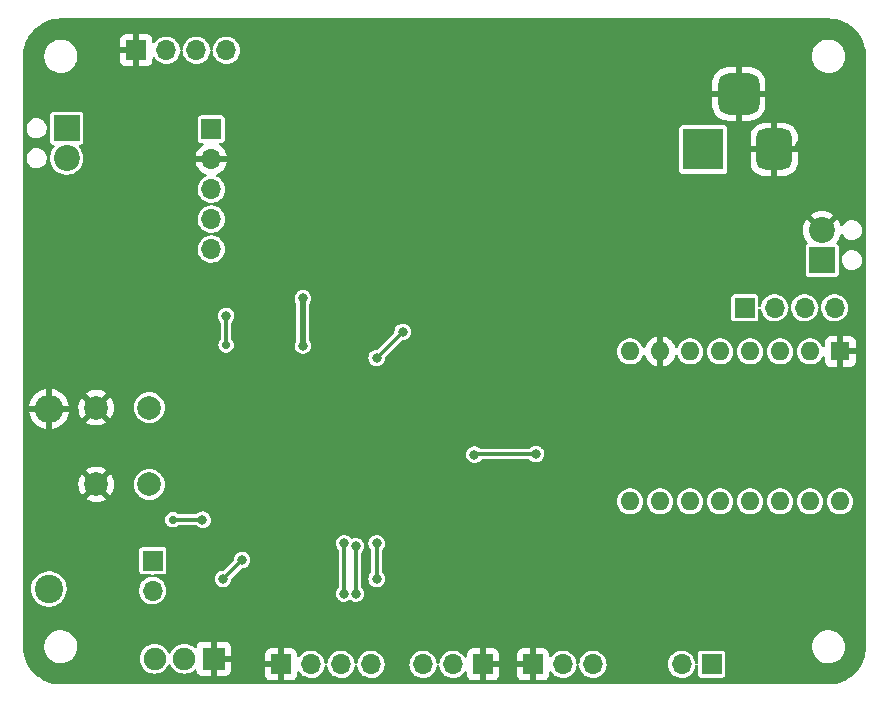
<source format=gbr>
%TF.GenerationSoftware,KiCad,Pcbnew,6.0.10-86aedd382b~118~ubuntu22.10.1*%
%TF.CreationDate,2023-02-13T13:29:29-05:00*%
%TF.ProjectId,WerfenMc_power_edit,57657266-656e-44d6-935f-706f7765725f,rev?*%
%TF.SameCoordinates,Original*%
%TF.FileFunction,Copper,L2,Bot*%
%TF.FilePolarity,Positive*%
%FSLAX46Y46*%
G04 Gerber Fmt 4.6, Leading zero omitted, Abs format (unit mm)*
G04 Created by KiCad (PCBNEW 6.0.10-86aedd382b~118~ubuntu22.10.1) date 2023-02-13 13:29:29*
%MOMM*%
%LPD*%
G01*
G04 APERTURE LIST*
G04 Aperture macros list*
%AMRoundRect*
0 Rectangle with rounded corners*
0 $1 Rounding radius*
0 $2 $3 $4 $5 $6 $7 $8 $9 X,Y pos of 4 corners*
0 Add a 4 corners polygon primitive as box body*
4,1,4,$2,$3,$4,$5,$6,$7,$8,$9,$2,$3,0*
0 Add four circle primitives for the rounded corners*
1,1,$1+$1,$2,$3*
1,1,$1+$1,$4,$5*
1,1,$1+$1,$6,$7*
1,1,$1+$1,$8,$9*
0 Add four rect primitives between the rounded corners*
20,1,$1+$1,$2,$3,$4,$5,0*
20,1,$1+$1,$4,$5,$6,$7,0*
20,1,$1+$1,$6,$7,$8,$9,0*
20,1,$1+$1,$8,$9,$2,$3,0*%
G04 Aperture macros list end*
%TA.AperFunction,ComponentPad*%
%ADD10R,1.700000X1.700000*%
%TD*%
%TA.AperFunction,ComponentPad*%
%ADD11O,1.700000X1.700000*%
%TD*%
%TA.AperFunction,ComponentPad*%
%ADD12R,2.200000X2.200000*%
%TD*%
%TA.AperFunction,ComponentPad*%
%ADD13C,2.200000*%
%TD*%
%TA.AperFunction,ComponentPad*%
%ADD14C,2.400000*%
%TD*%
%TA.AperFunction,ComponentPad*%
%ADD15O,2.400000X2.400000*%
%TD*%
%TA.AperFunction,ComponentPad*%
%ADD16R,1.600000X1.600000*%
%TD*%
%TA.AperFunction,ComponentPad*%
%ADD17O,1.600000X1.600000*%
%TD*%
%TA.AperFunction,ComponentPad*%
%ADD18R,3.500000X3.500000*%
%TD*%
%TA.AperFunction,ComponentPad*%
%ADD19RoundRect,0.750000X0.750000X1.000000X-0.750000X1.000000X-0.750000X-1.000000X0.750000X-1.000000X0*%
%TD*%
%TA.AperFunction,ComponentPad*%
%ADD20RoundRect,0.875000X0.875000X0.875000X-0.875000X0.875000X-0.875000X-0.875000X0.875000X-0.875000X0*%
%TD*%
%TA.AperFunction,ComponentPad*%
%ADD21R,1.900000X1.900000*%
%TD*%
%TA.AperFunction,ComponentPad*%
%ADD22C,1.900000*%
%TD*%
%TA.AperFunction,ComponentPad*%
%ADD23C,2.000000*%
%TD*%
%TA.AperFunction,ViaPad*%
%ADD24C,0.800000*%
%TD*%
%TA.AperFunction,ViaPad*%
%ADD25C,0.700000*%
%TD*%
%TA.AperFunction,Conductor*%
%ADD26C,0.500000*%
%TD*%
%TA.AperFunction,Conductor*%
%ADD27C,0.300000*%
%TD*%
G04 APERTURE END LIST*
D10*
%TO.P,S2,1*%
%TO.N,GND*%
X75975000Y-81000000D03*
D11*
%TO.P,S2,2*%
%TO.N,Net-(D6-Pad2)*%
X78515000Y-81000000D03*
%TO.P,S2,3*%
%TO.N,+3.3V*%
X81055000Y-81000000D03*
%TD*%
D10*
%TO.P,J1,1,Pin_1*%
%TO.N,2A*%
X93900000Y-50800000D03*
D11*
%TO.P,J1,2,Pin_2*%
%TO.N,1B*%
X96440000Y-50800000D03*
%TO.P,J1,3,Pin_3*%
%TO.N,2B*%
X98980000Y-50800000D03*
%TO.P,J1,4,Pin_4*%
%TO.N,1A*%
X101520000Y-50800000D03*
%TD*%
D12*
%TO.P,D9,1,A*%
%TO.N,+5V*%
X36500000Y-35600000D03*
D13*
%TO.P,D9,2,K*%
%TO.N,Net-(D9-Pad2)*%
X36500000Y-38140000D03*
%TD*%
D10*
%TO.P,Q1,1,C*%
%TO.N,+3.3V*%
X43776453Y-72206402D03*
D11*
%TO.P,Q1,2,E*%
%TO.N,LIGHT_S*%
X43776453Y-74746402D03*
%TD*%
D12*
%TO.P,J6,1,Pin_1*%
%TO.N,+12V*%
X100460000Y-46770000D03*
D13*
%TO.P,J6,2,Pin_2*%
%TO.N,GND*%
X100460000Y-44230000D03*
%TD*%
D14*
%TO.P,R1,1*%
%TO.N,LIGHT_S*%
X35000000Y-74620000D03*
D15*
%TO.P,R1,2*%
%TO.N,GND*%
X35000000Y-59380000D03*
%TD*%
D10*
%TO.P,J5,1,Pin_1*%
%TO.N,GND*%
X42400000Y-29000000D03*
D11*
%TO.P,J5,2,Pin_2*%
%TO.N,RX1*%
X44940000Y-29000000D03*
%TO.P,J5,3,Pin_3*%
%TO.N,TX1*%
X47480000Y-29000000D03*
%TO.P,J5,4,Pin_4*%
%TO.N,+5V*%
X50020000Y-29000000D03*
%TD*%
D10*
%TO.P,J4,1,Pin_1*%
%TO.N,GND*%
X54650000Y-81000000D03*
D11*
%TO.P,J4,2,Pin_2*%
%TO.N,TX3*%
X57190000Y-81000000D03*
%TO.P,J4,3,Pin_3*%
%TO.N,RX3*%
X59730000Y-81000000D03*
%TO.P,J4,4,Pin_4*%
%TO.N,+3.3V*%
X62270000Y-81000000D03*
%TD*%
D16*
%TO.P,A1,1,GND*%
%TO.N,GND*%
X102000000Y-54500000D03*
D17*
%TO.P,A1,2,VDD*%
%TO.N,+3.3V*%
X99460000Y-54500000D03*
%TO.P,A1,3,1B*%
%TO.N,1B*%
X96920000Y-54500000D03*
%TO.P,A1,4,1A*%
%TO.N,1A*%
X94380000Y-54500000D03*
%TO.P,A1,5,2A*%
%TO.N,2A*%
X91840000Y-54500000D03*
%TO.P,A1,6,2B*%
%TO.N,2B*%
X89300000Y-54500000D03*
%TO.P,A1,7,GND*%
%TO.N,GND*%
X86760000Y-54500000D03*
%TO.P,A1,8,VMOT*%
%TO.N,+12V*%
X84220000Y-54500000D03*
%TO.P,A1,9,~{ENABLE}*%
%TO.N,ENABLE*%
X84220000Y-67200000D03*
%TO.P,A1,10,MS1*%
%TO.N,MS1*%
X86760000Y-67200000D03*
%TO.P,A1,11,MS2*%
%TO.N,MS2*%
X89300000Y-67200000D03*
%TO.P,A1,12,MS3*%
%TO.N,MS3*%
X91840000Y-67200000D03*
%TO.P,A1,13,~{RESET}*%
%TO.N,Net-(A1-Pad13)*%
X94380000Y-67200000D03*
%TO.P,A1,14,~{SLEEP}*%
X96920000Y-67200000D03*
%TO.P,A1,15,STEP*%
%TO.N,STEP*%
X99460000Y-67200000D03*
%TO.P,A1,16,DIR*%
%TO.N,DIR*%
X102000000Y-67200000D03*
%TD*%
D10*
%TO.P,S3,1*%
%TO.N,GND*%
X71750000Y-81000000D03*
D11*
%TO.P,S3,2*%
%TO.N,Net-(D7-Pad2)*%
X69210000Y-81000000D03*
%TO.P,S3,3*%
%TO.N,+3.3V*%
X66670000Y-81000000D03*
%TD*%
D18*
%TO.P,J3,1*%
%TO.N,+12V*%
X90400000Y-37400000D03*
D19*
%TO.P,J3,2*%
%TO.N,GND*%
X96400000Y-37400000D03*
D20*
%TO.P,J3,3*%
X93400000Y-32700000D03*
%TD*%
D10*
%TO.P,J2,1,Pin_1*%
%TO.N,JTCK*%
X48750000Y-35675000D03*
D11*
%TO.P,J2,2,Pin_2*%
%TO.N,GND*%
X48750000Y-38215000D03*
%TO.P,J2,3,Pin_3*%
%TO.N,JTMS*%
X48750000Y-40755000D03*
%TO.P,J2,4,Pin_4*%
%TO.N,NRST*%
X48750000Y-43295000D03*
%TO.P,J2,5,Pin_5*%
%TO.N,SWO*%
X48750000Y-45835000D03*
%TD*%
D21*
%TO.P,S1,1*%
%TO.N,GND*%
X48950000Y-80530000D03*
D22*
%TO.P,S1,2*%
%TO.N,Net-(R2-Pad1)*%
X46450000Y-80530000D03*
%TO.P,S1,3*%
%TO.N,+3.3V*%
X43950000Y-80530000D03*
%TD*%
D23*
%TO.P,SW1,1,1*%
%TO.N,GND*%
X39000000Y-65760000D03*
X39000000Y-59260000D03*
%TO.P,SW1,2,2*%
%TO.N,NRST*%
X43500000Y-65760000D03*
X43500000Y-59260000D03*
%TD*%
D10*
%TO.P,SW2,1,1*%
%TO.N,Net-(D5-Pad2)*%
X91100000Y-81000000D03*
D11*
%TO.P,SW2,2,2*%
%TO.N,+3.3V*%
X88560000Y-81000000D03*
%TD*%
D24*
%TO.N,GND*%
X80750000Y-29750000D03*
X79000000Y-28500000D03*
D25*
X41000000Y-45000000D03*
X53300000Y-78300000D03*
X74800000Y-78800000D03*
D24*
X60700000Y-37600000D03*
X69800000Y-48200000D03*
X74600000Y-45000000D03*
D25*
X95450000Y-76150000D03*
D24*
X96200000Y-34800000D03*
X94000000Y-73500000D03*
X70000000Y-54000000D03*
D25*
X41500000Y-31000000D03*
D24*
X73000000Y-55800000D03*
X78500000Y-70500000D03*
D25*
X50170000Y-77580000D03*
D24*
X50350000Y-60650000D03*
X79600000Y-55800000D03*
X64000000Y-66500000D03*
X102000000Y-56500000D03*
X52850000Y-57450000D03*
X89600000Y-31500000D03*
D25*
X56000000Y-70250000D03*
X73100000Y-78850000D03*
D24*
X69250000Y-70500000D03*
X58206677Y-66456677D03*
X78000000Y-45000000D03*
X55500000Y-39200000D03*
X92600000Y-30000000D03*
X74000000Y-55800000D03*
D25*
X42250000Y-45000000D03*
D24*
X48500000Y-65500000D03*
X79800000Y-45000000D03*
X57500000Y-58500000D03*
D25*
X69650000Y-59450000D03*
D24*
X69800000Y-47200000D03*
X69600000Y-52400000D03*
D25*
X42900000Y-31000000D03*
D24*
X60700000Y-39200000D03*
X80600000Y-55800000D03*
D25*
X35000000Y-57000000D03*
D24*
X39000000Y-62480000D03*
X98600000Y-37000000D03*
X56900000Y-38200000D03*
X51000000Y-37000000D03*
X85600000Y-29600000D03*
D25*
X39740000Y-57240000D03*
D24*
X94200000Y-30000000D03*
X89600000Y-28600000D03*
X55500000Y-37200000D03*
X85600000Y-31200000D03*
%TO.N,+3.3V*%
X56500000Y-50000000D03*
X56500000Y-54000000D03*
%TO.N,STEP*%
X76250000Y-63200500D03*
X71028223Y-63238177D03*
D25*
%TO.N,NRST*%
X50000000Y-53949500D03*
D24*
X48000000Y-68750000D03*
D25*
X45500000Y-68750000D03*
D24*
X50000000Y-51500500D03*
%TO.N,TX3*%
X60000000Y-70750000D03*
X60000000Y-75000000D03*
%TO.N,RX3*%
X61000000Y-71000000D03*
X61000000Y-75000000D03*
%TO.N,USR_LED*%
X64950000Y-52850000D03*
X62745023Y-55054977D03*
%TO.N,/BOOT0*%
X51350688Y-72149312D03*
X49750000Y-73750000D03*
%TO.N,LIGHT_S*%
X62750000Y-73750000D03*
X62750000Y-70750000D03*
%TD*%
D26*
%TO.N,+3.3V*%
X56500000Y-54000000D02*
X56500000Y-50000000D01*
D27*
%TO.N,STEP*%
X71065900Y-63200500D02*
X71028223Y-63238177D01*
X76250000Y-63200500D02*
X71065900Y-63200500D01*
%TO.N,NRST*%
X48000000Y-68750000D02*
X45500000Y-68750000D01*
X50000000Y-51500500D02*
X50000000Y-53949500D01*
%TO.N,TX3*%
X60000000Y-70750000D02*
X60000000Y-75000000D01*
%TO.N,RX3*%
X61000000Y-71000000D02*
X61000000Y-75000000D01*
%TO.N,USR_LED*%
X62745023Y-55054977D02*
X64950000Y-52850000D01*
%TO.N,/BOOT0*%
X51350688Y-72149312D02*
X49750000Y-73750000D01*
%TO.N,LIGHT_S*%
X62750000Y-70750000D02*
X62750000Y-73750000D01*
%TD*%
%TA.AperFunction,Conductor*%
%TO.N,GND*%
G36*
X100984391Y-26302384D02*
G01*
X101000000Y-26305136D01*
X101010684Y-26303252D01*
X101018842Y-26303252D01*
X101034374Y-26302301D01*
X101327953Y-26317687D01*
X101340860Y-26319044D01*
X101658799Y-26369401D01*
X101671475Y-26372095D01*
X101982435Y-26455416D01*
X101994764Y-26459423D01*
X102295292Y-26574784D01*
X102307131Y-26580055D01*
X102546322Y-26701929D01*
X102593964Y-26726204D01*
X102605204Y-26732694D01*
X102875166Y-26908009D01*
X102885667Y-26915638D01*
X103135836Y-27118221D01*
X103145481Y-27126906D01*
X103373094Y-27354519D01*
X103381779Y-27364164D01*
X103584362Y-27614333D01*
X103591991Y-27624834D01*
X103767306Y-27894796D01*
X103773796Y-27906036D01*
X103798071Y-27953678D01*
X103919945Y-28192869D01*
X103925216Y-28204708D01*
X104037150Y-28496307D01*
X104040575Y-28505229D01*
X104044584Y-28517565D01*
X104127905Y-28828525D01*
X104130599Y-28841201D01*
X104156329Y-29003653D01*
X104180956Y-29159140D01*
X104182313Y-29172047D01*
X104197644Y-29464565D01*
X104197699Y-29465622D01*
X104196748Y-29481158D01*
X104196748Y-29489316D01*
X104194864Y-29500000D01*
X104196748Y-29510683D01*
X104197616Y-29515606D01*
X104199500Y-29537139D01*
X104199500Y-79462861D01*
X104197616Y-79484391D01*
X104194864Y-79500000D01*
X104196748Y-79510684D01*
X104196748Y-79518842D01*
X104197699Y-79534374D01*
X104183784Y-79799876D01*
X104182313Y-79827952D01*
X104180956Y-79840860D01*
X104130599Y-80158799D01*
X104127905Y-80171475D01*
X104059400Y-80427141D01*
X104044586Y-80482428D01*
X104040577Y-80494764D01*
X103925216Y-80795292D01*
X103919945Y-80807131D01*
X103819812Y-81003653D01*
X103773796Y-81093964D01*
X103767306Y-81105204D01*
X103591991Y-81375166D01*
X103584362Y-81385667D01*
X103381779Y-81635836D01*
X103373094Y-81645481D01*
X103145481Y-81873094D01*
X103135836Y-81881779D01*
X102885667Y-82084362D01*
X102875166Y-82091991D01*
X102605204Y-82267306D01*
X102593964Y-82273796D01*
X102550027Y-82296183D01*
X102307131Y-82419945D01*
X102295292Y-82425216D01*
X101994764Y-82540577D01*
X101982435Y-82544584D01*
X101671475Y-82627905D01*
X101658799Y-82630599D01*
X101342613Y-82680678D01*
X101340860Y-82680956D01*
X101327953Y-82682313D01*
X101034374Y-82697699D01*
X101018842Y-82696748D01*
X101010684Y-82696748D01*
X101000000Y-82694864D01*
X100984391Y-82697616D01*
X100962861Y-82699500D01*
X36037139Y-82699500D01*
X36015609Y-82697616D01*
X36000000Y-82694864D01*
X35989316Y-82696748D01*
X35981158Y-82696748D01*
X35965626Y-82697699D01*
X35672047Y-82682313D01*
X35659140Y-82680956D01*
X35657387Y-82680678D01*
X35341201Y-82630599D01*
X35328525Y-82627905D01*
X35017565Y-82544584D01*
X35005236Y-82540577D01*
X34704708Y-82425216D01*
X34692869Y-82419945D01*
X34449973Y-82296183D01*
X34406036Y-82273796D01*
X34394796Y-82267306D01*
X34124834Y-82091991D01*
X34114333Y-82084362D01*
X33864164Y-81881779D01*
X33854519Y-81873094D01*
X33626906Y-81645481D01*
X33618221Y-81635836D01*
X33415638Y-81385667D01*
X33408009Y-81375166D01*
X33232694Y-81105204D01*
X33226204Y-81093964D01*
X33180188Y-81003653D01*
X33080055Y-80807131D01*
X33074784Y-80795292D01*
X32959423Y-80494764D01*
X32955414Y-80482428D01*
X32940600Y-80427141D01*
X32872095Y-80171475D01*
X32869401Y-80158799D01*
X32819044Y-79840860D01*
X32817687Y-79827952D01*
X32816216Y-79799876D01*
X32802301Y-79534374D01*
X32803252Y-79518842D01*
X32803252Y-79510684D01*
X32805136Y-79500000D01*
X32802384Y-79484391D01*
X32800500Y-79462861D01*
X32800500Y-79433789D01*
X34595996Y-79433789D01*
X34604913Y-79671295D01*
X34605990Y-79676430D01*
X34605991Y-79676435D01*
X34652464Y-79897923D01*
X34653719Y-79903904D01*
X34655648Y-79908788D01*
X34655649Y-79908792D01*
X34686657Y-79987309D01*
X34741020Y-80124963D01*
X34743741Y-80129447D01*
X34743743Y-80129451D01*
X34845594Y-80297295D01*
X34864319Y-80328153D01*
X35020090Y-80507664D01*
X35203880Y-80658362D01*
X35208441Y-80660958D01*
X35208442Y-80660959D01*
X35405875Y-80773345D01*
X35405880Y-80773347D01*
X35410433Y-80775939D01*
X35633844Y-80857034D01*
X35867725Y-80899326D01*
X35892619Y-80900500D01*
X36059680Y-80900500D01*
X36062296Y-80900278D01*
X36062297Y-80900278D01*
X36231590Y-80885913D01*
X36236823Y-80885469D01*
X36466874Y-80825760D01*
X36683576Y-80728143D01*
X36880732Y-80595409D01*
X36949298Y-80530000D01*
X42694723Y-80530000D01*
X42713793Y-80747977D01*
X42715195Y-80753209D01*
X42764292Y-80936440D01*
X42770425Y-80959330D01*
X42862898Y-81157638D01*
X42866005Y-81162075D01*
X42866006Y-81162077D01*
X42985296Y-81332442D01*
X42985300Y-81332446D01*
X42988402Y-81336877D01*
X43143123Y-81491598D01*
X43322361Y-81617102D01*
X43520670Y-81709575D01*
X43525893Y-81710974D01*
X43525897Y-81710976D01*
X43655684Y-81745752D01*
X43732023Y-81766207D01*
X43950000Y-81785277D01*
X44167977Y-81766207D01*
X44244316Y-81745752D01*
X44374103Y-81710976D01*
X44374107Y-81710974D01*
X44379330Y-81709575D01*
X44577639Y-81617102D01*
X44756877Y-81491598D01*
X44911598Y-81336877D01*
X44914700Y-81332446D01*
X44914704Y-81332442D01*
X45033994Y-81162077D01*
X45033995Y-81162075D01*
X45037102Y-81157638D01*
X45058515Y-81111718D01*
X45087618Y-81049307D01*
X45133791Y-80996868D01*
X45200984Y-80977716D01*
X45267865Y-80997932D01*
X45312382Y-81049307D01*
X45341485Y-81111718D01*
X45362898Y-81157638D01*
X45366005Y-81162075D01*
X45366006Y-81162077D01*
X45485296Y-81332442D01*
X45485300Y-81332446D01*
X45488402Y-81336877D01*
X45643123Y-81491598D01*
X45822361Y-81617102D01*
X46020670Y-81709575D01*
X46025893Y-81710974D01*
X46025897Y-81710976D01*
X46155684Y-81745752D01*
X46232023Y-81766207D01*
X46450000Y-81785277D01*
X46667977Y-81766207D01*
X46744316Y-81745752D01*
X46874103Y-81710976D01*
X46874107Y-81710974D01*
X46879330Y-81709575D01*
X47077639Y-81617102D01*
X47256877Y-81491598D01*
X47289670Y-81458805D01*
X47350993Y-81425320D01*
X47420685Y-81430304D01*
X47476618Y-81472176D01*
X47500626Y-81533094D01*
X47505803Y-81580744D01*
X47509371Y-81595753D01*
X47553817Y-81714311D01*
X47562212Y-81729646D01*
X47637516Y-81830124D01*
X47649876Y-81842484D01*
X47750354Y-81917788D01*
X47765689Y-81926183D01*
X47884247Y-81970629D01*
X47899256Y-81974197D01*
X47949331Y-81979637D01*
X47956028Y-81980000D01*
X48682170Y-81980000D01*
X48697169Y-81975596D01*
X48698356Y-81974226D01*
X48700000Y-81966668D01*
X48700000Y-81962170D01*
X49200000Y-81962170D01*
X49204404Y-81977169D01*
X49205774Y-81978356D01*
X49213332Y-81980000D01*
X49943972Y-81980000D01*
X49950669Y-81979637D01*
X50000744Y-81974197D01*
X50015753Y-81970629D01*
X50134311Y-81926183D01*
X50149646Y-81917788D01*
X50181424Y-81893972D01*
X53300000Y-81893972D01*
X53300363Y-81900669D01*
X53305803Y-81950744D01*
X53309371Y-81965753D01*
X53353817Y-82084311D01*
X53362212Y-82099646D01*
X53437516Y-82200124D01*
X53449876Y-82212484D01*
X53550354Y-82287788D01*
X53565689Y-82296183D01*
X53684247Y-82340629D01*
X53699256Y-82344197D01*
X53749331Y-82349637D01*
X53756028Y-82350000D01*
X54382170Y-82350000D01*
X54397169Y-82345596D01*
X54398356Y-82344226D01*
X54400000Y-82336668D01*
X54400000Y-82332170D01*
X54900000Y-82332170D01*
X54904404Y-82347169D01*
X54905774Y-82348356D01*
X54913332Y-82350000D01*
X55543972Y-82350000D01*
X55550669Y-82349637D01*
X55600744Y-82344197D01*
X55615753Y-82340629D01*
X55734311Y-82296183D01*
X55749646Y-82287788D01*
X55850124Y-82212484D01*
X55862484Y-82200124D01*
X55937788Y-82099646D01*
X55946183Y-82084311D01*
X55990629Y-81965753D01*
X55994197Y-81950744D01*
X55999637Y-81900669D01*
X56000000Y-81893972D01*
X56000000Y-81700070D01*
X56019685Y-81633031D01*
X56072489Y-81587276D01*
X56141647Y-81577332D01*
X56205203Y-81606357D01*
X56225263Y-81628503D01*
X56240090Y-81649483D01*
X56296744Y-81729646D01*
X56311405Y-81750391D01*
X56315476Y-81754357D01*
X56315477Y-81754358D01*
X56328125Y-81766679D01*
X56462865Y-81897937D01*
X56467588Y-81901093D01*
X56467592Y-81901096D01*
X56538663Y-81948584D01*
X56638677Y-82015411D01*
X56832953Y-82098878D01*
X56868277Y-82106871D01*
X57033638Y-82144289D01*
X57033642Y-82144290D01*
X57039186Y-82145544D01*
X57165315Y-82150500D01*
X57244789Y-82153623D01*
X57244791Y-82153623D01*
X57250470Y-82153846D01*
X57256090Y-82153031D01*
X57256092Y-82153031D01*
X57454103Y-82124320D01*
X57454104Y-82124320D01*
X57459730Y-82123504D01*
X57478588Y-82117103D01*
X57654565Y-82057367D01*
X57654568Y-82057366D01*
X57659955Y-82055537D01*
X57664916Y-82052759D01*
X57664922Y-82052756D01*
X57771530Y-81993052D01*
X57844442Y-81952219D01*
X57882165Y-81920846D01*
X58002645Y-81820644D01*
X58007012Y-81817012D01*
X58050432Y-81764805D01*
X58138584Y-81658813D01*
X58138585Y-81658811D01*
X58142219Y-81654442D01*
X58188078Y-81572556D01*
X58242756Y-81474922D01*
X58242759Y-81474916D01*
X58245537Y-81469955D01*
X58260689Y-81425320D01*
X58311675Y-81275118D01*
X58313504Y-81269730D01*
X58315954Y-81252831D01*
X58337820Y-81102033D01*
X58366921Y-81038512D01*
X58420225Y-81004346D01*
X58500974Y-81004346D01*
X58554347Y-81038736D01*
X58583296Y-81102327D01*
X58584271Y-81111707D01*
X58588796Y-81180749D01*
X58640845Y-81385690D01*
X58643219Y-81390841D01*
X58643221Y-81390845D01*
X58707681Y-81530669D01*
X58729369Y-81577714D01*
X58732647Y-81582352D01*
X58836744Y-81729646D01*
X58851405Y-81750391D01*
X58855476Y-81754357D01*
X58855477Y-81754358D01*
X58868125Y-81766679D01*
X59002865Y-81897937D01*
X59007588Y-81901093D01*
X59007592Y-81901096D01*
X59078663Y-81948584D01*
X59178677Y-82015411D01*
X59372953Y-82098878D01*
X59408277Y-82106871D01*
X59573638Y-82144289D01*
X59573642Y-82144290D01*
X59579186Y-82145544D01*
X59705315Y-82150500D01*
X59784789Y-82153623D01*
X59784791Y-82153623D01*
X59790470Y-82153846D01*
X59796090Y-82153031D01*
X59796092Y-82153031D01*
X59994103Y-82124320D01*
X59994104Y-82124320D01*
X59999730Y-82123504D01*
X60018588Y-82117103D01*
X60194565Y-82057367D01*
X60194568Y-82057366D01*
X60199955Y-82055537D01*
X60204916Y-82052759D01*
X60204922Y-82052756D01*
X60311530Y-81993052D01*
X60384442Y-81952219D01*
X60422165Y-81920846D01*
X60542645Y-81820644D01*
X60547012Y-81817012D01*
X60590432Y-81764805D01*
X60678584Y-81658813D01*
X60678585Y-81658811D01*
X60682219Y-81654442D01*
X60728078Y-81572556D01*
X60782756Y-81474922D01*
X60782759Y-81474916D01*
X60785537Y-81469955D01*
X60800689Y-81425320D01*
X60851675Y-81275118D01*
X60853504Y-81269730D01*
X60855954Y-81252831D01*
X60877820Y-81102033D01*
X60906921Y-81038512D01*
X60960225Y-81004346D01*
X61040974Y-81004346D01*
X61094347Y-81038736D01*
X61123296Y-81102327D01*
X61124271Y-81111707D01*
X61128796Y-81180749D01*
X61180845Y-81385690D01*
X61183219Y-81390841D01*
X61183221Y-81390845D01*
X61247681Y-81530669D01*
X61269369Y-81577714D01*
X61272647Y-81582352D01*
X61376744Y-81729646D01*
X61391405Y-81750391D01*
X61395476Y-81754357D01*
X61395477Y-81754358D01*
X61408125Y-81766679D01*
X61542865Y-81897937D01*
X61547588Y-81901093D01*
X61547592Y-81901096D01*
X61618663Y-81948584D01*
X61718677Y-82015411D01*
X61912953Y-82098878D01*
X61948277Y-82106871D01*
X62113638Y-82144289D01*
X62113642Y-82144290D01*
X62119186Y-82145544D01*
X62245315Y-82150500D01*
X62324789Y-82153623D01*
X62324791Y-82153623D01*
X62330470Y-82153846D01*
X62336090Y-82153031D01*
X62336092Y-82153031D01*
X62534103Y-82124320D01*
X62534104Y-82124320D01*
X62539730Y-82123504D01*
X62558588Y-82117103D01*
X62734565Y-82057367D01*
X62734568Y-82057366D01*
X62739955Y-82055537D01*
X62744916Y-82052759D01*
X62744922Y-82052756D01*
X62851530Y-81993052D01*
X62924442Y-81952219D01*
X62962165Y-81920846D01*
X63082645Y-81820644D01*
X63087012Y-81817012D01*
X63130432Y-81764805D01*
X63218584Y-81658813D01*
X63218585Y-81658811D01*
X63222219Y-81654442D01*
X63268078Y-81572556D01*
X63322756Y-81474922D01*
X63322759Y-81474916D01*
X63325537Y-81469955D01*
X63340689Y-81425320D01*
X63391675Y-81275118D01*
X63393504Y-81269730D01*
X63423846Y-81060470D01*
X63425429Y-81000000D01*
X63422650Y-80969754D01*
X65514967Y-80969754D01*
X65515338Y-80975416D01*
X65515338Y-80975420D01*
X65519488Y-81038736D01*
X65528796Y-81180749D01*
X65580845Y-81385690D01*
X65583219Y-81390841D01*
X65583221Y-81390845D01*
X65647681Y-81530669D01*
X65669369Y-81577714D01*
X65672647Y-81582352D01*
X65776744Y-81729646D01*
X65791405Y-81750391D01*
X65795476Y-81754357D01*
X65795477Y-81754358D01*
X65808125Y-81766679D01*
X65942865Y-81897937D01*
X65947588Y-81901093D01*
X65947592Y-81901096D01*
X66018663Y-81948584D01*
X66118677Y-82015411D01*
X66312953Y-82098878D01*
X66348277Y-82106871D01*
X66513638Y-82144289D01*
X66513642Y-82144290D01*
X66519186Y-82145544D01*
X66645315Y-82150500D01*
X66724789Y-82153623D01*
X66724791Y-82153623D01*
X66730470Y-82153846D01*
X66736090Y-82153031D01*
X66736092Y-82153031D01*
X66934103Y-82124320D01*
X66934104Y-82124320D01*
X66939730Y-82123504D01*
X66958588Y-82117103D01*
X67134565Y-82057367D01*
X67134568Y-82057366D01*
X67139955Y-82055537D01*
X67144916Y-82052759D01*
X67144922Y-82052756D01*
X67251530Y-81993052D01*
X67324442Y-81952219D01*
X67362165Y-81920846D01*
X67482645Y-81820644D01*
X67487012Y-81817012D01*
X67530432Y-81764805D01*
X67618584Y-81658813D01*
X67618585Y-81658811D01*
X67622219Y-81654442D01*
X67668078Y-81572556D01*
X67722756Y-81474922D01*
X67722759Y-81474916D01*
X67725537Y-81469955D01*
X67740689Y-81425320D01*
X67791675Y-81275118D01*
X67793504Y-81269730D01*
X67795954Y-81252831D01*
X67817820Y-81102033D01*
X67846921Y-81038512D01*
X67900225Y-81004346D01*
X67980974Y-81004346D01*
X68034347Y-81038736D01*
X68063296Y-81102327D01*
X68064271Y-81111707D01*
X68068796Y-81180749D01*
X68120845Y-81385690D01*
X68123219Y-81390841D01*
X68123221Y-81390845D01*
X68187681Y-81530669D01*
X68209369Y-81577714D01*
X68212647Y-81582352D01*
X68316744Y-81729646D01*
X68331405Y-81750391D01*
X68335476Y-81754357D01*
X68335477Y-81754358D01*
X68348125Y-81766679D01*
X68482865Y-81897937D01*
X68487588Y-81901093D01*
X68487592Y-81901096D01*
X68558663Y-81948584D01*
X68658677Y-82015411D01*
X68852953Y-82098878D01*
X68888277Y-82106871D01*
X69053638Y-82144289D01*
X69053642Y-82144290D01*
X69059186Y-82145544D01*
X69185315Y-82150500D01*
X69264789Y-82153623D01*
X69264791Y-82153623D01*
X69270470Y-82153846D01*
X69276090Y-82153031D01*
X69276092Y-82153031D01*
X69474103Y-82124320D01*
X69474104Y-82124320D01*
X69479730Y-82123504D01*
X69498588Y-82117103D01*
X69674565Y-82057367D01*
X69674568Y-82057366D01*
X69679955Y-82055537D01*
X69684916Y-82052759D01*
X69684922Y-82052756D01*
X69791530Y-81993052D01*
X69864442Y-81952219D01*
X69902165Y-81920846D01*
X70022645Y-81820644D01*
X70027012Y-81817012D01*
X70070432Y-81764805D01*
X70158584Y-81658813D01*
X70158585Y-81658811D01*
X70162219Y-81654442D01*
X70167812Y-81644455D01*
X70217743Y-81595583D01*
X70286171Y-81581464D01*
X70351370Y-81606581D01*
X70392640Y-81662960D01*
X70400000Y-81705046D01*
X70400000Y-81893972D01*
X70400363Y-81900669D01*
X70405803Y-81950744D01*
X70409371Y-81965753D01*
X70453817Y-82084311D01*
X70462212Y-82099646D01*
X70537516Y-82200124D01*
X70549876Y-82212484D01*
X70650354Y-82287788D01*
X70665689Y-82296183D01*
X70784247Y-82340629D01*
X70799256Y-82344197D01*
X70849331Y-82349637D01*
X70856028Y-82350000D01*
X71482170Y-82350000D01*
X71497169Y-82345596D01*
X71498356Y-82344226D01*
X71500000Y-82336668D01*
X71500000Y-82332170D01*
X72000000Y-82332170D01*
X72004404Y-82347169D01*
X72005774Y-82348356D01*
X72013332Y-82350000D01*
X72643972Y-82350000D01*
X72650669Y-82349637D01*
X72700744Y-82344197D01*
X72715753Y-82340629D01*
X72834311Y-82296183D01*
X72849646Y-82287788D01*
X72950124Y-82212484D01*
X72962484Y-82200124D01*
X73037788Y-82099646D01*
X73046183Y-82084311D01*
X73090629Y-81965753D01*
X73094197Y-81950744D01*
X73099637Y-81900669D01*
X73100000Y-81893972D01*
X74625000Y-81893972D01*
X74625363Y-81900669D01*
X74630803Y-81950744D01*
X74634371Y-81965753D01*
X74678817Y-82084311D01*
X74687212Y-82099646D01*
X74762516Y-82200124D01*
X74774876Y-82212484D01*
X74875354Y-82287788D01*
X74890689Y-82296183D01*
X75009247Y-82340629D01*
X75024256Y-82344197D01*
X75074331Y-82349637D01*
X75081028Y-82350000D01*
X75707170Y-82350000D01*
X75722169Y-82345596D01*
X75723356Y-82344226D01*
X75725000Y-82336668D01*
X75725000Y-82332170D01*
X76225000Y-82332170D01*
X76229404Y-82347169D01*
X76230774Y-82348356D01*
X76238332Y-82350000D01*
X76868972Y-82350000D01*
X76875669Y-82349637D01*
X76925744Y-82344197D01*
X76940753Y-82340629D01*
X77059311Y-82296183D01*
X77074646Y-82287788D01*
X77175124Y-82212484D01*
X77187484Y-82200124D01*
X77262788Y-82099646D01*
X77271183Y-82084311D01*
X77315629Y-81965753D01*
X77319197Y-81950744D01*
X77324637Y-81900669D01*
X77325000Y-81893972D01*
X77325000Y-81700070D01*
X77344685Y-81633031D01*
X77397489Y-81587276D01*
X77466647Y-81577332D01*
X77530203Y-81606357D01*
X77550263Y-81628503D01*
X77565090Y-81649483D01*
X77621744Y-81729646D01*
X77636405Y-81750391D01*
X77640476Y-81754357D01*
X77640477Y-81754358D01*
X77653125Y-81766679D01*
X77787865Y-81897937D01*
X77792588Y-81901093D01*
X77792592Y-81901096D01*
X77863663Y-81948584D01*
X77963677Y-82015411D01*
X78157953Y-82098878D01*
X78193277Y-82106871D01*
X78358638Y-82144289D01*
X78358642Y-82144290D01*
X78364186Y-82145544D01*
X78490315Y-82150500D01*
X78569789Y-82153623D01*
X78569791Y-82153623D01*
X78575470Y-82153846D01*
X78581090Y-82153031D01*
X78581092Y-82153031D01*
X78779103Y-82124320D01*
X78779104Y-82124320D01*
X78784730Y-82123504D01*
X78803588Y-82117103D01*
X78979565Y-82057367D01*
X78979568Y-82057366D01*
X78984955Y-82055537D01*
X78989916Y-82052759D01*
X78989922Y-82052756D01*
X79096530Y-81993052D01*
X79169442Y-81952219D01*
X79207165Y-81920846D01*
X79327645Y-81820644D01*
X79332012Y-81817012D01*
X79375432Y-81764805D01*
X79463584Y-81658813D01*
X79463585Y-81658811D01*
X79467219Y-81654442D01*
X79513078Y-81572556D01*
X79567756Y-81474922D01*
X79567759Y-81474916D01*
X79570537Y-81469955D01*
X79585689Y-81425320D01*
X79636675Y-81275118D01*
X79638504Y-81269730D01*
X79640954Y-81252831D01*
X79662820Y-81102033D01*
X79691921Y-81038512D01*
X79745225Y-81004346D01*
X79825974Y-81004346D01*
X79879347Y-81038736D01*
X79908296Y-81102327D01*
X79909271Y-81111707D01*
X79913796Y-81180749D01*
X79965845Y-81385690D01*
X79968219Y-81390841D01*
X79968221Y-81390845D01*
X80032681Y-81530669D01*
X80054369Y-81577714D01*
X80057647Y-81582352D01*
X80161744Y-81729646D01*
X80176405Y-81750391D01*
X80180476Y-81754357D01*
X80180477Y-81754358D01*
X80193125Y-81766679D01*
X80327865Y-81897937D01*
X80332588Y-81901093D01*
X80332592Y-81901096D01*
X80403663Y-81948584D01*
X80503677Y-82015411D01*
X80697953Y-82098878D01*
X80733277Y-82106871D01*
X80898638Y-82144289D01*
X80898642Y-82144290D01*
X80904186Y-82145544D01*
X81030315Y-82150500D01*
X81109789Y-82153623D01*
X81109791Y-82153623D01*
X81115470Y-82153846D01*
X81121090Y-82153031D01*
X81121092Y-82153031D01*
X81319103Y-82124320D01*
X81319104Y-82124320D01*
X81324730Y-82123504D01*
X81343588Y-82117103D01*
X81519565Y-82057367D01*
X81519568Y-82057366D01*
X81524955Y-82055537D01*
X81529916Y-82052759D01*
X81529922Y-82052756D01*
X81636530Y-81993052D01*
X81709442Y-81952219D01*
X81747165Y-81920846D01*
X81867645Y-81820644D01*
X81872012Y-81817012D01*
X81915432Y-81764805D01*
X82003584Y-81658813D01*
X82003585Y-81658811D01*
X82007219Y-81654442D01*
X82053078Y-81572556D01*
X82107756Y-81474922D01*
X82107759Y-81474916D01*
X82110537Y-81469955D01*
X82125689Y-81425320D01*
X82176675Y-81275118D01*
X82178504Y-81269730D01*
X82208846Y-81060470D01*
X82210429Y-81000000D01*
X82207650Y-80969754D01*
X87404967Y-80969754D01*
X87405338Y-80975416D01*
X87405338Y-80975420D01*
X87409488Y-81038736D01*
X87418796Y-81180749D01*
X87470845Y-81385690D01*
X87473219Y-81390841D01*
X87473221Y-81390845D01*
X87537681Y-81530669D01*
X87559369Y-81577714D01*
X87562647Y-81582352D01*
X87666744Y-81729646D01*
X87681405Y-81750391D01*
X87685476Y-81754357D01*
X87685477Y-81754358D01*
X87698125Y-81766679D01*
X87832865Y-81897937D01*
X87837588Y-81901093D01*
X87837592Y-81901096D01*
X87908663Y-81948584D01*
X88008677Y-82015411D01*
X88202953Y-82098878D01*
X88238277Y-82106871D01*
X88403638Y-82144289D01*
X88403642Y-82144290D01*
X88409186Y-82145544D01*
X88535315Y-82150500D01*
X88614789Y-82153623D01*
X88614791Y-82153623D01*
X88620470Y-82153846D01*
X88626090Y-82153031D01*
X88626092Y-82153031D01*
X88824103Y-82124320D01*
X88824104Y-82124320D01*
X88829730Y-82123504D01*
X88848588Y-82117103D01*
X89024565Y-82057367D01*
X89024568Y-82057366D01*
X89029955Y-82055537D01*
X89034916Y-82052759D01*
X89034922Y-82052756D01*
X89141530Y-81993052D01*
X89214442Y-81952219D01*
X89252165Y-81920846D01*
X89372645Y-81820644D01*
X89377012Y-81817012D01*
X89420432Y-81764805D01*
X89508584Y-81658813D01*
X89508585Y-81658811D01*
X89512219Y-81654442D01*
X89558078Y-81572556D01*
X89612756Y-81474922D01*
X89612759Y-81474916D01*
X89615537Y-81469955D01*
X89630689Y-81425320D01*
X89681675Y-81275118D01*
X89683504Y-81269730D01*
X89696406Y-81180749D01*
X89702783Y-81136769D01*
X89731884Y-81073248D01*
X89790707Y-81035543D01*
X89860577Y-81035627D01*
X89919310Y-81073471D01*
X89948259Y-81137061D01*
X89949500Y-81154562D01*
X89949500Y-81894646D01*
X89952618Y-81920846D01*
X89998061Y-82023153D01*
X90077287Y-82102241D01*
X90087758Y-82106870D01*
X90087759Y-82106871D01*
X90171147Y-82143737D01*
X90171149Y-82143738D01*
X90179673Y-82147506D01*
X90205354Y-82150500D01*
X91994646Y-82150500D01*
X91998300Y-82150065D01*
X91998302Y-82150065D01*
X92003266Y-82149474D01*
X92020846Y-82147382D01*
X92123153Y-82101939D01*
X92202241Y-82022713D01*
X92206871Y-82012241D01*
X92243737Y-81928853D01*
X92243738Y-81928851D01*
X92247506Y-81920327D01*
X92250500Y-81894646D01*
X92250500Y-80105354D01*
X92247382Y-80079154D01*
X92201939Y-79976847D01*
X92122713Y-79897759D01*
X92112242Y-79893130D01*
X92112241Y-79893129D01*
X92028853Y-79856263D01*
X92028851Y-79856262D01*
X92020327Y-79852494D01*
X91994646Y-79849500D01*
X90205354Y-79849500D01*
X90201700Y-79849935D01*
X90201698Y-79849935D01*
X90196734Y-79850526D01*
X90179154Y-79852618D01*
X90076847Y-79898061D01*
X89997759Y-79977287D01*
X89993130Y-79987758D01*
X89993129Y-79987759D01*
X89958876Y-80065238D01*
X89952494Y-80079673D01*
X89949500Y-80105354D01*
X89949500Y-80842727D01*
X89929815Y-80909766D01*
X89877011Y-80955521D01*
X89807853Y-80965465D01*
X89744297Y-80936440D01*
X89706523Y-80877662D01*
X89702020Y-80854073D01*
X89699220Y-80823603D01*
X89696081Y-80789440D01*
X89638686Y-80585931D01*
X89545165Y-80396290D01*
X89418651Y-80226867D01*
X89414481Y-80223012D01*
X89414478Y-80223009D01*
X89313267Y-80129451D01*
X89263381Y-80083337D01*
X89257574Y-80079673D01*
X89089363Y-79973539D01*
X89089361Y-79973538D01*
X89084554Y-79970505D01*
X88888160Y-79892152D01*
X88882579Y-79891042D01*
X88882576Y-79891041D01*
X88784467Y-79871526D01*
X88680775Y-79850901D01*
X88675088Y-79850827D01*
X88675083Y-79850826D01*
X88475034Y-79848207D01*
X88475029Y-79848207D01*
X88469346Y-79848133D01*
X88463742Y-79849096D01*
X88463741Y-79849096D01*
X88266550Y-79882979D01*
X88266547Y-79882980D01*
X88260953Y-79883941D01*
X88062575Y-79957127D01*
X88057697Y-79960029D01*
X88057695Y-79960030D01*
X87885740Y-80062332D01*
X87885737Y-80062334D01*
X87880856Y-80065238D01*
X87721881Y-80204655D01*
X87718362Y-80209119D01*
X87718359Y-80209122D01*
X87690171Y-80244879D01*
X87590976Y-80370708D01*
X87492523Y-80557836D01*
X87490837Y-80563267D01*
X87490835Y-80563271D01*
X87440552Y-80725209D01*
X87429820Y-80759773D01*
X87429152Y-80765418D01*
X87429151Y-80765422D01*
X87418659Y-80854073D01*
X87404967Y-80969754D01*
X82207650Y-80969754D01*
X82191081Y-80789440D01*
X82133686Y-80585931D01*
X82040165Y-80396290D01*
X81913651Y-80226867D01*
X81909481Y-80223012D01*
X81909478Y-80223009D01*
X81808267Y-80129451D01*
X81758381Y-80083337D01*
X81752574Y-80079673D01*
X81584363Y-79973539D01*
X81584361Y-79973538D01*
X81579554Y-79970505D01*
X81383160Y-79892152D01*
X81377579Y-79891042D01*
X81377576Y-79891041D01*
X81279467Y-79871526D01*
X81175775Y-79850901D01*
X81170088Y-79850827D01*
X81170083Y-79850826D01*
X80970034Y-79848207D01*
X80970029Y-79848207D01*
X80964346Y-79848133D01*
X80958742Y-79849096D01*
X80958741Y-79849096D01*
X80761550Y-79882979D01*
X80761547Y-79882980D01*
X80755953Y-79883941D01*
X80557575Y-79957127D01*
X80552697Y-79960029D01*
X80552695Y-79960030D01*
X80380740Y-80062332D01*
X80380737Y-80062334D01*
X80375856Y-80065238D01*
X80216881Y-80204655D01*
X80213362Y-80209119D01*
X80213359Y-80209122D01*
X80185171Y-80244879D01*
X80085976Y-80370708D01*
X79987523Y-80557836D01*
X79985837Y-80563267D01*
X79985835Y-80563271D01*
X79935552Y-80725209D01*
X79924820Y-80759773D01*
X79907851Y-80903140D01*
X79880425Y-80967398D01*
X79825974Y-81004346D01*
X79745225Y-81004346D01*
X79745667Y-81004063D01*
X79693057Y-80972081D01*
X79662453Y-80909271D01*
X79661232Y-80899909D01*
X79654220Y-80823603D01*
X79651081Y-80789440D01*
X79593686Y-80585931D01*
X79500165Y-80396290D01*
X79373651Y-80226867D01*
X79369481Y-80223012D01*
X79369478Y-80223009D01*
X79268267Y-80129451D01*
X79218381Y-80083337D01*
X79212574Y-80079673D01*
X79044363Y-79973539D01*
X79044361Y-79973538D01*
X79039554Y-79970505D01*
X78843160Y-79892152D01*
X78837579Y-79891042D01*
X78837576Y-79891041D01*
X78739467Y-79871526D01*
X78635775Y-79850901D01*
X78630088Y-79850827D01*
X78630083Y-79850826D01*
X78430034Y-79848207D01*
X78430029Y-79848207D01*
X78424346Y-79848133D01*
X78418742Y-79849096D01*
X78418741Y-79849096D01*
X78221550Y-79882979D01*
X78221547Y-79882980D01*
X78215953Y-79883941D01*
X78017575Y-79957127D01*
X78012697Y-79960029D01*
X78012695Y-79960030D01*
X77840740Y-80062332D01*
X77840737Y-80062334D01*
X77835856Y-80065238D01*
X77676881Y-80204655D01*
X77546377Y-80370199D01*
X77489417Y-80410658D01*
X77419623Y-80413900D01*
X77359155Y-80378893D01*
X77327213Y-80316753D01*
X77325000Y-80293430D01*
X77325000Y-80106028D01*
X77324637Y-80099331D01*
X77319197Y-80049256D01*
X77315629Y-80034247D01*
X77271183Y-79915689D01*
X77262788Y-79900354D01*
X77187484Y-79799876D01*
X77175124Y-79787516D01*
X77074646Y-79712212D01*
X77059311Y-79703817D01*
X76940753Y-79659371D01*
X76925744Y-79655803D01*
X76875669Y-79650363D01*
X76868972Y-79650000D01*
X76242830Y-79650000D01*
X76227831Y-79654404D01*
X76226644Y-79655774D01*
X76225000Y-79663332D01*
X76225000Y-82332170D01*
X75725000Y-82332170D01*
X75725000Y-81267830D01*
X75720596Y-81252831D01*
X75719226Y-81251644D01*
X75711668Y-81250000D01*
X74642830Y-81250000D01*
X74627831Y-81254404D01*
X74626644Y-81255774D01*
X74625000Y-81263332D01*
X74625000Y-81893972D01*
X73100000Y-81893972D01*
X73100000Y-81267830D01*
X73095596Y-81252831D01*
X73094226Y-81251644D01*
X73086668Y-81250000D01*
X72017830Y-81250000D01*
X72002831Y-81254404D01*
X72001644Y-81255774D01*
X72000000Y-81263332D01*
X72000000Y-82332170D01*
X71500000Y-82332170D01*
X71500000Y-80732170D01*
X72000000Y-80732170D01*
X72004404Y-80747169D01*
X72005774Y-80748356D01*
X72013332Y-80750000D01*
X73082170Y-80750000D01*
X73097169Y-80745596D01*
X73098356Y-80744226D01*
X73100000Y-80736668D01*
X73100000Y-80732170D01*
X74625000Y-80732170D01*
X74629404Y-80747169D01*
X74630774Y-80748356D01*
X74638332Y-80750000D01*
X75707170Y-80750000D01*
X75722169Y-80745596D01*
X75723356Y-80744226D01*
X75725000Y-80736668D01*
X75725000Y-79667830D01*
X75720596Y-79652831D01*
X75719226Y-79651644D01*
X75711668Y-79650000D01*
X75081028Y-79650000D01*
X75074331Y-79650363D01*
X75024256Y-79655803D01*
X75009247Y-79659371D01*
X74890689Y-79703817D01*
X74875354Y-79712212D01*
X74774876Y-79787516D01*
X74762516Y-79799876D01*
X74687212Y-79900354D01*
X74678817Y-79915689D01*
X74634371Y-80034247D01*
X74630803Y-80049256D01*
X74625363Y-80099331D01*
X74625000Y-80106028D01*
X74625000Y-80732170D01*
X73100000Y-80732170D01*
X73100000Y-80106028D01*
X73099637Y-80099331D01*
X73094197Y-80049256D01*
X73090629Y-80034247D01*
X73046183Y-79915689D01*
X73037788Y-79900354D01*
X72962484Y-79799876D01*
X72950124Y-79787516D01*
X72849646Y-79712212D01*
X72834311Y-79703817D01*
X72715753Y-79659371D01*
X72700744Y-79655803D01*
X72650669Y-79650363D01*
X72643972Y-79650000D01*
X72017830Y-79650000D01*
X72002831Y-79654404D01*
X72001644Y-79655774D01*
X72000000Y-79663332D01*
X72000000Y-80732170D01*
X71500000Y-80732170D01*
X71500000Y-79667830D01*
X71495596Y-79652831D01*
X71494226Y-79651644D01*
X71486668Y-79650000D01*
X70856028Y-79650000D01*
X70849331Y-79650363D01*
X70799256Y-79655803D01*
X70784247Y-79659371D01*
X70665689Y-79703817D01*
X70650354Y-79712212D01*
X70549876Y-79787516D01*
X70537516Y-79799876D01*
X70462212Y-79900354D01*
X70453817Y-79915689D01*
X70409371Y-80034247D01*
X70405803Y-80049256D01*
X70400363Y-80099331D01*
X70400000Y-80106028D01*
X70400000Y-80297295D01*
X70380315Y-80364334D01*
X70327511Y-80410089D01*
X70258353Y-80420033D01*
X70194797Y-80391008D01*
X70176645Y-80371487D01*
X70072056Y-80231426D01*
X70072050Y-80231419D01*
X70068651Y-80226867D01*
X70064481Y-80223012D01*
X70064478Y-80223009D01*
X69963267Y-80129451D01*
X69913381Y-80083337D01*
X69907574Y-80079673D01*
X69739363Y-79973539D01*
X69739361Y-79973538D01*
X69734554Y-79970505D01*
X69538160Y-79892152D01*
X69532579Y-79891042D01*
X69532576Y-79891041D01*
X69434467Y-79871526D01*
X69330775Y-79850901D01*
X69325088Y-79850827D01*
X69325083Y-79850826D01*
X69125034Y-79848207D01*
X69125029Y-79848207D01*
X69119346Y-79848133D01*
X69113742Y-79849096D01*
X69113741Y-79849096D01*
X68916550Y-79882979D01*
X68916547Y-79882980D01*
X68910953Y-79883941D01*
X68712575Y-79957127D01*
X68707697Y-79960029D01*
X68707695Y-79960030D01*
X68535740Y-80062332D01*
X68535737Y-80062334D01*
X68530856Y-80065238D01*
X68371881Y-80204655D01*
X68368362Y-80209119D01*
X68368359Y-80209122D01*
X68340171Y-80244879D01*
X68240976Y-80370708D01*
X68142523Y-80557836D01*
X68140837Y-80563267D01*
X68140835Y-80563271D01*
X68090552Y-80725209D01*
X68079820Y-80759773D01*
X68062851Y-80903140D01*
X68035425Y-80967398D01*
X67980974Y-81004346D01*
X67900225Y-81004346D01*
X67900667Y-81004063D01*
X67848057Y-80972081D01*
X67817453Y-80909271D01*
X67816232Y-80899909D01*
X67809220Y-80823603D01*
X67806081Y-80789440D01*
X67748686Y-80585931D01*
X67655165Y-80396290D01*
X67528651Y-80226867D01*
X67524481Y-80223012D01*
X67524478Y-80223009D01*
X67423267Y-80129451D01*
X67373381Y-80083337D01*
X67367574Y-80079673D01*
X67199363Y-79973539D01*
X67199361Y-79973538D01*
X67194554Y-79970505D01*
X66998160Y-79892152D01*
X66992579Y-79891042D01*
X66992576Y-79891041D01*
X66894467Y-79871526D01*
X66790775Y-79850901D01*
X66785088Y-79850827D01*
X66785083Y-79850826D01*
X66585034Y-79848207D01*
X66585029Y-79848207D01*
X66579346Y-79848133D01*
X66573742Y-79849096D01*
X66573741Y-79849096D01*
X66376550Y-79882979D01*
X66376547Y-79882980D01*
X66370953Y-79883941D01*
X66172575Y-79957127D01*
X66167697Y-79960029D01*
X66167695Y-79960030D01*
X65995740Y-80062332D01*
X65995737Y-80062334D01*
X65990856Y-80065238D01*
X65831881Y-80204655D01*
X65828362Y-80209119D01*
X65828359Y-80209122D01*
X65800171Y-80244879D01*
X65700976Y-80370708D01*
X65602523Y-80557836D01*
X65600837Y-80563267D01*
X65600835Y-80563271D01*
X65550552Y-80725209D01*
X65539820Y-80759773D01*
X65539152Y-80765418D01*
X65539151Y-80765422D01*
X65528659Y-80854073D01*
X65514967Y-80969754D01*
X63422650Y-80969754D01*
X63406081Y-80789440D01*
X63348686Y-80585931D01*
X63255165Y-80396290D01*
X63128651Y-80226867D01*
X63124481Y-80223012D01*
X63124478Y-80223009D01*
X63023267Y-80129451D01*
X62973381Y-80083337D01*
X62967574Y-80079673D01*
X62799363Y-79973539D01*
X62799361Y-79973538D01*
X62794554Y-79970505D01*
X62598160Y-79892152D01*
X62592579Y-79891042D01*
X62592576Y-79891041D01*
X62494467Y-79871526D01*
X62390775Y-79850901D01*
X62385088Y-79850827D01*
X62385083Y-79850826D01*
X62185034Y-79848207D01*
X62185029Y-79848207D01*
X62179346Y-79848133D01*
X62173742Y-79849096D01*
X62173741Y-79849096D01*
X61976550Y-79882979D01*
X61976547Y-79882980D01*
X61970953Y-79883941D01*
X61772575Y-79957127D01*
X61767697Y-79960029D01*
X61767695Y-79960030D01*
X61595740Y-80062332D01*
X61595737Y-80062334D01*
X61590856Y-80065238D01*
X61431881Y-80204655D01*
X61428362Y-80209119D01*
X61428359Y-80209122D01*
X61400171Y-80244879D01*
X61300976Y-80370708D01*
X61202523Y-80557836D01*
X61200837Y-80563267D01*
X61200835Y-80563271D01*
X61150552Y-80725209D01*
X61139820Y-80759773D01*
X61122851Y-80903140D01*
X61095425Y-80967398D01*
X61040974Y-81004346D01*
X60960225Y-81004346D01*
X60960667Y-81004063D01*
X60908057Y-80972081D01*
X60877453Y-80909271D01*
X60876232Y-80899909D01*
X60869220Y-80823603D01*
X60866081Y-80789440D01*
X60808686Y-80585931D01*
X60715165Y-80396290D01*
X60588651Y-80226867D01*
X60584481Y-80223012D01*
X60584478Y-80223009D01*
X60483267Y-80129451D01*
X60433381Y-80083337D01*
X60427574Y-80079673D01*
X60259363Y-79973539D01*
X60259361Y-79973538D01*
X60254554Y-79970505D01*
X60058160Y-79892152D01*
X60052579Y-79891042D01*
X60052576Y-79891041D01*
X59954467Y-79871526D01*
X59850775Y-79850901D01*
X59845088Y-79850827D01*
X59845083Y-79850826D01*
X59645034Y-79848207D01*
X59645029Y-79848207D01*
X59639346Y-79848133D01*
X59633742Y-79849096D01*
X59633741Y-79849096D01*
X59436550Y-79882979D01*
X59436547Y-79882980D01*
X59430953Y-79883941D01*
X59232575Y-79957127D01*
X59227697Y-79960029D01*
X59227695Y-79960030D01*
X59055740Y-80062332D01*
X59055737Y-80062334D01*
X59050856Y-80065238D01*
X58891881Y-80204655D01*
X58888362Y-80209119D01*
X58888359Y-80209122D01*
X58860171Y-80244879D01*
X58760976Y-80370708D01*
X58662523Y-80557836D01*
X58660837Y-80563267D01*
X58660835Y-80563271D01*
X58610552Y-80725209D01*
X58599820Y-80759773D01*
X58582851Y-80903140D01*
X58555425Y-80967398D01*
X58500974Y-81004346D01*
X58420225Y-81004346D01*
X58420667Y-81004063D01*
X58368057Y-80972081D01*
X58337453Y-80909271D01*
X58336232Y-80899909D01*
X58329220Y-80823603D01*
X58326081Y-80789440D01*
X58268686Y-80585931D01*
X58175165Y-80396290D01*
X58048651Y-80226867D01*
X58044481Y-80223012D01*
X58044478Y-80223009D01*
X57943267Y-80129451D01*
X57893381Y-80083337D01*
X57887574Y-80079673D01*
X57719363Y-79973539D01*
X57719361Y-79973538D01*
X57714554Y-79970505D01*
X57518160Y-79892152D01*
X57512579Y-79891042D01*
X57512576Y-79891041D01*
X57414467Y-79871526D01*
X57310775Y-79850901D01*
X57305088Y-79850827D01*
X57305083Y-79850826D01*
X57105034Y-79848207D01*
X57105029Y-79848207D01*
X57099346Y-79848133D01*
X57093742Y-79849096D01*
X57093741Y-79849096D01*
X56896550Y-79882979D01*
X56896547Y-79882980D01*
X56890953Y-79883941D01*
X56692575Y-79957127D01*
X56687697Y-79960029D01*
X56687695Y-79960030D01*
X56515740Y-80062332D01*
X56515737Y-80062334D01*
X56510856Y-80065238D01*
X56351881Y-80204655D01*
X56221377Y-80370199D01*
X56164417Y-80410658D01*
X56094623Y-80413900D01*
X56034155Y-80378893D01*
X56002213Y-80316753D01*
X56000000Y-80293430D01*
X56000000Y-80106028D01*
X55999637Y-80099331D01*
X55994197Y-80049256D01*
X55990629Y-80034247D01*
X55946183Y-79915689D01*
X55937788Y-79900354D01*
X55862484Y-79799876D01*
X55850124Y-79787516D01*
X55749646Y-79712212D01*
X55734311Y-79703817D01*
X55615753Y-79659371D01*
X55600744Y-79655803D01*
X55550669Y-79650363D01*
X55543972Y-79650000D01*
X54917830Y-79650000D01*
X54902831Y-79654404D01*
X54901644Y-79655774D01*
X54900000Y-79663332D01*
X54900000Y-82332170D01*
X54400000Y-82332170D01*
X54400000Y-81267830D01*
X54395596Y-81252831D01*
X54394226Y-81251644D01*
X54386668Y-81250000D01*
X53317830Y-81250000D01*
X53302831Y-81254404D01*
X53301644Y-81255774D01*
X53300000Y-81263332D01*
X53300000Y-81893972D01*
X50181424Y-81893972D01*
X50250124Y-81842484D01*
X50262484Y-81830124D01*
X50337788Y-81729646D01*
X50346183Y-81714311D01*
X50390629Y-81595753D01*
X50394197Y-81580744D01*
X50399637Y-81530669D01*
X50400000Y-81523972D01*
X50400000Y-80797830D01*
X50395596Y-80782831D01*
X50394226Y-80781644D01*
X50386668Y-80780000D01*
X49217830Y-80780000D01*
X49202831Y-80784404D01*
X49201644Y-80785774D01*
X49200000Y-80793332D01*
X49200000Y-81962170D01*
X48700000Y-81962170D01*
X48700000Y-80732170D01*
X53300000Y-80732170D01*
X53304404Y-80747169D01*
X53305774Y-80748356D01*
X53313332Y-80750000D01*
X54382170Y-80750000D01*
X54397169Y-80745596D01*
X54398356Y-80744226D01*
X54400000Y-80736668D01*
X54400000Y-79667830D01*
X54395596Y-79652831D01*
X54394226Y-79651644D01*
X54386668Y-79650000D01*
X53756028Y-79650000D01*
X53749331Y-79650363D01*
X53699256Y-79655803D01*
X53684247Y-79659371D01*
X53565689Y-79703817D01*
X53550354Y-79712212D01*
X53449876Y-79787516D01*
X53437516Y-79799876D01*
X53362212Y-79900354D01*
X53353817Y-79915689D01*
X53309371Y-80034247D01*
X53305803Y-80049256D01*
X53300363Y-80099331D01*
X53300000Y-80106028D01*
X53300000Y-80732170D01*
X48700000Y-80732170D01*
X48700000Y-80262170D01*
X49200000Y-80262170D01*
X49204404Y-80277169D01*
X49205774Y-80278356D01*
X49213332Y-80280000D01*
X50382170Y-80280000D01*
X50397169Y-80275596D01*
X50398356Y-80274226D01*
X50400000Y-80266668D01*
X50400000Y-79536028D01*
X50399637Y-79529331D01*
X50394197Y-79479256D01*
X50390629Y-79464247D01*
X50379211Y-79433789D01*
X99595996Y-79433789D01*
X99604913Y-79671295D01*
X99605990Y-79676430D01*
X99605991Y-79676435D01*
X99652464Y-79897923D01*
X99653719Y-79903904D01*
X99655648Y-79908788D01*
X99655649Y-79908792D01*
X99686657Y-79987309D01*
X99741020Y-80124963D01*
X99743741Y-80129447D01*
X99743743Y-80129451D01*
X99845594Y-80297295D01*
X99864319Y-80328153D01*
X100020090Y-80507664D01*
X100203880Y-80658362D01*
X100208441Y-80660958D01*
X100208442Y-80660959D01*
X100405875Y-80773345D01*
X100405880Y-80773347D01*
X100410433Y-80775939D01*
X100633844Y-80857034D01*
X100867725Y-80899326D01*
X100892619Y-80900500D01*
X101059680Y-80900500D01*
X101062296Y-80900278D01*
X101062297Y-80900278D01*
X101231590Y-80885913D01*
X101236823Y-80885469D01*
X101466874Y-80825760D01*
X101683576Y-80728143D01*
X101880732Y-80595409D01*
X102052705Y-80431355D01*
X102194579Y-80240670D01*
X102199279Y-80231426D01*
X102299913Y-80033493D01*
X102299915Y-80033488D01*
X102302295Y-80028807D01*
X102315181Y-79987309D01*
X102371215Y-79806848D01*
X102372775Y-79801824D01*
X102373466Y-79796612D01*
X102403315Y-79571412D01*
X102403315Y-79571408D01*
X102404004Y-79566211D01*
X102395988Y-79352713D01*
X102395284Y-79333949D01*
X102395284Y-79333948D01*
X102395087Y-79328705D01*
X102371758Y-79217516D01*
X102347361Y-79101242D01*
X102347360Y-79101239D01*
X102346281Y-79096096D01*
X102343626Y-79089371D01*
X102260908Y-78879920D01*
X102258980Y-78875037D01*
X102191607Y-78764009D01*
X102138408Y-78676341D01*
X102135681Y-78671847D01*
X101979910Y-78492336D01*
X101796120Y-78341638D01*
X101678687Y-78274791D01*
X101594125Y-78226655D01*
X101594120Y-78226653D01*
X101589567Y-78224061D01*
X101366156Y-78142966D01*
X101132275Y-78100674D01*
X101107381Y-78099500D01*
X100940320Y-78099500D01*
X100937704Y-78099722D01*
X100937703Y-78099722D01*
X100926484Y-78100674D01*
X100763177Y-78114531D01*
X100533126Y-78174240D01*
X100316424Y-78271857D01*
X100119268Y-78404591D01*
X99947295Y-78568645D01*
X99805421Y-78759330D01*
X99803042Y-78764008D01*
X99803042Y-78764009D01*
X99748875Y-78870549D01*
X99697705Y-78971193D01*
X99696146Y-78976213D01*
X99696145Y-78976216D01*
X99662552Y-79084404D01*
X99627225Y-79198176D01*
X99626534Y-79203386D01*
X99626534Y-79203388D01*
X99609706Y-79330354D01*
X99595996Y-79433789D01*
X50379211Y-79433789D01*
X50346183Y-79345689D01*
X50337788Y-79330354D01*
X50262484Y-79229876D01*
X50250124Y-79217516D01*
X50149646Y-79142212D01*
X50134311Y-79133817D01*
X50015753Y-79089371D01*
X50000744Y-79085803D01*
X49950669Y-79080363D01*
X49943972Y-79080000D01*
X49217830Y-79080000D01*
X49202831Y-79084404D01*
X49201644Y-79085774D01*
X49200000Y-79093332D01*
X49200000Y-80262170D01*
X48700000Y-80262170D01*
X48700000Y-79097830D01*
X48695596Y-79082831D01*
X48694226Y-79081644D01*
X48686668Y-79080000D01*
X47956028Y-79080000D01*
X47949331Y-79080363D01*
X47899256Y-79085803D01*
X47884247Y-79089371D01*
X47765689Y-79133817D01*
X47750354Y-79142212D01*
X47649876Y-79217516D01*
X47637516Y-79229876D01*
X47562212Y-79330354D01*
X47553817Y-79345689D01*
X47509371Y-79464247D01*
X47505803Y-79479256D01*
X47500626Y-79526906D01*
X47473816Y-79591427D01*
X47416379Y-79631212D01*
X47346552Y-79633628D01*
X47289670Y-79601195D01*
X47256877Y-79568402D01*
X47077639Y-79442898D01*
X46879330Y-79350425D01*
X46874107Y-79349026D01*
X46874103Y-79349024D01*
X46673209Y-79295195D01*
X46673210Y-79295195D01*
X46667977Y-79293793D01*
X46450000Y-79274723D01*
X46232023Y-79293793D01*
X46226790Y-79295195D01*
X46226791Y-79295195D01*
X46025897Y-79349024D01*
X46025893Y-79349026D01*
X46020670Y-79350425D01*
X45822362Y-79442898D01*
X45817925Y-79446005D01*
X45817923Y-79446006D01*
X45647558Y-79565296D01*
X45647557Y-79565297D01*
X45643123Y-79568402D01*
X45488402Y-79723123D01*
X45485300Y-79727554D01*
X45485296Y-79727558D01*
X45366121Y-79897759D01*
X45362898Y-79902362D01*
X45350092Y-79929824D01*
X45312382Y-80010693D01*
X45266209Y-80063132D01*
X45199016Y-80082284D01*
X45132135Y-80062068D01*
X45087618Y-80010693D01*
X45049908Y-79929824D01*
X45037102Y-79902362D01*
X45033879Y-79897759D01*
X44914704Y-79727558D01*
X44914700Y-79727554D01*
X44911598Y-79723123D01*
X44756877Y-79568402D01*
X44577639Y-79442898D01*
X44379330Y-79350425D01*
X44374107Y-79349026D01*
X44374103Y-79349024D01*
X44173209Y-79295195D01*
X44173210Y-79295195D01*
X44167977Y-79293793D01*
X43950000Y-79274723D01*
X43732023Y-79293793D01*
X43726790Y-79295195D01*
X43726791Y-79295195D01*
X43525897Y-79349024D01*
X43525893Y-79349026D01*
X43520670Y-79350425D01*
X43322362Y-79442898D01*
X43317925Y-79446005D01*
X43317923Y-79446006D01*
X43147558Y-79565296D01*
X43147557Y-79565297D01*
X43143123Y-79568402D01*
X42988402Y-79723123D01*
X42985300Y-79727554D01*
X42985296Y-79727558D01*
X42866121Y-79897759D01*
X42862898Y-79902362D01*
X42770425Y-80100670D01*
X42769026Y-80105893D01*
X42769024Y-80105897D01*
X42735391Y-80231419D01*
X42713793Y-80312023D01*
X42694723Y-80530000D01*
X36949298Y-80530000D01*
X37052705Y-80431355D01*
X37194579Y-80240670D01*
X37199279Y-80231426D01*
X37299913Y-80033493D01*
X37299915Y-80033488D01*
X37302295Y-80028807D01*
X37315181Y-79987309D01*
X37371215Y-79806848D01*
X37372775Y-79801824D01*
X37373466Y-79796612D01*
X37403315Y-79571412D01*
X37403315Y-79571408D01*
X37404004Y-79566211D01*
X37395988Y-79352713D01*
X37395284Y-79333949D01*
X37395284Y-79333948D01*
X37395087Y-79328705D01*
X37371758Y-79217516D01*
X37347361Y-79101242D01*
X37347360Y-79101239D01*
X37346281Y-79096096D01*
X37343626Y-79089371D01*
X37260908Y-78879920D01*
X37258980Y-78875037D01*
X37191607Y-78764009D01*
X37138408Y-78676341D01*
X37135681Y-78671847D01*
X36979910Y-78492336D01*
X36796120Y-78341638D01*
X36678687Y-78274791D01*
X36594125Y-78226655D01*
X36594120Y-78226653D01*
X36589567Y-78224061D01*
X36366156Y-78142966D01*
X36132275Y-78100674D01*
X36107381Y-78099500D01*
X35940320Y-78099500D01*
X35937704Y-78099722D01*
X35937703Y-78099722D01*
X35926484Y-78100674D01*
X35763177Y-78114531D01*
X35533126Y-78174240D01*
X35316424Y-78271857D01*
X35119268Y-78404591D01*
X34947295Y-78568645D01*
X34805421Y-78759330D01*
X34803042Y-78764008D01*
X34803042Y-78764009D01*
X34748875Y-78870549D01*
X34697705Y-78971193D01*
X34696146Y-78976213D01*
X34696145Y-78976216D01*
X34662552Y-79084404D01*
X34627225Y-79198176D01*
X34626534Y-79203386D01*
X34626534Y-79203388D01*
X34609706Y-79330354D01*
X34595996Y-79433789D01*
X32800500Y-79433789D01*
X32800500Y-74583214D01*
X33494806Y-74583214D01*
X33509010Y-74829545D01*
X33532247Y-74932655D01*
X33545759Y-74992611D01*
X33563255Y-75070249D01*
X33656084Y-75298861D01*
X33658746Y-75303205D01*
X33782344Y-75504898D01*
X33782348Y-75504903D01*
X33785006Y-75509241D01*
X33788338Y-75513087D01*
X33788339Y-75513089D01*
X33919000Y-75663928D01*
X33946557Y-75695741D01*
X33950467Y-75698988D01*
X33950471Y-75698991D01*
X34036007Y-75770004D01*
X34136399Y-75853351D01*
X34238967Y-75913287D01*
X34345036Y-75975269D01*
X34345040Y-75975271D01*
X34349433Y-75977838D01*
X34579939Y-76065859D01*
X34700832Y-76090455D01*
X34816741Y-76114038D01*
X34816744Y-76114038D01*
X34821726Y-76115052D01*
X34983367Y-76120979D01*
X35063221Y-76123907D01*
X35063224Y-76123907D01*
X35068300Y-76124093D01*
X35313041Y-76092741D01*
X35402644Y-76065859D01*
X35544502Y-76023300D01*
X35544506Y-76023299D01*
X35549374Y-76021838D01*
X35770954Y-75913287D01*
X35775099Y-75910330D01*
X35775103Y-75910328D01*
X35967686Y-75772959D01*
X35971829Y-75770004D01*
X36146605Y-75595837D01*
X36290588Y-75395463D01*
X36376653Y-75221324D01*
X36397654Y-75178831D01*
X36397655Y-75178830D01*
X36399911Y-75174264D01*
X36471639Y-74938180D01*
X36500869Y-74716156D01*
X42621420Y-74716156D01*
X42621791Y-74721818D01*
X42621791Y-74721822D01*
X42623402Y-74746402D01*
X42635249Y-74927151D01*
X42687298Y-75132092D01*
X42689672Y-75137243D01*
X42689674Y-75137247D01*
X42728434Y-75221324D01*
X42775822Y-75324116D01*
X42787010Y-75339947D01*
X42887748Y-75482487D01*
X42897858Y-75496793D01*
X43049318Y-75644339D01*
X43054041Y-75647495D01*
X43054045Y-75647498D01*
X43132785Y-75700110D01*
X43225130Y-75761813D01*
X43419406Y-75845280D01*
X43440703Y-75850099D01*
X43620091Y-75890691D01*
X43620095Y-75890692D01*
X43625639Y-75891946D01*
X43752104Y-75896915D01*
X43831242Y-75900025D01*
X43831244Y-75900025D01*
X43836923Y-75900248D01*
X43842543Y-75899433D01*
X43842545Y-75899433D01*
X44040556Y-75870722D01*
X44040557Y-75870722D01*
X44046183Y-75869906D01*
X44125343Y-75843035D01*
X44241018Y-75803769D01*
X44241021Y-75803768D01*
X44246408Y-75801939D01*
X44251369Y-75799161D01*
X44251375Y-75799158D01*
X44357983Y-75739454D01*
X44430895Y-75698621D01*
X44486324Y-75652522D01*
X44589098Y-75567046D01*
X44593465Y-75563414D01*
X44642132Y-75504898D01*
X44725037Y-75405215D01*
X44725038Y-75405213D01*
X44728672Y-75400844D01*
X44783353Y-75303205D01*
X44829209Y-75221324D01*
X44829212Y-75221318D01*
X44831990Y-75216357D01*
X44843438Y-75182634D01*
X44898128Y-75021520D01*
X44899957Y-75016132D01*
X44903368Y-74992611D01*
X59294394Y-74992611D01*
X59295214Y-75000039D01*
X59295214Y-75000041D01*
X59302417Y-75065285D01*
X59312999Y-75161135D01*
X59315565Y-75168147D01*
X59315566Y-75168151D01*
X59335025Y-75221324D01*
X59371266Y-75320356D01*
X59375433Y-75326558D01*
X59375435Y-75326561D01*
X59436421Y-75417317D01*
X59465830Y-75461083D01*
X59471360Y-75466115D01*
X59585702Y-75570159D01*
X59585706Y-75570162D01*
X59591233Y-75575191D01*
X59740235Y-75656092D01*
X59835585Y-75681107D01*
X59897005Y-75697220D01*
X59897007Y-75697220D01*
X59904233Y-75699116D01*
X59987178Y-75700419D01*
X60066290Y-75701662D01*
X60066293Y-75701662D01*
X60073760Y-75701779D01*
X60196209Y-75673735D01*
X60231738Y-75665598D01*
X60231739Y-75665598D01*
X60239029Y-75663928D01*
X60390498Y-75587747D01*
X60418035Y-75564228D01*
X60481794Y-75535659D01*
X60550880Y-75546096D01*
X60582011Y-75566800D01*
X60591233Y-75575191D01*
X60597802Y-75578758D01*
X60597804Y-75578759D01*
X60614358Y-75587747D01*
X60740235Y-75656092D01*
X60835585Y-75681107D01*
X60897005Y-75697220D01*
X60897007Y-75697220D01*
X60904233Y-75699116D01*
X60987178Y-75700419D01*
X61066290Y-75701662D01*
X61066293Y-75701662D01*
X61073760Y-75701779D01*
X61196209Y-75673735D01*
X61231738Y-75665598D01*
X61231739Y-75665598D01*
X61239029Y-75663928D01*
X61374413Y-75595837D01*
X61383820Y-75591106D01*
X61383823Y-75591104D01*
X61390498Y-75587747D01*
X61396180Y-75582894D01*
X61396183Y-75582892D01*
X61513741Y-75482487D01*
X61519423Y-75477634D01*
X61618361Y-75339947D01*
X61681601Y-75182634D01*
X61685718Y-75153707D01*
X61704918Y-75018800D01*
X61704918Y-75018794D01*
X61705490Y-75014778D01*
X61705645Y-75000000D01*
X61698164Y-74938180D01*
X61686175Y-74839105D01*
X61686174Y-74839101D01*
X61685276Y-74831680D01*
X61653052Y-74746402D01*
X61627989Y-74680073D01*
X61627987Y-74680070D01*
X61625345Y-74673077D01*
X61616657Y-74660436D01*
X61533549Y-74539513D01*
X61533546Y-74539510D01*
X61529312Y-74533349D01*
X61492011Y-74500115D01*
X61455052Y-74440821D01*
X61450500Y-74407532D01*
X61450500Y-73742611D01*
X62044394Y-73742611D01*
X62045214Y-73750039D01*
X62045214Y-73750041D01*
X62046841Y-73764778D01*
X62062999Y-73911135D01*
X62065565Y-73918147D01*
X62065566Y-73918151D01*
X62118697Y-74063336D01*
X62121266Y-74070356D01*
X62125433Y-74076558D01*
X62125435Y-74076561D01*
X62186421Y-74167317D01*
X62215830Y-74211083D01*
X62221360Y-74216115D01*
X62335702Y-74320159D01*
X62335706Y-74320162D01*
X62341233Y-74325191D01*
X62490235Y-74406092D01*
X62585585Y-74431107D01*
X62647005Y-74447220D01*
X62647007Y-74447220D01*
X62654233Y-74449116D01*
X62737178Y-74450419D01*
X62816290Y-74451662D01*
X62816293Y-74451662D01*
X62823760Y-74451779D01*
X62946209Y-74423735D01*
X62981738Y-74415598D01*
X62981739Y-74415598D01*
X62989029Y-74413928D01*
X63130199Y-74342927D01*
X63133820Y-74341106D01*
X63133822Y-74341105D01*
X63140498Y-74337747D01*
X63146180Y-74332894D01*
X63146183Y-74332892D01*
X63263741Y-74232487D01*
X63269423Y-74227634D01*
X63368361Y-74089947D01*
X63431601Y-73932634D01*
X63438961Y-73880919D01*
X63454918Y-73768800D01*
X63454918Y-73768794D01*
X63455490Y-73764778D01*
X63455645Y-73750000D01*
X63454751Y-73742611D01*
X63436175Y-73589105D01*
X63436174Y-73589101D01*
X63435276Y-73581680D01*
X63426254Y-73557805D01*
X63377989Y-73430073D01*
X63377987Y-73430070D01*
X63375345Y-73423077D01*
X63338229Y-73369073D01*
X63283549Y-73289513D01*
X63283546Y-73289510D01*
X63279312Y-73283349D01*
X63242011Y-73250115D01*
X63205052Y-73190821D01*
X63200500Y-73157532D01*
X63200500Y-71343665D01*
X63220185Y-71276626D01*
X63243968Y-71249375D01*
X63263741Y-71232487D01*
X63269423Y-71227634D01*
X63368361Y-71089947D01*
X63431601Y-70932634D01*
X63445969Y-70831680D01*
X63454918Y-70768800D01*
X63454918Y-70768794D01*
X63455490Y-70764778D01*
X63455645Y-70750000D01*
X63447183Y-70680073D01*
X63436175Y-70589105D01*
X63436174Y-70589101D01*
X63435276Y-70581680D01*
X63426254Y-70557805D01*
X63377989Y-70430073D01*
X63377987Y-70430070D01*
X63375345Y-70423077D01*
X63323014Y-70346935D01*
X63283549Y-70289513D01*
X63283546Y-70289510D01*
X63279312Y-70283349D01*
X63152721Y-70170560D01*
X63138347Y-70162949D01*
X63009489Y-70094723D01*
X63002881Y-70091224D01*
X62838441Y-70049919D01*
X62752248Y-70049468D01*
X62676368Y-70049070D01*
X62676367Y-70049070D01*
X62668895Y-70049031D01*
X62647235Y-70054231D01*
X62511295Y-70086868D01*
X62511293Y-70086869D01*
X62504032Y-70088612D01*
X62497399Y-70092035D01*
X62497395Y-70092037D01*
X62430465Y-70126583D01*
X62353369Y-70166375D01*
X62225604Y-70277831D01*
X62128113Y-70416547D01*
X62066524Y-70574513D01*
X62044394Y-70742611D01*
X62045214Y-70750039D01*
X62045214Y-70750041D01*
X62046841Y-70764778D01*
X62062999Y-70911135D01*
X62065565Y-70918147D01*
X62065566Y-70918151D01*
X62116129Y-71056318D01*
X62121266Y-71070356D01*
X62125433Y-71076558D01*
X62125435Y-71076561D01*
X62149629Y-71112565D01*
X62215830Y-71211083D01*
X62239353Y-71232487D01*
X62258954Y-71250323D01*
X62295290Y-71310001D01*
X62299500Y-71342037D01*
X62299500Y-73156989D01*
X62279815Y-73224028D01*
X62257015Y-73250430D01*
X62240564Y-73264781D01*
X62231241Y-73272914D01*
X62225604Y-73277831D01*
X62128113Y-73416547D01*
X62066524Y-73574513D01*
X62065548Y-73581923D01*
X62065548Y-73581925D01*
X62062837Y-73602519D01*
X62044394Y-73742611D01*
X61450500Y-73742611D01*
X61450500Y-71593665D01*
X61470185Y-71526626D01*
X61493968Y-71499375D01*
X61513741Y-71482487D01*
X61519423Y-71477634D01*
X61618361Y-71339947D01*
X61681601Y-71182634D01*
X61682654Y-71175237D01*
X61704918Y-71018800D01*
X61704918Y-71018794D01*
X61705490Y-71014778D01*
X61705645Y-71000000D01*
X61705157Y-70995967D01*
X61686175Y-70839105D01*
X61686174Y-70839101D01*
X61685276Y-70831680D01*
X61625345Y-70673077D01*
X61621108Y-70666912D01*
X61533549Y-70539513D01*
X61533546Y-70539510D01*
X61529312Y-70533349D01*
X61487340Y-70495953D01*
X61408303Y-70425533D01*
X61408301Y-70425532D01*
X61402721Y-70420560D01*
X61395832Y-70416912D01*
X61259489Y-70344723D01*
X61252881Y-70341224D01*
X61088441Y-70299919D01*
X61002248Y-70299468D01*
X60926368Y-70299070D01*
X60926367Y-70299070D01*
X60918895Y-70299031D01*
X60897235Y-70304231D01*
X60761295Y-70336868D01*
X60761293Y-70336869D01*
X60754032Y-70338612D01*
X60747396Y-70342037D01*
X60747391Y-70342039D01*
X60713334Y-70359617D01*
X60644733Y-70372872D01*
X60579856Y-70346935D01*
X60554272Y-70319664D01*
X60533551Y-70289516D01*
X60533548Y-70289513D01*
X60529312Y-70283349D01*
X60402721Y-70170560D01*
X60388347Y-70162949D01*
X60259489Y-70094723D01*
X60252881Y-70091224D01*
X60088441Y-70049919D01*
X60002248Y-70049468D01*
X59926368Y-70049070D01*
X59926367Y-70049070D01*
X59918895Y-70049031D01*
X59897235Y-70054231D01*
X59761295Y-70086868D01*
X59761293Y-70086869D01*
X59754032Y-70088612D01*
X59747399Y-70092035D01*
X59747395Y-70092037D01*
X59680465Y-70126583D01*
X59603369Y-70166375D01*
X59475604Y-70277831D01*
X59378113Y-70416547D01*
X59316524Y-70574513D01*
X59294394Y-70742611D01*
X59295214Y-70750039D01*
X59295214Y-70750041D01*
X59296841Y-70764778D01*
X59312999Y-70911135D01*
X59315565Y-70918147D01*
X59315566Y-70918151D01*
X59366129Y-71056318D01*
X59371266Y-71070356D01*
X59375433Y-71076558D01*
X59375435Y-71076561D01*
X59399629Y-71112565D01*
X59465830Y-71211083D01*
X59489353Y-71232487D01*
X59508954Y-71250323D01*
X59545290Y-71310001D01*
X59549500Y-71342037D01*
X59549500Y-74406989D01*
X59529815Y-74474028D01*
X59507015Y-74500430D01*
X59475604Y-74527831D01*
X59378113Y-74666547D01*
X59316524Y-74824513D01*
X59294394Y-74992611D01*
X44903368Y-74992611D01*
X44925625Y-74839105D01*
X44930299Y-74806872D01*
X44931882Y-74746402D01*
X44912534Y-74535842D01*
X44855139Y-74332333D01*
X44761618Y-74142692D01*
X44635104Y-73973269D01*
X44630934Y-73969414D01*
X44630931Y-73969411D01*
X44525650Y-73872091D01*
X44479834Y-73829739D01*
X44347064Y-73745967D01*
X44341745Y-73742611D01*
X49044394Y-73742611D01*
X49045214Y-73750039D01*
X49045214Y-73750041D01*
X49046841Y-73764778D01*
X49062999Y-73911135D01*
X49065565Y-73918147D01*
X49065566Y-73918151D01*
X49118697Y-74063336D01*
X49121266Y-74070356D01*
X49125433Y-74076558D01*
X49125435Y-74076561D01*
X49186421Y-74167317D01*
X49215830Y-74211083D01*
X49221360Y-74216115D01*
X49335702Y-74320159D01*
X49335706Y-74320162D01*
X49341233Y-74325191D01*
X49490235Y-74406092D01*
X49585585Y-74431107D01*
X49647005Y-74447220D01*
X49647007Y-74447220D01*
X49654233Y-74449116D01*
X49737178Y-74450419D01*
X49816290Y-74451662D01*
X49816293Y-74451662D01*
X49823760Y-74451779D01*
X49946209Y-74423735D01*
X49981738Y-74415598D01*
X49981739Y-74415598D01*
X49989029Y-74413928D01*
X50130199Y-74342927D01*
X50133820Y-74341106D01*
X50133822Y-74341105D01*
X50140498Y-74337747D01*
X50146180Y-74332894D01*
X50146183Y-74332892D01*
X50263741Y-74232487D01*
X50269423Y-74227634D01*
X50368361Y-74089947D01*
X50431601Y-73932634D01*
X50438961Y-73880919D01*
X50454918Y-73768800D01*
X50454918Y-73768794D01*
X50455490Y-73764778D01*
X50455645Y-73750000D01*
X50455157Y-73745965D01*
X50454934Y-73741914D01*
X50456666Y-73741819D01*
X50466960Y-73679895D01*
X50490916Y-73646187D01*
X51251024Y-72886079D01*
X51312347Y-72852594D01*
X51340652Y-72849775D01*
X51416978Y-72850974D01*
X51416981Y-72850974D01*
X51424448Y-72851091D01*
X51546897Y-72823047D01*
X51582426Y-72814910D01*
X51582427Y-72814910D01*
X51589717Y-72813240D01*
X51664799Y-72775478D01*
X51734508Y-72740418D01*
X51734510Y-72740417D01*
X51741186Y-72737059D01*
X51746868Y-72732206D01*
X51746871Y-72732204D01*
X51864429Y-72631799D01*
X51870111Y-72626946D01*
X51969049Y-72489259D01*
X52032289Y-72331946D01*
X52056178Y-72164090D01*
X52056333Y-72149312D01*
X52035964Y-71980992D01*
X51976033Y-71822389D01*
X51967345Y-71809748D01*
X51884237Y-71688825D01*
X51884234Y-71688822D01*
X51880000Y-71682661D01*
X51753409Y-71569872D01*
X51739035Y-71562261D01*
X51610177Y-71494035D01*
X51603569Y-71490536D01*
X51439129Y-71449231D01*
X51352936Y-71448780D01*
X51277056Y-71448382D01*
X51277055Y-71448382D01*
X51269583Y-71448343D01*
X51247923Y-71453543D01*
X51111983Y-71486180D01*
X51111981Y-71486181D01*
X51104720Y-71487924D01*
X51098087Y-71491347D01*
X51098083Y-71491349D01*
X51031153Y-71525895D01*
X50954057Y-71565687D01*
X50826292Y-71677143D01*
X50728801Y-71815859D01*
X50667212Y-71973825D01*
X50645082Y-72141923D01*
X50646093Y-72151084D01*
X50645871Y-72152337D01*
X50645824Y-72156828D01*
X50645075Y-72156820D01*
X50633887Y-72219875D01*
X50610524Y-72252373D01*
X49849699Y-73013198D01*
X49788376Y-73046683D01*
X49761369Y-73049515D01*
X49676368Y-73049070D01*
X49676367Y-73049070D01*
X49668895Y-73049031D01*
X49661631Y-73050775D01*
X49511295Y-73086868D01*
X49511293Y-73086869D01*
X49504032Y-73088612D01*
X49497399Y-73092035D01*
X49497395Y-73092037D01*
X49430465Y-73126583D01*
X49353369Y-73166375D01*
X49347737Y-73171288D01*
X49257376Y-73250115D01*
X49225604Y-73277831D01*
X49128113Y-73416547D01*
X49066524Y-73574513D01*
X49065548Y-73581923D01*
X49065548Y-73581925D01*
X49062837Y-73602519D01*
X49044394Y-73742611D01*
X44341745Y-73742611D01*
X44305816Y-73719941D01*
X44305814Y-73719940D01*
X44301007Y-73716907D01*
X44104613Y-73638554D01*
X44099032Y-73637444D01*
X44099029Y-73637443D01*
X43923451Y-73602519D01*
X43861540Y-73570134D01*
X43826966Y-73509419D01*
X43830705Y-73439649D01*
X43871571Y-73382977D01*
X43936589Y-73357396D01*
X43947642Y-73356902D01*
X44671099Y-73356902D01*
X44674753Y-73356467D01*
X44674755Y-73356467D01*
X44679719Y-73355876D01*
X44697299Y-73353784D01*
X44799606Y-73308341D01*
X44878694Y-73229115D01*
X44895624Y-73190821D01*
X44920190Y-73135255D01*
X44920191Y-73135253D01*
X44923959Y-73126729D01*
X44926953Y-73101048D01*
X44926953Y-71311756D01*
X44923835Y-71285556D01*
X44878392Y-71183249D01*
X44799166Y-71104161D01*
X44788695Y-71099532D01*
X44788694Y-71099531D01*
X44705306Y-71062665D01*
X44705304Y-71062664D01*
X44696780Y-71058896D01*
X44671099Y-71055902D01*
X42881807Y-71055902D01*
X42878153Y-71056337D01*
X42878151Y-71056337D01*
X42873187Y-71056928D01*
X42855607Y-71059020D01*
X42753300Y-71104463D01*
X42674212Y-71183689D01*
X42669583Y-71194160D01*
X42669582Y-71194161D01*
X42664845Y-71204877D01*
X42628947Y-71286075D01*
X42625953Y-71311756D01*
X42625953Y-73101048D01*
X42629071Y-73127248D01*
X42674514Y-73229555D01*
X42753740Y-73308643D01*
X42764211Y-73313272D01*
X42764212Y-73313273D01*
X42847600Y-73350139D01*
X42847602Y-73350140D01*
X42856126Y-73353908D01*
X42881807Y-73356902D01*
X43614890Y-73356902D01*
X43681929Y-73376587D01*
X43727684Y-73429391D01*
X43737628Y-73498549D01*
X43708603Y-73562105D01*
X43649825Y-73599879D01*
X43635889Y-73603111D01*
X43483003Y-73629381D01*
X43483000Y-73629382D01*
X43477406Y-73630343D01*
X43279028Y-73703529D01*
X43274150Y-73706431D01*
X43274148Y-73706432D01*
X43102193Y-73808734D01*
X43102190Y-73808736D01*
X43097309Y-73811640D01*
X42938334Y-73951057D01*
X42934815Y-73955521D01*
X42934812Y-73955524D01*
X42917235Y-73977821D01*
X42807429Y-74117110D01*
X42708976Y-74304238D01*
X42707290Y-74309669D01*
X42707288Y-74309673D01*
X42677071Y-74406989D01*
X42646273Y-74506175D01*
X42645605Y-74511820D01*
X42645604Y-74511824D01*
X42637155Y-74583214D01*
X42621420Y-74716156D01*
X36500869Y-74716156D01*
X36503845Y-74693550D01*
X36504175Y-74680073D01*
X36505562Y-74623308D01*
X36505643Y-74620000D01*
X36503037Y-74588297D01*
X36495838Y-74500742D01*
X36485425Y-74374089D01*
X36425316Y-74134783D01*
X36326928Y-73908507D01*
X36192905Y-73701339D01*
X36084024Y-73581680D01*
X36030278Y-73522613D01*
X36030274Y-73522609D01*
X36026846Y-73518842D01*
X35833210Y-73365918D01*
X35737844Y-73313273D01*
X35621653Y-73249132D01*
X35621650Y-73249131D01*
X35617198Y-73246673D01*
X35384610Y-73164309D01*
X35176551Y-73127248D01*
X35146702Y-73121931D01*
X35146701Y-73121931D01*
X35141694Y-73121039D01*
X35055090Y-73119981D01*
X34900062Y-73118087D01*
X34900060Y-73118087D01*
X34894972Y-73118025D01*
X34651070Y-73155347D01*
X34416540Y-73232003D01*
X34412026Y-73234353D01*
X34202194Y-73343584D01*
X34202188Y-73343588D01*
X34197679Y-73345935D01*
X34000364Y-73494083D01*
X33996848Y-73497762D01*
X33996846Y-73497764D01*
X33909559Y-73589105D01*
X33829896Y-73672468D01*
X33827032Y-73676667D01*
X33827030Y-73676669D01*
X33693722Y-73872091D01*
X33690851Y-73876300D01*
X33586965Y-74100104D01*
X33585605Y-74105008D01*
X33523976Y-74327235D01*
X33521026Y-74337871D01*
X33494806Y-74583214D01*
X32800500Y-74583214D01*
X32800500Y-68743138D01*
X44844758Y-68743138D01*
X44862035Y-68899633D01*
X44864601Y-68906645D01*
X44864602Y-68906649D01*
X44894206Y-68987544D01*
X44916143Y-69047490D01*
X45003958Y-69178172D01*
X45029748Y-69201639D01*
X45114878Y-69279102D01*
X45114882Y-69279105D01*
X45120410Y-69284135D01*
X45126980Y-69287702D01*
X45126981Y-69287703D01*
X45225337Y-69341106D01*
X45258776Y-69359262D01*
X45361031Y-69386088D01*
X45403841Y-69397319D01*
X45403843Y-69397319D01*
X45411069Y-69399215D01*
X45488127Y-69400425D01*
X45561025Y-69401571D01*
X45561028Y-69401571D01*
X45568495Y-69401688D01*
X45575776Y-69400020D01*
X45575780Y-69400020D01*
X45714681Y-69368207D01*
X45721968Y-69366538D01*
X45862625Y-69295795D01*
X45868306Y-69290943D01*
X45868309Y-69290941D01*
X45939415Y-69230210D01*
X46003177Y-69201639D01*
X46019947Y-69200500D01*
X47406227Y-69200500D01*
X47473266Y-69220185D01*
X47489680Y-69232786D01*
X47585698Y-69320155D01*
X47585700Y-69320157D01*
X47591233Y-69325191D01*
X47740235Y-69406092D01*
X47835585Y-69431107D01*
X47897005Y-69447220D01*
X47897007Y-69447220D01*
X47904233Y-69449116D01*
X47987178Y-69450419D01*
X48066290Y-69451662D01*
X48066293Y-69451662D01*
X48073760Y-69451779D01*
X48196209Y-69423735D01*
X48231738Y-69415598D01*
X48231739Y-69415598D01*
X48239029Y-69413928D01*
X48329935Y-69368207D01*
X48383820Y-69341106D01*
X48383822Y-69341105D01*
X48390498Y-69337747D01*
X48396180Y-69332894D01*
X48396183Y-69332892D01*
X48513741Y-69232487D01*
X48519423Y-69227634D01*
X48618361Y-69089947D01*
X48681601Y-68932634D01*
X48705490Y-68764778D01*
X48705645Y-68750000D01*
X48685276Y-68581680D01*
X48676254Y-68557805D01*
X48627989Y-68430073D01*
X48627987Y-68430070D01*
X48625345Y-68423077D01*
X48552887Y-68317650D01*
X48533549Y-68289513D01*
X48533546Y-68289510D01*
X48529312Y-68283349D01*
X48445215Y-68208421D01*
X48408303Y-68175533D01*
X48408301Y-68175532D01*
X48402721Y-68170560D01*
X48388347Y-68162949D01*
X48295163Y-68113611D01*
X48252881Y-68091224D01*
X48088441Y-68049919D01*
X48002248Y-68049468D01*
X47926368Y-68049070D01*
X47926367Y-68049070D01*
X47918895Y-68049031D01*
X47897235Y-68054231D01*
X47761295Y-68086868D01*
X47761293Y-68086869D01*
X47754032Y-68088612D01*
X47747399Y-68092035D01*
X47747395Y-68092037D01*
X47705597Y-68113611D01*
X47603369Y-68166375D01*
X47486779Y-68268083D01*
X47485794Y-68268942D01*
X47422336Y-68298178D01*
X47404280Y-68299500D01*
X46019502Y-68299500D01*
X45952463Y-68279815D01*
X45937013Y-68268083D01*
X45879559Y-68216893D01*
X45879557Y-68216892D01*
X45873976Y-68211919D01*
X45734831Y-68138245D01*
X45625714Y-68110837D01*
X45589378Y-68101710D01*
X45582128Y-68099889D01*
X45500329Y-68099461D01*
X45432158Y-68099104D01*
X45432157Y-68099104D01*
X45424684Y-68099065D01*
X45417421Y-68100809D01*
X45417418Y-68100809D01*
X45364095Y-68113611D01*
X45271588Y-68135820D01*
X45131679Y-68208032D01*
X45013034Y-68311533D01*
X44922501Y-68440348D01*
X44865309Y-68587039D01*
X44844758Y-68743138D01*
X32800500Y-68743138D01*
X32800500Y-66986121D01*
X38133370Y-66986121D01*
X38138999Y-66994048D01*
X38141083Y-66995508D01*
X38345256Y-67114818D01*
X38354408Y-67119202D01*
X38575321Y-67203560D01*
X38585064Y-67206391D01*
X38816800Y-67253539D01*
X38826870Y-67254739D01*
X39063199Y-67263406D01*
X39073320Y-67262946D01*
X39307893Y-67232896D01*
X39317806Y-67230789D01*
X39516863Y-67171069D01*
X83115164Y-67171069D01*
X83115535Y-67176731D01*
X83115535Y-67176735D01*
X83120648Y-67254739D01*
X83128392Y-67372894D01*
X83178178Y-67568928D01*
X83262856Y-67752607D01*
X83379588Y-67917780D01*
X83524466Y-68058913D01*
X83692637Y-68171282D01*
X83878470Y-68251122D01*
X83974502Y-68272852D01*
X84070193Y-68294505D01*
X84070195Y-68294505D01*
X84075740Y-68295760D01*
X84193135Y-68300372D01*
X84272161Y-68303477D01*
X84272163Y-68303477D01*
X84277842Y-68303700D01*
X84283462Y-68302885D01*
X84283465Y-68302885D01*
X84472387Y-68275493D01*
X84472389Y-68275493D01*
X84478007Y-68274678D01*
X84483384Y-68272853D01*
X84483387Y-68272852D01*
X84568090Y-68244099D01*
X84669531Y-68209664D01*
X84797060Y-68138245D01*
X84841048Y-68113611D01*
X84841050Y-68113610D01*
X84846001Y-68110837D01*
X84858059Y-68100809D01*
X84997138Y-67985137D01*
X85001505Y-67981505D01*
X85130837Y-67826001D01*
X85229664Y-67649531D01*
X85294678Y-67458007D01*
X85307840Y-67367228D01*
X85323176Y-67261458D01*
X85323176Y-67261453D01*
X85323700Y-67257842D01*
X85325215Y-67200000D01*
X85322557Y-67171069D01*
X85655164Y-67171069D01*
X85655535Y-67176731D01*
X85655535Y-67176735D01*
X85660648Y-67254739D01*
X85668392Y-67372894D01*
X85718178Y-67568928D01*
X85802856Y-67752607D01*
X85919588Y-67917780D01*
X86064466Y-68058913D01*
X86232637Y-68171282D01*
X86418470Y-68251122D01*
X86514502Y-68272852D01*
X86610193Y-68294505D01*
X86610195Y-68294505D01*
X86615740Y-68295760D01*
X86733135Y-68300372D01*
X86812161Y-68303477D01*
X86812163Y-68303477D01*
X86817842Y-68303700D01*
X86823462Y-68302885D01*
X86823465Y-68302885D01*
X87012387Y-68275493D01*
X87012389Y-68275493D01*
X87018007Y-68274678D01*
X87023384Y-68272853D01*
X87023387Y-68272852D01*
X87108090Y-68244099D01*
X87209531Y-68209664D01*
X87337060Y-68138245D01*
X87381048Y-68113611D01*
X87381050Y-68113610D01*
X87386001Y-68110837D01*
X87398059Y-68100809D01*
X87537138Y-67985137D01*
X87541505Y-67981505D01*
X87670837Y-67826001D01*
X87769664Y-67649531D01*
X87834678Y-67458007D01*
X87847840Y-67367228D01*
X87863176Y-67261458D01*
X87863176Y-67261453D01*
X87863700Y-67257842D01*
X87865215Y-67200000D01*
X87862557Y-67171069D01*
X88195164Y-67171069D01*
X88195535Y-67176731D01*
X88195535Y-67176735D01*
X88200648Y-67254739D01*
X88208392Y-67372894D01*
X88258178Y-67568928D01*
X88342856Y-67752607D01*
X88459588Y-67917780D01*
X88604466Y-68058913D01*
X88772637Y-68171282D01*
X88958470Y-68251122D01*
X89054502Y-68272852D01*
X89150193Y-68294505D01*
X89150195Y-68294505D01*
X89155740Y-68295760D01*
X89273135Y-68300372D01*
X89352161Y-68303477D01*
X89352163Y-68303477D01*
X89357842Y-68303700D01*
X89363462Y-68302885D01*
X89363465Y-68302885D01*
X89552387Y-68275493D01*
X89552389Y-68275493D01*
X89558007Y-68274678D01*
X89563384Y-68272853D01*
X89563387Y-68272852D01*
X89648090Y-68244099D01*
X89749531Y-68209664D01*
X89877060Y-68138245D01*
X89921048Y-68113611D01*
X89921050Y-68113610D01*
X89926001Y-68110837D01*
X89938059Y-68100809D01*
X90077138Y-67985137D01*
X90081505Y-67981505D01*
X90210837Y-67826001D01*
X90309664Y-67649531D01*
X90374678Y-67458007D01*
X90387840Y-67367228D01*
X90403176Y-67261458D01*
X90403176Y-67261453D01*
X90403700Y-67257842D01*
X90405215Y-67200000D01*
X90402557Y-67171069D01*
X90735164Y-67171069D01*
X90735535Y-67176731D01*
X90735535Y-67176735D01*
X90740648Y-67254739D01*
X90748392Y-67372894D01*
X90798178Y-67568928D01*
X90882856Y-67752607D01*
X90999588Y-67917780D01*
X91144466Y-68058913D01*
X91312637Y-68171282D01*
X91498470Y-68251122D01*
X91594502Y-68272852D01*
X91690193Y-68294505D01*
X91690195Y-68294505D01*
X91695740Y-68295760D01*
X91813135Y-68300372D01*
X91892161Y-68303477D01*
X91892163Y-68303477D01*
X91897842Y-68303700D01*
X91903462Y-68302885D01*
X91903465Y-68302885D01*
X92092387Y-68275493D01*
X92092389Y-68275493D01*
X92098007Y-68274678D01*
X92103384Y-68272853D01*
X92103387Y-68272852D01*
X92188090Y-68244099D01*
X92289531Y-68209664D01*
X92417060Y-68138245D01*
X92461048Y-68113611D01*
X92461050Y-68113610D01*
X92466001Y-68110837D01*
X92478059Y-68100809D01*
X92617138Y-67985137D01*
X92621505Y-67981505D01*
X92750837Y-67826001D01*
X92849664Y-67649531D01*
X92914678Y-67458007D01*
X92927840Y-67367228D01*
X92943176Y-67261458D01*
X92943176Y-67261453D01*
X92943700Y-67257842D01*
X92945215Y-67200000D01*
X92942557Y-67171069D01*
X93275164Y-67171069D01*
X93275535Y-67176731D01*
X93275535Y-67176735D01*
X93280648Y-67254739D01*
X93288392Y-67372894D01*
X93338178Y-67568928D01*
X93422856Y-67752607D01*
X93539588Y-67917780D01*
X93684466Y-68058913D01*
X93852637Y-68171282D01*
X94038470Y-68251122D01*
X94134502Y-68272852D01*
X94230193Y-68294505D01*
X94230195Y-68294505D01*
X94235740Y-68295760D01*
X94353135Y-68300372D01*
X94432161Y-68303477D01*
X94432163Y-68303477D01*
X94437842Y-68303700D01*
X94443462Y-68302885D01*
X94443465Y-68302885D01*
X94632387Y-68275493D01*
X94632389Y-68275493D01*
X94638007Y-68274678D01*
X94643384Y-68272853D01*
X94643387Y-68272852D01*
X94728090Y-68244099D01*
X94829531Y-68209664D01*
X94957060Y-68138245D01*
X95001048Y-68113611D01*
X95001050Y-68113610D01*
X95006001Y-68110837D01*
X95018059Y-68100809D01*
X95157138Y-67985137D01*
X95161505Y-67981505D01*
X95290837Y-67826001D01*
X95389664Y-67649531D01*
X95454678Y-67458007D01*
X95467840Y-67367228D01*
X95483176Y-67261458D01*
X95483176Y-67261453D01*
X95483700Y-67257842D01*
X95485215Y-67200000D01*
X95482557Y-67171069D01*
X95815164Y-67171069D01*
X95815535Y-67176731D01*
X95815535Y-67176735D01*
X95820648Y-67254739D01*
X95828392Y-67372894D01*
X95878178Y-67568928D01*
X95962856Y-67752607D01*
X96079588Y-67917780D01*
X96224466Y-68058913D01*
X96392637Y-68171282D01*
X96578470Y-68251122D01*
X96674502Y-68272852D01*
X96770193Y-68294505D01*
X96770195Y-68294505D01*
X96775740Y-68295760D01*
X96893135Y-68300372D01*
X96972161Y-68303477D01*
X96972163Y-68303477D01*
X96977842Y-68303700D01*
X96983462Y-68302885D01*
X96983465Y-68302885D01*
X97172387Y-68275493D01*
X97172389Y-68275493D01*
X97178007Y-68274678D01*
X97183384Y-68272853D01*
X97183387Y-68272852D01*
X97268090Y-68244099D01*
X97369531Y-68209664D01*
X97497060Y-68138245D01*
X97541048Y-68113611D01*
X97541050Y-68113610D01*
X97546001Y-68110837D01*
X97558059Y-68100809D01*
X97697138Y-67985137D01*
X97701505Y-67981505D01*
X97830837Y-67826001D01*
X97929664Y-67649531D01*
X97994678Y-67458007D01*
X98007840Y-67367228D01*
X98023176Y-67261458D01*
X98023176Y-67261453D01*
X98023700Y-67257842D01*
X98025215Y-67200000D01*
X98022557Y-67171069D01*
X98355164Y-67171069D01*
X98355535Y-67176731D01*
X98355535Y-67176735D01*
X98360648Y-67254739D01*
X98368392Y-67372894D01*
X98418178Y-67568928D01*
X98502856Y-67752607D01*
X98619588Y-67917780D01*
X98764466Y-68058913D01*
X98932637Y-68171282D01*
X99118470Y-68251122D01*
X99214502Y-68272852D01*
X99310193Y-68294505D01*
X99310195Y-68294505D01*
X99315740Y-68295760D01*
X99433135Y-68300372D01*
X99512161Y-68303477D01*
X99512163Y-68303477D01*
X99517842Y-68303700D01*
X99523462Y-68302885D01*
X99523465Y-68302885D01*
X99712387Y-68275493D01*
X99712389Y-68275493D01*
X99718007Y-68274678D01*
X99723384Y-68272853D01*
X99723387Y-68272852D01*
X99808090Y-68244099D01*
X99909531Y-68209664D01*
X100037060Y-68138245D01*
X100081048Y-68113611D01*
X100081050Y-68113610D01*
X100086001Y-68110837D01*
X100098059Y-68100809D01*
X100237138Y-67985137D01*
X100241505Y-67981505D01*
X100370837Y-67826001D01*
X100469664Y-67649531D01*
X100534678Y-67458007D01*
X100547840Y-67367228D01*
X100563176Y-67261458D01*
X100563176Y-67261453D01*
X100563700Y-67257842D01*
X100565215Y-67200000D01*
X100562557Y-67171069D01*
X100895164Y-67171069D01*
X100895535Y-67176731D01*
X100895535Y-67176735D01*
X100900648Y-67254739D01*
X100908392Y-67372894D01*
X100958178Y-67568928D01*
X101042856Y-67752607D01*
X101159588Y-67917780D01*
X101304466Y-68058913D01*
X101472637Y-68171282D01*
X101658470Y-68251122D01*
X101754502Y-68272852D01*
X101850193Y-68294505D01*
X101850195Y-68294505D01*
X101855740Y-68295760D01*
X101973135Y-68300372D01*
X102052161Y-68303477D01*
X102052163Y-68303477D01*
X102057842Y-68303700D01*
X102063462Y-68302885D01*
X102063465Y-68302885D01*
X102252387Y-68275493D01*
X102252389Y-68275493D01*
X102258007Y-68274678D01*
X102263384Y-68272853D01*
X102263387Y-68272852D01*
X102348090Y-68244099D01*
X102449531Y-68209664D01*
X102577060Y-68138245D01*
X102621048Y-68113611D01*
X102621050Y-68113610D01*
X102626001Y-68110837D01*
X102638059Y-68100809D01*
X102777138Y-67985137D01*
X102781505Y-67981505D01*
X102910837Y-67826001D01*
X103009664Y-67649531D01*
X103074678Y-67458007D01*
X103087840Y-67367228D01*
X103103176Y-67261458D01*
X103103176Y-67261453D01*
X103103700Y-67257842D01*
X103105215Y-67200000D01*
X103086708Y-66998591D01*
X103056888Y-66892858D01*
X103033352Y-66809403D01*
X103033351Y-66809400D01*
X103031807Y-66803926D01*
X102942351Y-66622527D01*
X102821335Y-66460467D01*
X102672812Y-66323174D01*
X102501757Y-66215246D01*
X102313898Y-66140298D01*
X102308317Y-66139188D01*
X102308314Y-66139187D01*
X102226830Y-66122979D01*
X102115526Y-66100839D01*
X102109839Y-66100765D01*
X102109834Y-66100764D01*
X101918975Y-66098266D01*
X101918970Y-66098266D01*
X101913286Y-66098192D01*
X101907682Y-66099155D01*
X101907681Y-66099155D01*
X101719546Y-66131482D01*
X101719543Y-66131483D01*
X101713949Y-66132444D01*
X101692660Y-66140298D01*
X101529521Y-66200483D01*
X101529517Y-66200485D01*
X101524193Y-66202449D01*
X101519310Y-66205354D01*
X101519308Y-66205355D01*
X101503416Y-66214810D01*
X101350371Y-66305862D01*
X101198305Y-66439220D01*
X101073089Y-66598057D01*
X100978914Y-66777053D01*
X100977229Y-66782479D01*
X100977228Y-66782482D01*
X100970570Y-66803926D01*
X100918937Y-66970213D01*
X100895164Y-67171069D01*
X100562557Y-67171069D01*
X100546708Y-66998591D01*
X100516888Y-66892858D01*
X100493352Y-66809403D01*
X100493351Y-66809400D01*
X100491807Y-66803926D01*
X100402351Y-66622527D01*
X100281335Y-66460467D01*
X100132812Y-66323174D01*
X99961757Y-66215246D01*
X99773898Y-66140298D01*
X99768317Y-66139188D01*
X99768314Y-66139187D01*
X99686830Y-66122979D01*
X99575526Y-66100839D01*
X99569839Y-66100765D01*
X99569834Y-66100764D01*
X99378975Y-66098266D01*
X99378970Y-66098266D01*
X99373286Y-66098192D01*
X99367682Y-66099155D01*
X99367681Y-66099155D01*
X99179546Y-66131482D01*
X99179543Y-66131483D01*
X99173949Y-66132444D01*
X99152660Y-66140298D01*
X98989521Y-66200483D01*
X98989517Y-66200485D01*
X98984193Y-66202449D01*
X98979310Y-66205354D01*
X98979308Y-66205355D01*
X98963416Y-66214810D01*
X98810371Y-66305862D01*
X98658305Y-66439220D01*
X98533089Y-66598057D01*
X98438914Y-66777053D01*
X98437229Y-66782479D01*
X98437228Y-66782482D01*
X98430570Y-66803926D01*
X98378937Y-66970213D01*
X98355164Y-67171069D01*
X98022557Y-67171069D01*
X98006708Y-66998591D01*
X97976888Y-66892858D01*
X97953352Y-66809403D01*
X97953351Y-66809400D01*
X97951807Y-66803926D01*
X97862351Y-66622527D01*
X97741335Y-66460467D01*
X97592812Y-66323174D01*
X97421757Y-66215246D01*
X97233898Y-66140298D01*
X97228317Y-66139188D01*
X97228314Y-66139187D01*
X97146830Y-66122979D01*
X97035526Y-66100839D01*
X97029839Y-66100765D01*
X97029834Y-66100764D01*
X96838975Y-66098266D01*
X96838970Y-66098266D01*
X96833286Y-66098192D01*
X96827682Y-66099155D01*
X96827681Y-66099155D01*
X96639546Y-66131482D01*
X96639543Y-66131483D01*
X96633949Y-66132444D01*
X96612660Y-66140298D01*
X96449521Y-66200483D01*
X96449517Y-66200485D01*
X96444193Y-66202449D01*
X96439310Y-66205354D01*
X96439308Y-66205355D01*
X96423416Y-66214810D01*
X96270371Y-66305862D01*
X96118305Y-66439220D01*
X95993089Y-66598057D01*
X95898914Y-66777053D01*
X95897229Y-66782479D01*
X95897228Y-66782482D01*
X95890570Y-66803926D01*
X95838937Y-66970213D01*
X95815164Y-67171069D01*
X95482557Y-67171069D01*
X95466708Y-66998591D01*
X95436888Y-66892858D01*
X95413352Y-66809403D01*
X95413351Y-66809400D01*
X95411807Y-66803926D01*
X95322351Y-66622527D01*
X95201335Y-66460467D01*
X95052812Y-66323174D01*
X94881757Y-66215246D01*
X94693898Y-66140298D01*
X94688317Y-66139188D01*
X94688314Y-66139187D01*
X94606830Y-66122979D01*
X94495526Y-66100839D01*
X94489839Y-66100765D01*
X94489834Y-66100764D01*
X94298975Y-66098266D01*
X94298970Y-66098266D01*
X94293286Y-66098192D01*
X94287682Y-66099155D01*
X94287681Y-66099155D01*
X94099546Y-66131482D01*
X94099543Y-66131483D01*
X94093949Y-66132444D01*
X94072660Y-66140298D01*
X93909521Y-66200483D01*
X93909517Y-66200485D01*
X93904193Y-66202449D01*
X93899310Y-66205354D01*
X93899308Y-66205355D01*
X93883416Y-66214810D01*
X93730371Y-66305862D01*
X93578305Y-66439220D01*
X93453089Y-66598057D01*
X93358914Y-66777053D01*
X93357229Y-66782479D01*
X93357228Y-66782482D01*
X93350570Y-66803926D01*
X93298937Y-66970213D01*
X93275164Y-67171069D01*
X92942557Y-67171069D01*
X92926708Y-66998591D01*
X92896888Y-66892858D01*
X92873352Y-66809403D01*
X92873351Y-66809400D01*
X92871807Y-66803926D01*
X92782351Y-66622527D01*
X92661335Y-66460467D01*
X92512812Y-66323174D01*
X92341757Y-66215246D01*
X92153898Y-66140298D01*
X92148317Y-66139188D01*
X92148314Y-66139187D01*
X92066830Y-66122979D01*
X91955526Y-66100839D01*
X91949839Y-66100765D01*
X91949834Y-66100764D01*
X91758975Y-66098266D01*
X91758970Y-66098266D01*
X91753286Y-66098192D01*
X91747682Y-66099155D01*
X91747681Y-66099155D01*
X91559546Y-66131482D01*
X91559543Y-66131483D01*
X91553949Y-66132444D01*
X91532660Y-66140298D01*
X91369521Y-66200483D01*
X91369517Y-66200485D01*
X91364193Y-66202449D01*
X91359310Y-66205354D01*
X91359308Y-66205355D01*
X91343416Y-66214810D01*
X91190371Y-66305862D01*
X91038305Y-66439220D01*
X90913089Y-66598057D01*
X90818914Y-66777053D01*
X90817229Y-66782479D01*
X90817228Y-66782482D01*
X90810570Y-66803926D01*
X90758937Y-66970213D01*
X90735164Y-67171069D01*
X90402557Y-67171069D01*
X90386708Y-66998591D01*
X90356888Y-66892858D01*
X90333352Y-66809403D01*
X90333351Y-66809400D01*
X90331807Y-66803926D01*
X90242351Y-66622527D01*
X90121335Y-66460467D01*
X89972812Y-66323174D01*
X89801757Y-66215246D01*
X89613898Y-66140298D01*
X89608317Y-66139188D01*
X89608314Y-66139187D01*
X89526830Y-66122979D01*
X89415526Y-66100839D01*
X89409839Y-66100765D01*
X89409834Y-66100764D01*
X89218975Y-66098266D01*
X89218970Y-66098266D01*
X89213286Y-66098192D01*
X89207682Y-66099155D01*
X89207681Y-66099155D01*
X89019546Y-66131482D01*
X89019543Y-66131483D01*
X89013949Y-66132444D01*
X88992660Y-66140298D01*
X88829521Y-66200483D01*
X88829517Y-66200485D01*
X88824193Y-66202449D01*
X88819310Y-66205354D01*
X88819308Y-66205355D01*
X88803416Y-66214810D01*
X88650371Y-66305862D01*
X88498305Y-66439220D01*
X88373089Y-66598057D01*
X88278914Y-66777053D01*
X88277229Y-66782479D01*
X88277228Y-66782482D01*
X88270570Y-66803926D01*
X88218937Y-66970213D01*
X88195164Y-67171069D01*
X87862557Y-67171069D01*
X87846708Y-66998591D01*
X87816888Y-66892858D01*
X87793352Y-66809403D01*
X87793351Y-66809400D01*
X87791807Y-66803926D01*
X87702351Y-66622527D01*
X87581335Y-66460467D01*
X87432812Y-66323174D01*
X87261757Y-66215246D01*
X87073898Y-66140298D01*
X87068317Y-66139188D01*
X87068314Y-66139187D01*
X86986830Y-66122979D01*
X86875526Y-66100839D01*
X86869839Y-66100765D01*
X86869834Y-66100764D01*
X86678975Y-66098266D01*
X86678970Y-66098266D01*
X86673286Y-66098192D01*
X86667682Y-66099155D01*
X86667681Y-66099155D01*
X86479546Y-66131482D01*
X86479543Y-66131483D01*
X86473949Y-66132444D01*
X86452660Y-66140298D01*
X86289521Y-66200483D01*
X86289517Y-66200485D01*
X86284193Y-66202449D01*
X86279310Y-66205354D01*
X86279308Y-66205355D01*
X86263416Y-66214810D01*
X86110371Y-66305862D01*
X85958305Y-66439220D01*
X85833089Y-66598057D01*
X85738914Y-66777053D01*
X85737229Y-66782479D01*
X85737228Y-66782482D01*
X85730570Y-66803926D01*
X85678937Y-66970213D01*
X85655164Y-67171069D01*
X85322557Y-67171069D01*
X85306708Y-66998591D01*
X85276888Y-66892858D01*
X85253352Y-66809403D01*
X85253351Y-66809400D01*
X85251807Y-66803926D01*
X85162351Y-66622527D01*
X85041335Y-66460467D01*
X84892812Y-66323174D01*
X84721757Y-66215246D01*
X84533898Y-66140298D01*
X84528317Y-66139188D01*
X84528314Y-66139187D01*
X84446830Y-66122979D01*
X84335526Y-66100839D01*
X84329839Y-66100765D01*
X84329834Y-66100764D01*
X84138975Y-66098266D01*
X84138970Y-66098266D01*
X84133286Y-66098192D01*
X84127682Y-66099155D01*
X84127681Y-66099155D01*
X83939546Y-66131482D01*
X83939543Y-66131483D01*
X83933949Y-66132444D01*
X83912660Y-66140298D01*
X83749521Y-66200483D01*
X83749517Y-66200485D01*
X83744193Y-66202449D01*
X83739310Y-66205354D01*
X83739308Y-66205355D01*
X83723416Y-66214810D01*
X83570371Y-66305862D01*
X83418305Y-66439220D01*
X83293089Y-66598057D01*
X83198914Y-66777053D01*
X83197229Y-66782479D01*
X83197228Y-66782482D01*
X83190570Y-66803926D01*
X83138937Y-66970213D01*
X83115164Y-67171069D01*
X39516863Y-67171069D01*
X39544325Y-67162830D01*
X39553752Y-67159136D01*
X39766126Y-67055095D01*
X39774841Y-67049900D01*
X39854592Y-66993014D01*
X39862860Y-66982482D01*
X39855984Y-66969537D01*
X39012607Y-66126160D01*
X38998887Y-66118668D01*
X38997081Y-66118797D01*
X38990574Y-66122979D01*
X38140512Y-66973041D01*
X38133370Y-66986121D01*
X32800500Y-66986121D01*
X32800500Y-65728309D01*
X37495601Y-65728309D01*
X37509214Y-65964394D01*
X37510626Y-65974439D01*
X37562615Y-66205135D01*
X37565647Y-66214810D01*
X37654617Y-66433918D01*
X37659194Y-66442978D01*
X37765490Y-66616437D01*
X37775784Y-66625749D01*
X37784421Y-66622026D01*
X38633840Y-65772607D01*
X38640116Y-65761113D01*
X39358668Y-65761113D01*
X39358797Y-65762919D01*
X39362979Y-65769426D01*
X40210066Y-66616513D01*
X40221884Y-66622966D01*
X40233437Y-66614140D01*
X40287186Y-66539341D01*
X40292414Y-66530640D01*
X40397188Y-66318646D01*
X40400925Y-66309206D01*
X40469670Y-66082942D01*
X40471813Y-66073028D01*
X40502913Y-65836801D01*
X40503425Y-65830226D01*
X40505060Y-65763308D01*
X40504965Y-65760000D01*
X42194532Y-65760000D01*
X42214365Y-65986692D01*
X42273261Y-66206496D01*
X42275548Y-66211400D01*
X42275550Y-66211406D01*
X42325558Y-66318646D01*
X42369432Y-66412734D01*
X42372539Y-66417171D01*
X42372540Y-66417173D01*
X42496847Y-66594704D01*
X42496851Y-66594708D01*
X42499953Y-66599139D01*
X42660861Y-66760047D01*
X42665292Y-66763149D01*
X42665296Y-66763153D01*
X42716242Y-66798825D01*
X42847266Y-66890568D01*
X42852177Y-66892858D01*
X43048594Y-66984450D01*
X43048600Y-66984452D01*
X43053504Y-66986739D01*
X43273308Y-67045635D01*
X43278693Y-67046106D01*
X43278698Y-67046107D01*
X43494605Y-67064996D01*
X43500000Y-67065468D01*
X43505395Y-67064996D01*
X43721302Y-67046107D01*
X43721307Y-67046106D01*
X43726692Y-67045635D01*
X43946496Y-66986739D01*
X43951400Y-66984452D01*
X43951406Y-66984450D01*
X44147823Y-66892858D01*
X44152734Y-66890568D01*
X44283758Y-66798825D01*
X44334704Y-66763153D01*
X44334708Y-66763149D01*
X44339139Y-66760047D01*
X44500047Y-66599139D01*
X44503149Y-66594708D01*
X44503153Y-66594704D01*
X44627460Y-66417173D01*
X44627461Y-66417171D01*
X44630568Y-66412734D01*
X44674442Y-66318646D01*
X44724450Y-66211406D01*
X44724452Y-66211400D01*
X44726739Y-66206496D01*
X44785635Y-65986692D01*
X44805468Y-65760000D01*
X44785635Y-65533308D01*
X44726739Y-65313504D01*
X44724452Y-65308600D01*
X44724450Y-65308594D01*
X44632858Y-65112177D01*
X44630568Y-65107266D01*
X44627460Y-65102827D01*
X44503153Y-64925296D01*
X44503149Y-64925292D01*
X44500047Y-64920861D01*
X44339139Y-64759953D01*
X44334708Y-64756851D01*
X44334704Y-64756847D01*
X44157173Y-64632540D01*
X44157171Y-64632539D01*
X44152734Y-64629432D01*
X44131761Y-64619652D01*
X43951406Y-64535550D01*
X43951400Y-64535548D01*
X43946496Y-64533261D01*
X43726692Y-64474365D01*
X43721307Y-64473894D01*
X43721302Y-64473893D01*
X43505395Y-64455004D01*
X43500000Y-64454532D01*
X43494605Y-64455004D01*
X43278698Y-64473893D01*
X43278693Y-64473894D01*
X43273308Y-64474365D01*
X43053504Y-64533261D01*
X43048600Y-64535548D01*
X43048594Y-64535550D01*
X42868239Y-64619652D01*
X42847266Y-64629432D01*
X42842829Y-64632539D01*
X42842827Y-64632540D01*
X42665296Y-64756847D01*
X42665292Y-64756851D01*
X42660861Y-64759953D01*
X42499953Y-64920861D01*
X42496851Y-64925292D01*
X42496847Y-64925296D01*
X42372540Y-65102827D01*
X42369432Y-65107266D01*
X42367142Y-65112177D01*
X42275550Y-65308594D01*
X42275548Y-65308600D01*
X42273261Y-65313504D01*
X42214365Y-65533308D01*
X42194532Y-65760000D01*
X40504965Y-65760000D01*
X40504870Y-65756701D01*
X40485347Y-65519246D01*
X40483689Y-65509232D01*
X40426081Y-65279882D01*
X40422811Y-65270276D01*
X40328514Y-65053409D01*
X40323725Y-65044476D01*
X40233380Y-64904824D01*
X40222865Y-64895769D01*
X40213451Y-64900102D01*
X39366160Y-65747393D01*
X39358668Y-65761113D01*
X38640116Y-65761113D01*
X38641332Y-65758887D01*
X38641203Y-65757081D01*
X38637021Y-65750574D01*
X37789747Y-64903300D01*
X37778396Y-64897102D01*
X37766307Y-64906573D01*
X37694156Y-65012344D01*
X37689144Y-65021166D01*
X37589581Y-65235658D01*
X37586076Y-65245183D01*
X37522878Y-65473064D01*
X37520979Y-65483020D01*
X37495849Y-65718166D01*
X37495601Y-65728309D01*
X32800500Y-65728309D01*
X32800500Y-64537418D01*
X38136468Y-64537418D01*
X38143105Y-64549552D01*
X38987393Y-65393840D01*
X39001113Y-65401332D01*
X39002919Y-65401203D01*
X39009426Y-65397021D01*
X39857860Y-64548587D01*
X39864767Y-64535937D01*
X39857117Y-64525436D01*
X39836927Y-64509491D01*
X39828478Y-64503877D01*
X39621447Y-64389590D01*
X39612190Y-64385431D01*
X39389283Y-64306494D01*
X39379468Y-64303901D01*
X39146656Y-64262431D01*
X39136562Y-64261477D01*
X38900097Y-64258587D01*
X38889972Y-64259295D01*
X38656222Y-64295065D01*
X38646348Y-64297417D01*
X38421569Y-64370886D01*
X38412220Y-64374816D01*
X38202461Y-64484009D01*
X38193876Y-64489416D01*
X38144786Y-64526273D01*
X38136468Y-64537418D01*
X32800500Y-64537418D01*
X32800500Y-63230788D01*
X70322617Y-63230788D01*
X70341222Y-63399312D01*
X70343788Y-63406324D01*
X70343789Y-63406328D01*
X70390333Y-63533514D01*
X70399489Y-63558533D01*
X70403656Y-63564735D01*
X70403658Y-63564738D01*
X70461624Y-63651000D01*
X70494053Y-63699260D01*
X70499583Y-63704292D01*
X70613925Y-63808336D01*
X70613929Y-63808339D01*
X70619456Y-63813368D01*
X70768458Y-63894269D01*
X70863808Y-63919284D01*
X70925228Y-63935397D01*
X70925230Y-63935397D01*
X70932456Y-63937293D01*
X71015401Y-63938596D01*
X71094513Y-63939839D01*
X71094516Y-63939839D01*
X71101983Y-63939956D01*
X71224432Y-63911912D01*
X71259961Y-63903775D01*
X71259962Y-63903775D01*
X71267252Y-63902105D01*
X71353971Y-63858490D01*
X71412043Y-63829283D01*
X71412045Y-63829282D01*
X71418721Y-63825924D01*
X71424403Y-63821071D01*
X71424406Y-63821069D01*
X71483432Y-63770655D01*
X71547646Y-63715811D01*
X71552006Y-63709744D01*
X71552011Y-63709738D01*
X71557112Y-63702639D01*
X71612219Y-63659685D01*
X71657809Y-63651000D01*
X75656227Y-63651000D01*
X75723266Y-63670685D01*
X75739680Y-63683286D01*
X75835698Y-63770655D01*
X75835700Y-63770657D01*
X75841233Y-63775691D01*
X75990235Y-63856592D01*
X76085585Y-63881607D01*
X76147005Y-63897720D01*
X76147007Y-63897720D01*
X76154233Y-63899616D01*
X76237178Y-63900919D01*
X76316290Y-63902162D01*
X76316293Y-63902162D01*
X76323760Y-63902279D01*
X76446209Y-63874235D01*
X76481738Y-63866098D01*
X76481739Y-63866098D01*
X76489029Y-63864428D01*
X76583454Y-63816937D01*
X76633820Y-63791606D01*
X76633822Y-63791605D01*
X76640498Y-63788247D01*
X76646180Y-63783394D01*
X76646183Y-63783392D01*
X76763741Y-63682987D01*
X76769423Y-63678134D01*
X76868361Y-63540447D01*
X76931601Y-63383134D01*
X76932654Y-63375737D01*
X76954918Y-63219300D01*
X76954918Y-63219294D01*
X76955490Y-63215278D01*
X76955645Y-63200500D01*
X76939865Y-63070102D01*
X76936175Y-63039605D01*
X76936174Y-63039601D01*
X76935276Y-63032180D01*
X76889744Y-62911683D01*
X76877989Y-62880573D01*
X76877987Y-62880570D01*
X76875345Y-62873577D01*
X76805619Y-62772125D01*
X76783549Y-62740013D01*
X76783546Y-62740010D01*
X76779312Y-62733849D01*
X76695009Y-62658737D01*
X76658303Y-62626033D01*
X76658301Y-62626032D01*
X76652721Y-62621060D01*
X76638347Y-62613449D01*
X76569107Y-62576789D01*
X76502881Y-62541724D01*
X76338441Y-62500419D01*
X76252248Y-62499968D01*
X76176368Y-62499570D01*
X76176367Y-62499570D01*
X76168895Y-62499531D01*
X76147235Y-62504731D01*
X76011295Y-62537368D01*
X76011293Y-62537369D01*
X76004032Y-62539112D01*
X75997399Y-62542535D01*
X75997395Y-62542537D01*
X75934413Y-62575045D01*
X75853369Y-62616875D01*
X75736779Y-62718583D01*
X75735794Y-62719442D01*
X75672336Y-62748678D01*
X75654280Y-62750000D01*
X71580602Y-62750000D01*
X71513563Y-62730315D01*
X71498113Y-62718583D01*
X71436526Y-62663710D01*
X71436524Y-62663709D01*
X71430944Y-62658737D01*
X71416570Y-62651126D01*
X71287712Y-62582900D01*
X71281104Y-62579401D01*
X71116664Y-62538096D01*
X71030471Y-62537645D01*
X70954591Y-62537247D01*
X70954590Y-62537247D01*
X70947118Y-62537208D01*
X70928308Y-62541724D01*
X70789518Y-62575045D01*
X70789516Y-62575046D01*
X70782255Y-62576789D01*
X70775622Y-62580212D01*
X70775618Y-62580214D01*
X70711228Y-62613449D01*
X70631592Y-62654552D01*
X70625960Y-62659465D01*
X70523693Y-62748678D01*
X70503827Y-62766008D01*
X70406336Y-62904724D01*
X70344747Y-63062690D01*
X70322617Y-63230788D01*
X32800500Y-63230788D01*
X32800500Y-59649151D01*
X33320152Y-59649151D01*
X33356337Y-59831064D01*
X33358790Y-59839909D01*
X33441066Y-60069068D01*
X33444792Y-60077437D01*
X33560036Y-60291918D01*
X33564969Y-60299661D01*
X33710639Y-60494736D01*
X33716665Y-60501668D01*
X33889578Y-60673080D01*
X33896551Y-60679034D01*
X34092893Y-60822998D01*
X34100693Y-60827871D01*
X34316148Y-60941229D01*
X34324574Y-60944893D01*
X34554430Y-61025161D01*
X34563292Y-61027536D01*
X34732486Y-61059659D01*
X34745336Y-61058396D01*
X34749586Y-61045035D01*
X35250000Y-61045035D01*
X35254106Y-61059017D01*
X35266665Y-61061040D01*
X35306099Y-61056721D01*
X35315112Y-61055051D01*
X35550573Y-60993059D01*
X35559245Y-60990073D01*
X35782939Y-60893967D01*
X35791089Y-60889724D01*
X35998124Y-60761607D01*
X36005552Y-60756209D01*
X36191373Y-60598901D01*
X36197922Y-60592465D01*
X36291183Y-60486121D01*
X38133370Y-60486121D01*
X38138999Y-60494048D01*
X38141083Y-60495508D01*
X38345256Y-60614818D01*
X38354408Y-60619202D01*
X38575321Y-60703560D01*
X38585064Y-60706391D01*
X38816800Y-60753539D01*
X38826870Y-60754739D01*
X39063199Y-60763406D01*
X39073320Y-60762946D01*
X39307893Y-60732896D01*
X39317806Y-60730789D01*
X39544325Y-60662830D01*
X39553752Y-60659136D01*
X39766126Y-60555095D01*
X39774841Y-60549900D01*
X39854592Y-60493014D01*
X39862860Y-60482482D01*
X39855984Y-60469537D01*
X39012607Y-59626160D01*
X38998887Y-59618668D01*
X38997081Y-59618797D01*
X38990574Y-59622979D01*
X38140512Y-60473041D01*
X38133370Y-60486121D01*
X36291183Y-60486121D01*
X36358454Y-60409412D01*
X36363974Y-60402087D01*
X36495688Y-60197315D01*
X36500070Y-60189244D01*
X36600065Y-59967266D01*
X36603208Y-59958630D01*
X36669294Y-59724304D01*
X36671123Y-59715319D01*
X36679727Y-59647686D01*
X36677475Y-59633649D01*
X36664664Y-59630000D01*
X35267830Y-59630000D01*
X35252831Y-59634404D01*
X35251644Y-59635774D01*
X35250000Y-59643332D01*
X35250000Y-61045035D01*
X34749586Y-61045035D01*
X34750000Y-61043734D01*
X34750000Y-59647830D01*
X34745596Y-59632831D01*
X34744226Y-59631644D01*
X34736668Y-59630000D01*
X33334172Y-59630000D01*
X33321966Y-59633584D01*
X33320152Y-59649151D01*
X32800500Y-59649151D01*
X32800500Y-59228309D01*
X37495601Y-59228309D01*
X37509214Y-59464394D01*
X37510626Y-59474439D01*
X37562615Y-59705135D01*
X37565647Y-59714810D01*
X37654617Y-59933918D01*
X37659194Y-59942978D01*
X37765490Y-60116437D01*
X37775784Y-60125749D01*
X37784421Y-60122026D01*
X38633840Y-59272607D01*
X38640116Y-59261113D01*
X39358668Y-59261113D01*
X39358797Y-59262919D01*
X39362979Y-59269426D01*
X40210066Y-60116513D01*
X40221884Y-60122966D01*
X40233437Y-60114140D01*
X40287186Y-60039341D01*
X40292414Y-60030640D01*
X40397188Y-59818646D01*
X40400925Y-59809206D01*
X40469670Y-59582942D01*
X40471813Y-59573028D01*
X40502913Y-59336801D01*
X40503425Y-59330226D01*
X40505060Y-59263308D01*
X40504965Y-59260000D01*
X42194532Y-59260000D01*
X42214365Y-59486692D01*
X42273261Y-59706496D01*
X42275548Y-59711400D01*
X42275550Y-59711406D01*
X42277375Y-59715319D01*
X42369432Y-59912734D01*
X42372539Y-59917171D01*
X42372540Y-59917173D01*
X42496847Y-60094704D01*
X42496851Y-60094708D01*
X42499953Y-60099139D01*
X42660861Y-60260047D01*
X42665292Y-60263149D01*
X42665296Y-60263153D01*
X42842827Y-60387460D01*
X42847266Y-60390568D01*
X42852177Y-60392858D01*
X43048594Y-60484450D01*
X43048600Y-60484452D01*
X43053504Y-60486739D01*
X43273308Y-60545635D01*
X43278693Y-60546106D01*
X43278698Y-60546107D01*
X43494605Y-60564996D01*
X43500000Y-60565468D01*
X43505395Y-60564996D01*
X43721302Y-60546107D01*
X43721307Y-60546106D01*
X43726692Y-60545635D01*
X43946496Y-60486739D01*
X43951400Y-60484452D01*
X43951406Y-60484450D01*
X44147823Y-60392858D01*
X44152734Y-60390568D01*
X44157173Y-60387460D01*
X44334704Y-60263153D01*
X44334708Y-60263149D01*
X44339139Y-60260047D01*
X44500047Y-60099139D01*
X44503149Y-60094708D01*
X44503153Y-60094704D01*
X44627460Y-59917173D01*
X44627461Y-59917171D01*
X44630568Y-59912734D01*
X44722625Y-59715319D01*
X44724450Y-59711406D01*
X44724452Y-59711400D01*
X44726739Y-59706496D01*
X44785635Y-59486692D01*
X44805468Y-59260000D01*
X44801808Y-59218166D01*
X44786107Y-59038698D01*
X44786106Y-59038693D01*
X44785635Y-59033308D01*
X44726739Y-58813504D01*
X44724452Y-58808600D01*
X44724450Y-58808594D01*
X44632858Y-58612177D01*
X44630568Y-58607266D01*
X44626962Y-58602116D01*
X44503153Y-58425296D01*
X44503149Y-58425292D01*
X44500047Y-58420861D01*
X44339139Y-58259953D01*
X44334708Y-58256851D01*
X44334704Y-58256847D01*
X44157173Y-58132540D01*
X44157171Y-58132539D01*
X44152734Y-58129432D01*
X44131761Y-58119652D01*
X43951406Y-58035550D01*
X43951400Y-58035548D01*
X43946496Y-58033261D01*
X43726692Y-57974365D01*
X43721307Y-57973894D01*
X43721302Y-57973893D01*
X43505395Y-57955004D01*
X43500000Y-57954532D01*
X43494605Y-57955004D01*
X43278698Y-57973893D01*
X43278693Y-57973894D01*
X43273308Y-57974365D01*
X43053504Y-58033261D01*
X43048600Y-58035548D01*
X43048594Y-58035550D01*
X42868239Y-58119652D01*
X42847266Y-58129432D01*
X42842829Y-58132539D01*
X42842827Y-58132540D01*
X42665296Y-58256847D01*
X42665292Y-58256851D01*
X42660861Y-58259953D01*
X42499953Y-58420861D01*
X42496851Y-58425292D01*
X42496847Y-58425296D01*
X42373038Y-58602116D01*
X42369432Y-58607266D01*
X42367142Y-58612177D01*
X42275550Y-58808594D01*
X42275548Y-58808600D01*
X42273261Y-58813504D01*
X42214365Y-59033308D01*
X42213894Y-59038693D01*
X42213893Y-59038698D01*
X42198192Y-59218166D01*
X42194532Y-59260000D01*
X40504965Y-59260000D01*
X40504870Y-59256701D01*
X40485347Y-59019246D01*
X40483689Y-59009232D01*
X40426081Y-58779882D01*
X40422811Y-58770276D01*
X40328514Y-58553409D01*
X40323725Y-58544476D01*
X40233380Y-58404824D01*
X40222865Y-58395769D01*
X40213451Y-58400102D01*
X39366160Y-59247393D01*
X39358668Y-59261113D01*
X38640116Y-59261113D01*
X38641332Y-59258887D01*
X38641203Y-59257081D01*
X38637021Y-59250574D01*
X37789747Y-58403300D01*
X37778396Y-58397102D01*
X37766307Y-58406573D01*
X37694156Y-58512344D01*
X37689144Y-58521166D01*
X37589581Y-58735658D01*
X37586076Y-58745183D01*
X37522878Y-58973064D01*
X37520979Y-58983020D01*
X37495849Y-59218166D01*
X37495601Y-59228309D01*
X32800500Y-59228309D01*
X32800500Y-59112259D01*
X33318283Y-59112259D01*
X33321000Y-59126755D01*
X33332986Y-59130000D01*
X34732170Y-59130000D01*
X34747169Y-59125596D01*
X34748356Y-59124226D01*
X34750000Y-59116668D01*
X34750000Y-59112170D01*
X35250000Y-59112170D01*
X35254404Y-59127169D01*
X35255774Y-59128356D01*
X35263332Y-59130000D01*
X36668359Y-59130000D01*
X36683004Y-59125700D01*
X36684114Y-59119499D01*
X36631293Y-58886063D01*
X36628609Y-58877286D01*
X36540365Y-58650365D01*
X36536418Y-58642089D01*
X36415596Y-58430695D01*
X36410470Y-58423096D01*
X36259731Y-58231885D01*
X36253540Y-58225128D01*
X36076197Y-58058300D01*
X36069063Y-58052523D01*
X36047289Y-58037418D01*
X38136468Y-58037418D01*
X38143105Y-58049552D01*
X38987393Y-58893840D01*
X39001113Y-58901332D01*
X39002919Y-58901203D01*
X39009426Y-58897021D01*
X39857860Y-58048587D01*
X39864767Y-58035937D01*
X39857117Y-58025436D01*
X39836927Y-58009491D01*
X39828478Y-58003877D01*
X39621447Y-57889590D01*
X39612190Y-57885431D01*
X39389283Y-57806494D01*
X39379468Y-57803901D01*
X39146656Y-57762431D01*
X39136562Y-57761477D01*
X38900097Y-57758587D01*
X38889972Y-57759295D01*
X38656222Y-57795065D01*
X38646348Y-57797417D01*
X38421569Y-57870886D01*
X38412220Y-57874816D01*
X38202461Y-57984009D01*
X38193876Y-57989416D01*
X38144786Y-58026273D01*
X38136468Y-58037418D01*
X36047289Y-58037418D01*
X35869011Y-57913743D01*
X35861113Y-57909090D01*
X35642747Y-57801404D01*
X35634232Y-57797964D01*
X35402352Y-57723739D01*
X35393427Y-57721596D01*
X35267600Y-57701103D01*
X35254217Y-57702773D01*
X35250000Y-57716656D01*
X35250000Y-59112170D01*
X34750000Y-59112170D01*
X34750000Y-57716102D01*
X34746045Y-57702633D01*
X34732571Y-57700644D01*
X34650114Y-57711866D01*
X34641146Y-57713772D01*
X34407391Y-57781906D01*
X34398806Y-57785115D01*
X34177693Y-57887050D01*
X34169664Y-57891501D01*
X33966052Y-58024994D01*
X33958768Y-58030584D01*
X33777129Y-58192703D01*
X33770750Y-58199307D01*
X33615062Y-58386503D01*
X33609737Y-58393968D01*
X33483430Y-58602116D01*
X33479260Y-58610298D01*
X33385106Y-58834832D01*
X33382199Y-58843520D01*
X33322265Y-59079510D01*
X33320671Y-59088551D01*
X33318283Y-59112259D01*
X32800500Y-59112259D01*
X32800500Y-55047588D01*
X62039417Y-55047588D01*
X62040237Y-55055016D01*
X62040237Y-55055018D01*
X62041864Y-55069755D01*
X62058022Y-55216112D01*
X62060588Y-55223124D01*
X62060589Y-55223128D01*
X62104812Y-55343972D01*
X62116289Y-55375333D01*
X62120456Y-55381535D01*
X62120458Y-55381538D01*
X62143450Y-55415753D01*
X62210853Y-55516060D01*
X62216383Y-55521092D01*
X62330725Y-55625136D01*
X62330729Y-55625139D01*
X62336256Y-55630168D01*
X62485258Y-55711069D01*
X62548534Y-55727669D01*
X62642028Y-55752197D01*
X62642030Y-55752197D01*
X62649256Y-55754093D01*
X62732201Y-55755396D01*
X62811313Y-55756639D01*
X62811316Y-55756639D01*
X62818783Y-55756756D01*
X62945786Y-55727669D01*
X62976761Y-55720575D01*
X62976762Y-55720575D01*
X62984052Y-55718905D01*
X63120808Y-55650124D01*
X63128843Y-55646083D01*
X63128845Y-55646082D01*
X63135521Y-55642724D01*
X63141203Y-55637871D01*
X63141206Y-55637869D01*
X63258764Y-55537464D01*
X63264446Y-55532611D01*
X63363384Y-55394924D01*
X63426624Y-55237611D01*
X63428882Y-55221744D01*
X63449941Y-55073777D01*
X63449941Y-55073771D01*
X63450513Y-55069755D01*
X63450668Y-55054977D01*
X63450180Y-55050942D01*
X63449957Y-55046891D01*
X63451689Y-55046796D01*
X63461983Y-54984872D01*
X63485939Y-54951164D01*
X63966034Y-54471069D01*
X83115164Y-54471069D01*
X83115535Y-54476731D01*
X83115535Y-54476735D01*
X83120678Y-54555196D01*
X83128392Y-54672894D01*
X83178178Y-54868928D01*
X83180554Y-54874082D01*
X83216121Y-54951231D01*
X83262856Y-55052607D01*
X83379588Y-55217780D01*
X83524466Y-55358913D01*
X83692637Y-55471282D01*
X83878470Y-55551122D01*
X83974502Y-55572852D01*
X84070193Y-55594505D01*
X84070195Y-55594505D01*
X84075740Y-55595760D01*
X84193135Y-55600372D01*
X84272161Y-55603477D01*
X84272163Y-55603477D01*
X84277842Y-55603700D01*
X84283462Y-55602885D01*
X84283465Y-55602885D01*
X84472387Y-55575493D01*
X84472389Y-55575493D01*
X84478007Y-55574678D01*
X84483384Y-55572853D01*
X84483387Y-55572852D01*
X84587635Y-55537464D01*
X84669531Y-55509664D01*
X84846001Y-55410837D01*
X84858137Y-55400744D01*
X84997138Y-55285137D01*
X85001505Y-55281505D01*
X85130837Y-55126001D01*
X85168336Y-55059042D01*
X85175140Y-55046891D01*
X85229664Y-54949531D01*
X85255276Y-54874082D01*
X85268681Y-54834592D01*
X85308870Y-54777438D01*
X85373579Y-54751085D01*
X85442264Y-54763899D01*
X85493117Y-54811814D01*
X85505875Y-54842358D01*
X85532331Y-54941095D01*
X85536021Y-54951231D01*
X85627580Y-55147580D01*
X85632968Y-55156913D01*
X85757233Y-55334381D01*
X85764169Y-55342647D01*
X85917353Y-55495831D01*
X85925619Y-55502767D01*
X86103087Y-55627032D01*
X86112420Y-55632420D01*
X86308765Y-55723977D01*
X86318908Y-55727669D01*
X86492779Y-55774258D01*
X86506653Y-55773927D01*
X86510000Y-55766111D01*
X86510000Y-55761042D01*
X87010000Y-55761042D01*
X87013910Y-55774359D01*
X87022326Y-55775569D01*
X87201092Y-55727669D01*
X87211235Y-55723977D01*
X87407580Y-55632420D01*
X87416913Y-55627032D01*
X87594381Y-55502767D01*
X87602647Y-55495831D01*
X87755831Y-55342647D01*
X87762767Y-55334381D01*
X87887032Y-55156913D01*
X87892420Y-55147580D01*
X87983979Y-54951231D01*
X87987668Y-54941098D01*
X88012967Y-54846680D01*
X88049332Y-54787020D01*
X88112179Y-54756491D01*
X88181555Y-54764786D01*
X88235433Y-54809271D01*
X88252927Y-54848253D01*
X88256779Y-54863423D01*
X88256782Y-54863432D01*
X88258178Y-54868928D01*
X88260554Y-54874082D01*
X88296121Y-54951231D01*
X88342856Y-55052607D01*
X88459588Y-55217780D01*
X88604466Y-55358913D01*
X88772637Y-55471282D01*
X88958470Y-55551122D01*
X89054502Y-55572852D01*
X89150193Y-55594505D01*
X89150195Y-55594505D01*
X89155740Y-55595760D01*
X89273135Y-55600372D01*
X89352161Y-55603477D01*
X89352163Y-55603477D01*
X89357842Y-55603700D01*
X89363462Y-55602885D01*
X89363465Y-55602885D01*
X89552387Y-55575493D01*
X89552389Y-55575493D01*
X89558007Y-55574678D01*
X89563384Y-55572853D01*
X89563387Y-55572852D01*
X89667635Y-55537464D01*
X89749531Y-55509664D01*
X89926001Y-55410837D01*
X89938137Y-55400744D01*
X90077138Y-55285137D01*
X90081505Y-55281505D01*
X90210837Y-55126001D01*
X90248336Y-55059042D01*
X90255140Y-55046891D01*
X90309664Y-54949531D01*
X90357276Y-54809271D01*
X90372852Y-54763387D01*
X90372853Y-54763384D01*
X90374678Y-54758007D01*
X90382831Y-54701779D01*
X90403176Y-54561458D01*
X90403176Y-54561453D01*
X90403700Y-54557842D01*
X90405215Y-54500000D01*
X90402557Y-54471069D01*
X90735164Y-54471069D01*
X90735535Y-54476731D01*
X90735535Y-54476735D01*
X90740678Y-54555196D01*
X90748392Y-54672894D01*
X90798178Y-54868928D01*
X90800554Y-54874082D01*
X90836121Y-54951231D01*
X90882856Y-55052607D01*
X90999588Y-55217780D01*
X91144466Y-55358913D01*
X91312637Y-55471282D01*
X91498470Y-55551122D01*
X91594502Y-55572852D01*
X91690193Y-55594505D01*
X91690195Y-55594505D01*
X91695740Y-55595760D01*
X91813135Y-55600372D01*
X91892161Y-55603477D01*
X91892163Y-55603477D01*
X91897842Y-55603700D01*
X91903462Y-55602885D01*
X91903465Y-55602885D01*
X92092387Y-55575493D01*
X92092389Y-55575493D01*
X92098007Y-55574678D01*
X92103384Y-55572853D01*
X92103387Y-55572852D01*
X92207635Y-55537464D01*
X92289531Y-55509664D01*
X92466001Y-55410837D01*
X92478137Y-55400744D01*
X92617138Y-55285137D01*
X92621505Y-55281505D01*
X92750837Y-55126001D01*
X92788336Y-55059042D01*
X92795140Y-55046891D01*
X92849664Y-54949531D01*
X92897276Y-54809271D01*
X92912852Y-54763387D01*
X92912853Y-54763384D01*
X92914678Y-54758007D01*
X92922831Y-54701779D01*
X92943176Y-54561458D01*
X92943176Y-54561453D01*
X92943700Y-54557842D01*
X92945215Y-54500000D01*
X92942557Y-54471069D01*
X93275164Y-54471069D01*
X93275535Y-54476731D01*
X93275535Y-54476735D01*
X93280678Y-54555196D01*
X93288392Y-54672894D01*
X93338178Y-54868928D01*
X93340554Y-54874082D01*
X93376121Y-54951231D01*
X93422856Y-55052607D01*
X93539588Y-55217780D01*
X93684466Y-55358913D01*
X93852637Y-55471282D01*
X94038470Y-55551122D01*
X94134502Y-55572852D01*
X94230193Y-55594505D01*
X94230195Y-55594505D01*
X94235740Y-55595760D01*
X94353135Y-55600372D01*
X94432161Y-55603477D01*
X94432163Y-55603477D01*
X94437842Y-55603700D01*
X94443462Y-55602885D01*
X94443465Y-55602885D01*
X94632387Y-55575493D01*
X94632389Y-55575493D01*
X94638007Y-55574678D01*
X94643384Y-55572853D01*
X94643387Y-55572852D01*
X94747635Y-55537464D01*
X94829531Y-55509664D01*
X95006001Y-55410837D01*
X95018137Y-55400744D01*
X95157138Y-55285137D01*
X95161505Y-55281505D01*
X95290837Y-55126001D01*
X95328336Y-55059042D01*
X95335140Y-55046891D01*
X95389664Y-54949531D01*
X95437276Y-54809271D01*
X95452852Y-54763387D01*
X95452853Y-54763384D01*
X95454678Y-54758007D01*
X95462831Y-54701779D01*
X95483176Y-54561458D01*
X95483176Y-54561453D01*
X95483700Y-54557842D01*
X95485215Y-54500000D01*
X95482557Y-54471069D01*
X95815164Y-54471069D01*
X95815535Y-54476731D01*
X95815535Y-54476735D01*
X95820678Y-54555196D01*
X95828392Y-54672894D01*
X95878178Y-54868928D01*
X95880554Y-54874082D01*
X95916121Y-54951231D01*
X95962856Y-55052607D01*
X96079588Y-55217780D01*
X96224466Y-55358913D01*
X96392637Y-55471282D01*
X96578470Y-55551122D01*
X96674502Y-55572852D01*
X96770193Y-55594505D01*
X96770195Y-55594505D01*
X96775740Y-55595760D01*
X96893135Y-55600372D01*
X96972161Y-55603477D01*
X96972163Y-55603477D01*
X96977842Y-55603700D01*
X96983462Y-55602885D01*
X96983465Y-55602885D01*
X97172387Y-55575493D01*
X97172389Y-55575493D01*
X97178007Y-55574678D01*
X97183384Y-55572853D01*
X97183387Y-55572852D01*
X97287635Y-55537464D01*
X97369531Y-55509664D01*
X97546001Y-55410837D01*
X97558137Y-55400744D01*
X97697138Y-55285137D01*
X97701505Y-55281505D01*
X97830837Y-55126001D01*
X97868336Y-55059042D01*
X97875140Y-55046891D01*
X97929664Y-54949531D01*
X97977276Y-54809271D01*
X97992852Y-54763387D01*
X97992853Y-54763384D01*
X97994678Y-54758007D01*
X98002831Y-54701779D01*
X98023176Y-54561458D01*
X98023176Y-54561453D01*
X98023700Y-54557842D01*
X98025215Y-54500000D01*
X98022557Y-54471069D01*
X98355164Y-54471069D01*
X98355535Y-54476731D01*
X98355535Y-54476735D01*
X98360678Y-54555196D01*
X98368392Y-54672894D01*
X98418178Y-54868928D01*
X98420554Y-54874082D01*
X98456121Y-54951231D01*
X98502856Y-55052607D01*
X98619588Y-55217780D01*
X98764466Y-55358913D01*
X98932637Y-55471282D01*
X99118470Y-55551122D01*
X99214502Y-55572852D01*
X99310193Y-55594505D01*
X99310195Y-55594505D01*
X99315740Y-55595760D01*
X99433135Y-55600372D01*
X99512161Y-55603477D01*
X99512163Y-55603477D01*
X99517842Y-55603700D01*
X99523462Y-55602885D01*
X99523465Y-55602885D01*
X99712387Y-55575493D01*
X99712389Y-55575493D01*
X99718007Y-55574678D01*
X99723384Y-55572853D01*
X99723387Y-55572852D01*
X99827635Y-55537464D01*
X99909531Y-55509664D01*
X100086001Y-55410837D01*
X100098137Y-55400744D01*
X100237138Y-55285137D01*
X100241505Y-55281505D01*
X100370837Y-55126001D01*
X100402336Y-55069755D01*
X100467810Y-54952842D01*
X100517742Y-54903969D01*
X100586170Y-54889849D01*
X100651369Y-54914965D01*
X100692639Y-54971344D01*
X100700000Y-55013431D01*
X100700000Y-55343972D01*
X100700363Y-55350669D01*
X100705803Y-55400744D01*
X100709371Y-55415753D01*
X100753817Y-55534311D01*
X100762212Y-55549646D01*
X100837516Y-55650124D01*
X100849876Y-55662484D01*
X100950354Y-55737788D01*
X100965689Y-55746183D01*
X101084247Y-55790629D01*
X101099256Y-55794197D01*
X101149331Y-55799637D01*
X101156028Y-55800000D01*
X101732170Y-55800000D01*
X101747169Y-55795596D01*
X101748356Y-55794226D01*
X101750000Y-55786668D01*
X101750000Y-55782170D01*
X102250000Y-55782170D01*
X102254404Y-55797169D01*
X102255774Y-55798356D01*
X102263332Y-55800000D01*
X102843972Y-55800000D01*
X102850669Y-55799637D01*
X102900744Y-55794197D01*
X102915753Y-55790629D01*
X103034311Y-55746183D01*
X103049646Y-55737788D01*
X103150124Y-55662484D01*
X103162484Y-55650124D01*
X103237788Y-55549646D01*
X103246183Y-55534311D01*
X103290629Y-55415753D01*
X103294197Y-55400744D01*
X103299637Y-55350669D01*
X103300000Y-55343972D01*
X103300000Y-54767830D01*
X103295596Y-54752831D01*
X103294226Y-54751644D01*
X103286668Y-54750000D01*
X102267830Y-54750000D01*
X102252831Y-54754404D01*
X102251644Y-54755774D01*
X102250000Y-54763332D01*
X102250000Y-55782170D01*
X101750000Y-55782170D01*
X101750000Y-54232170D01*
X102250000Y-54232170D01*
X102254404Y-54247169D01*
X102255774Y-54248356D01*
X102263332Y-54250000D01*
X103282170Y-54250000D01*
X103297169Y-54245596D01*
X103298356Y-54244226D01*
X103300000Y-54236668D01*
X103300000Y-53656028D01*
X103299637Y-53649331D01*
X103294197Y-53599256D01*
X103290629Y-53584247D01*
X103246183Y-53465689D01*
X103237788Y-53450354D01*
X103162484Y-53349876D01*
X103150124Y-53337516D01*
X103049646Y-53262212D01*
X103034311Y-53253817D01*
X102915753Y-53209371D01*
X102900744Y-53205803D01*
X102850669Y-53200363D01*
X102843972Y-53200000D01*
X102267830Y-53200000D01*
X102252831Y-53204404D01*
X102251644Y-53205774D01*
X102250000Y-53213332D01*
X102250000Y-54232170D01*
X101750000Y-54232170D01*
X101750000Y-53217830D01*
X101745596Y-53202831D01*
X101744226Y-53201644D01*
X101736668Y-53200000D01*
X101156028Y-53200000D01*
X101149331Y-53200363D01*
X101099256Y-53205803D01*
X101084247Y-53209371D01*
X100965689Y-53253817D01*
X100950354Y-53262212D01*
X100849876Y-53337516D01*
X100837516Y-53349876D01*
X100762212Y-53450354D01*
X100753817Y-53465689D01*
X100709371Y-53584247D01*
X100705803Y-53599256D01*
X100700363Y-53649331D01*
X100700000Y-53656028D01*
X100700000Y-53994293D01*
X100680315Y-54061332D01*
X100627511Y-54107087D01*
X100558353Y-54117031D01*
X100494797Y-54088006D01*
X100464788Y-54049137D01*
X100449828Y-54018800D01*
X100402351Y-53922527D01*
X100281335Y-53760467D01*
X100150741Y-53639747D01*
X100136988Y-53627034D01*
X100136986Y-53627033D01*
X100132812Y-53623174D01*
X100100762Y-53602952D01*
X99966566Y-53518280D01*
X99966564Y-53518279D01*
X99961757Y-53515246D01*
X99773898Y-53440298D01*
X99768317Y-53439188D01*
X99768314Y-53439187D01*
X99692566Y-53424120D01*
X99575526Y-53400839D01*
X99569839Y-53400765D01*
X99569834Y-53400764D01*
X99378975Y-53398266D01*
X99378970Y-53398266D01*
X99373286Y-53398192D01*
X99367682Y-53399155D01*
X99367681Y-53399155D01*
X99179546Y-53431482D01*
X99179543Y-53431483D01*
X99173949Y-53432444D01*
X99152660Y-53440298D01*
X98989521Y-53500483D01*
X98989517Y-53500485D01*
X98984193Y-53502449D01*
X98979310Y-53505354D01*
X98979308Y-53505355D01*
X98815262Y-53602952D01*
X98810371Y-53605862D01*
X98658305Y-53739220D01*
X98533089Y-53898057D01*
X98530442Y-53903088D01*
X98503885Y-53953564D01*
X98438914Y-54077053D01*
X98437229Y-54082479D01*
X98437228Y-54082482D01*
X98414253Y-54156475D01*
X98378937Y-54270213D01*
X98355164Y-54471069D01*
X98022557Y-54471069D01*
X98006708Y-54298591D01*
X97951807Y-54103926D01*
X97862351Y-53922527D01*
X97741335Y-53760467D01*
X97610741Y-53639747D01*
X97596988Y-53627034D01*
X97596986Y-53627033D01*
X97592812Y-53623174D01*
X97560762Y-53602952D01*
X97426566Y-53518280D01*
X97426564Y-53518279D01*
X97421757Y-53515246D01*
X97233898Y-53440298D01*
X97228317Y-53439188D01*
X97228314Y-53439187D01*
X97152566Y-53424120D01*
X97035526Y-53400839D01*
X97029839Y-53400765D01*
X97029834Y-53400764D01*
X96838975Y-53398266D01*
X96838970Y-53398266D01*
X96833286Y-53398192D01*
X96827682Y-53399155D01*
X96827681Y-53399155D01*
X96639546Y-53431482D01*
X96639543Y-53431483D01*
X96633949Y-53432444D01*
X96612660Y-53440298D01*
X96449521Y-53500483D01*
X96449517Y-53500485D01*
X96444193Y-53502449D01*
X96439310Y-53505354D01*
X96439308Y-53505355D01*
X96275262Y-53602952D01*
X96270371Y-53605862D01*
X96118305Y-53739220D01*
X95993089Y-53898057D01*
X95990442Y-53903088D01*
X95963885Y-53953564D01*
X95898914Y-54077053D01*
X95897229Y-54082479D01*
X95897228Y-54082482D01*
X95874253Y-54156475D01*
X95838937Y-54270213D01*
X95815164Y-54471069D01*
X95482557Y-54471069D01*
X95466708Y-54298591D01*
X95411807Y-54103926D01*
X95322351Y-53922527D01*
X95201335Y-53760467D01*
X95070741Y-53639747D01*
X95056988Y-53627034D01*
X95056986Y-53627033D01*
X95052812Y-53623174D01*
X95020762Y-53602952D01*
X94886566Y-53518280D01*
X94886564Y-53518279D01*
X94881757Y-53515246D01*
X94693898Y-53440298D01*
X94688317Y-53439188D01*
X94688314Y-53439187D01*
X94612566Y-53424120D01*
X94495526Y-53400839D01*
X94489839Y-53400765D01*
X94489834Y-53400764D01*
X94298975Y-53398266D01*
X94298970Y-53398266D01*
X94293286Y-53398192D01*
X94287682Y-53399155D01*
X94287681Y-53399155D01*
X94099546Y-53431482D01*
X94099543Y-53431483D01*
X94093949Y-53432444D01*
X94072660Y-53440298D01*
X93909521Y-53500483D01*
X93909517Y-53500485D01*
X93904193Y-53502449D01*
X93899310Y-53505354D01*
X93899308Y-53505355D01*
X93735262Y-53602952D01*
X93730371Y-53605862D01*
X93578305Y-53739220D01*
X93453089Y-53898057D01*
X93450442Y-53903088D01*
X93423885Y-53953564D01*
X93358914Y-54077053D01*
X93357229Y-54082479D01*
X93357228Y-54082482D01*
X93334253Y-54156475D01*
X93298937Y-54270213D01*
X93275164Y-54471069D01*
X92942557Y-54471069D01*
X92926708Y-54298591D01*
X92871807Y-54103926D01*
X92782351Y-53922527D01*
X92661335Y-53760467D01*
X92530741Y-53639747D01*
X92516988Y-53627034D01*
X92516986Y-53627033D01*
X92512812Y-53623174D01*
X92480762Y-53602952D01*
X92346566Y-53518280D01*
X92346564Y-53518279D01*
X92341757Y-53515246D01*
X92153898Y-53440298D01*
X92148317Y-53439188D01*
X92148314Y-53439187D01*
X92072566Y-53424120D01*
X91955526Y-53400839D01*
X91949839Y-53400765D01*
X91949834Y-53400764D01*
X91758975Y-53398266D01*
X91758970Y-53398266D01*
X91753286Y-53398192D01*
X91747682Y-53399155D01*
X91747681Y-53399155D01*
X91559546Y-53431482D01*
X91559543Y-53431483D01*
X91553949Y-53432444D01*
X91532660Y-53440298D01*
X91369521Y-53500483D01*
X91369517Y-53500485D01*
X91364193Y-53502449D01*
X91359310Y-53505354D01*
X91359308Y-53505355D01*
X91195262Y-53602952D01*
X91190371Y-53605862D01*
X91038305Y-53739220D01*
X90913089Y-53898057D01*
X90910442Y-53903088D01*
X90883885Y-53953564D01*
X90818914Y-54077053D01*
X90817229Y-54082479D01*
X90817228Y-54082482D01*
X90794253Y-54156475D01*
X90758937Y-54270213D01*
X90735164Y-54471069D01*
X90402557Y-54471069D01*
X90386708Y-54298591D01*
X90331807Y-54103926D01*
X90242351Y-53922527D01*
X90121335Y-53760467D01*
X89990741Y-53639747D01*
X89976988Y-53627034D01*
X89976986Y-53627033D01*
X89972812Y-53623174D01*
X89940762Y-53602952D01*
X89806566Y-53518280D01*
X89806564Y-53518279D01*
X89801757Y-53515246D01*
X89613898Y-53440298D01*
X89608317Y-53439188D01*
X89608314Y-53439187D01*
X89532566Y-53424120D01*
X89415526Y-53400839D01*
X89409839Y-53400765D01*
X89409834Y-53400764D01*
X89218975Y-53398266D01*
X89218970Y-53398266D01*
X89213286Y-53398192D01*
X89207682Y-53399155D01*
X89207681Y-53399155D01*
X89019546Y-53431482D01*
X89019543Y-53431483D01*
X89013949Y-53432444D01*
X88992660Y-53440298D01*
X88829521Y-53500483D01*
X88829517Y-53500485D01*
X88824193Y-53502449D01*
X88819310Y-53505354D01*
X88819308Y-53505355D01*
X88655262Y-53602952D01*
X88650371Y-53605862D01*
X88498305Y-53739220D01*
X88373089Y-53898057D01*
X88370442Y-53903088D01*
X88343885Y-53953564D01*
X88278914Y-54077053D01*
X88277230Y-54082478D01*
X88277227Y-54082484D01*
X88252377Y-54162518D01*
X88213698Y-54220705D01*
X88149701Y-54248744D01*
X88080705Y-54237733D01*
X88028615Y-54191167D01*
X88014179Y-54157842D01*
X87987668Y-54058902D01*
X87983979Y-54048769D01*
X87892420Y-53852420D01*
X87887032Y-53843087D01*
X87762767Y-53665619D01*
X87755831Y-53657353D01*
X87602647Y-53504169D01*
X87594381Y-53497233D01*
X87416913Y-53372968D01*
X87407580Y-53367580D01*
X87211235Y-53276023D01*
X87201092Y-53272331D01*
X87027221Y-53225742D01*
X87013347Y-53226073D01*
X87010000Y-53233889D01*
X87010000Y-55761042D01*
X86510000Y-55761042D01*
X86510000Y-53238958D01*
X86506090Y-53225641D01*
X86497674Y-53224431D01*
X86318908Y-53272331D01*
X86308765Y-53276023D01*
X86112420Y-53367580D01*
X86103087Y-53372968D01*
X85925619Y-53497233D01*
X85917353Y-53504169D01*
X85764169Y-53657353D01*
X85757233Y-53665619D01*
X85632968Y-53843087D01*
X85627580Y-53852420D01*
X85536021Y-54048769D01*
X85532331Y-54058905D01*
X85506188Y-54156475D01*
X85469823Y-54216136D01*
X85406976Y-54246665D01*
X85337601Y-54238370D01*
X85283723Y-54193885D01*
X85267069Y-54158041D01*
X85253351Y-54109401D01*
X85251807Y-54103926D01*
X85162351Y-53922527D01*
X85041335Y-53760467D01*
X84910741Y-53639747D01*
X84896988Y-53627034D01*
X84896986Y-53627033D01*
X84892812Y-53623174D01*
X84860762Y-53602952D01*
X84726566Y-53518280D01*
X84726564Y-53518279D01*
X84721757Y-53515246D01*
X84533898Y-53440298D01*
X84528317Y-53439188D01*
X84528314Y-53439187D01*
X84452566Y-53424120D01*
X84335526Y-53400839D01*
X84329839Y-53400765D01*
X84329834Y-53400764D01*
X84138975Y-53398266D01*
X84138970Y-53398266D01*
X84133286Y-53398192D01*
X84127682Y-53399155D01*
X84127681Y-53399155D01*
X83939546Y-53431482D01*
X83939543Y-53431483D01*
X83933949Y-53432444D01*
X83912660Y-53440298D01*
X83749521Y-53500483D01*
X83749517Y-53500485D01*
X83744193Y-53502449D01*
X83739310Y-53505354D01*
X83739308Y-53505355D01*
X83575262Y-53602952D01*
X83570371Y-53605862D01*
X83418305Y-53739220D01*
X83293089Y-53898057D01*
X83290442Y-53903088D01*
X83263885Y-53953564D01*
X83198914Y-54077053D01*
X83197229Y-54082479D01*
X83197228Y-54082482D01*
X83174253Y-54156475D01*
X83138937Y-54270213D01*
X83115164Y-54471069D01*
X63966034Y-54471069D01*
X64850336Y-53586767D01*
X64911659Y-53553282D01*
X64939964Y-53550463D01*
X65016290Y-53551662D01*
X65016293Y-53551662D01*
X65023760Y-53551779D01*
X65179297Y-53516157D01*
X65181738Y-53515598D01*
X65181739Y-53515598D01*
X65189029Y-53513928D01*
X65315432Y-53450354D01*
X65333820Y-53441106D01*
X65333822Y-53441105D01*
X65340498Y-53437747D01*
X65346180Y-53432894D01*
X65346183Y-53432892D01*
X65463741Y-53332487D01*
X65469423Y-53327634D01*
X65568361Y-53189947D01*
X65631601Y-53032634D01*
X65655490Y-52864778D01*
X65655645Y-52850000D01*
X65635276Y-52681680D01*
X65575345Y-52523077D01*
X65566657Y-52510436D01*
X65483549Y-52389513D01*
X65483546Y-52389510D01*
X65479312Y-52383349D01*
X65352721Y-52270560D01*
X65338347Y-52262949D01*
X65209489Y-52194723D01*
X65202881Y-52191224D01*
X65038441Y-52149919D01*
X64952248Y-52149468D01*
X64876368Y-52149070D01*
X64876367Y-52149070D01*
X64868895Y-52149031D01*
X64847235Y-52154231D01*
X64711295Y-52186868D01*
X64711293Y-52186869D01*
X64704032Y-52188612D01*
X64697399Y-52192035D01*
X64697395Y-52192037D01*
X64630465Y-52226583D01*
X64553369Y-52266375D01*
X64425604Y-52377831D01*
X64328113Y-52516547D01*
X64266524Y-52674513D01*
X64244394Y-52842611D01*
X64245405Y-52851772D01*
X64245183Y-52853025D01*
X64245136Y-52857516D01*
X64244387Y-52857508D01*
X64233199Y-52920563D01*
X64209836Y-52953061D01*
X62844722Y-54318175D01*
X62783399Y-54351660D01*
X62756392Y-54354492D01*
X62671391Y-54354047D01*
X62671390Y-54354047D01*
X62663918Y-54354008D01*
X62656654Y-54355752D01*
X62506318Y-54391845D01*
X62506316Y-54391846D01*
X62499055Y-54393589D01*
X62492422Y-54397012D01*
X62492418Y-54397014D01*
X62425488Y-54431560D01*
X62348392Y-54471352D01*
X62342760Y-54476265D01*
X62229359Y-54575191D01*
X62220627Y-54582808D01*
X62123136Y-54721524D01*
X62061547Y-54879490D01*
X62039417Y-55047588D01*
X32800500Y-55047588D01*
X32800500Y-51493111D01*
X49294394Y-51493111D01*
X49295214Y-51500539D01*
X49295214Y-51500541D01*
X49308073Y-51617012D01*
X49312999Y-51661635D01*
X49315565Y-51668647D01*
X49315566Y-51668651D01*
X49331089Y-51711068D01*
X49371266Y-51820856D01*
X49375433Y-51827058D01*
X49375435Y-51827061D01*
X49425751Y-51901939D01*
X49465830Y-51961583D01*
X49489353Y-51982987D01*
X49508954Y-52000823D01*
X49545290Y-52060501D01*
X49549500Y-52092537D01*
X49549500Y-53424277D01*
X49529815Y-53491316D01*
X49518204Y-53506523D01*
X49513034Y-53511033D01*
X49422501Y-53639848D01*
X49365309Y-53786539D01*
X49344758Y-53942638D01*
X49345578Y-53950066D01*
X49345578Y-53950068D01*
X49357594Y-54058905D01*
X49362035Y-54099133D01*
X49364601Y-54106145D01*
X49364602Y-54106149D01*
X49387292Y-54168151D01*
X49416143Y-54246990D01*
X49503958Y-54377672D01*
X49521451Y-54393589D01*
X49614878Y-54478602D01*
X49614882Y-54478605D01*
X49620410Y-54483635D01*
X49626980Y-54487202D01*
X49626981Y-54487203D01*
X49648071Y-54498654D01*
X49758776Y-54558762D01*
X49850435Y-54582808D01*
X49903841Y-54596819D01*
X49903843Y-54596819D01*
X49911069Y-54598715D01*
X49988127Y-54599925D01*
X50061025Y-54601071D01*
X50061028Y-54601071D01*
X50068495Y-54601188D01*
X50075776Y-54599520D01*
X50075780Y-54599520D01*
X50214681Y-54567707D01*
X50221968Y-54566038D01*
X50362625Y-54495295D01*
X50368306Y-54490443D01*
X50368309Y-54490441D01*
X50476666Y-54397895D01*
X50476667Y-54397894D01*
X50482348Y-54393042D01*
X50493393Y-54377672D01*
X50536145Y-54318175D01*
X50574224Y-54265183D01*
X50632950Y-54119098D01*
X50634330Y-54109401D01*
X50650952Y-53992611D01*
X55794394Y-53992611D01*
X55795214Y-54000039D01*
X55795214Y-54000041D01*
X55808130Y-54117031D01*
X55812999Y-54161135D01*
X55815565Y-54168147D01*
X55815566Y-54168151D01*
X55861297Y-54293114D01*
X55871266Y-54320356D01*
X55875433Y-54326558D01*
X55875435Y-54326561D01*
X55920476Y-54393589D01*
X55965830Y-54461083D01*
X55971360Y-54466115D01*
X56085702Y-54570159D01*
X56085706Y-54570162D01*
X56091233Y-54575191D01*
X56240235Y-54656092D01*
X56304281Y-54672894D01*
X56397005Y-54697220D01*
X56397007Y-54697220D01*
X56404233Y-54699116D01*
X56487178Y-54700419D01*
X56566290Y-54701662D01*
X56566293Y-54701662D01*
X56573760Y-54701779D01*
X56699881Y-54672894D01*
X56731738Y-54665598D01*
X56731739Y-54665598D01*
X56739029Y-54663928D01*
X56863774Y-54601188D01*
X56883820Y-54591106D01*
X56883822Y-54591105D01*
X56890498Y-54587747D01*
X56896180Y-54582894D01*
X56896183Y-54582892D01*
X57013741Y-54482487D01*
X57019423Y-54477634D01*
X57118361Y-54339947D01*
X57181601Y-54182634D01*
X57185101Y-54158041D01*
X57204918Y-54018800D01*
X57204918Y-54018794D01*
X57205490Y-54014778D01*
X57205645Y-54000000D01*
X57201681Y-53967244D01*
X57186175Y-53839105D01*
X57186174Y-53839101D01*
X57185276Y-53831680D01*
X57168219Y-53786539D01*
X57127989Y-53680073D01*
X57127987Y-53680070D01*
X57125345Y-53673077D01*
X57113628Y-53656028D01*
X57072309Y-53595910D01*
X57050500Y-53525675D01*
X57050500Y-51694646D01*
X92749500Y-51694646D01*
X92752618Y-51720846D01*
X92798061Y-51823153D01*
X92877287Y-51902241D01*
X92887758Y-51906870D01*
X92887759Y-51906871D01*
X92971147Y-51943737D01*
X92971149Y-51943738D01*
X92979673Y-51947506D01*
X93005354Y-51950500D01*
X94794646Y-51950500D01*
X94798300Y-51950065D01*
X94798302Y-51950065D01*
X94803266Y-51949474D01*
X94820846Y-51947382D01*
X94923153Y-51901939D01*
X95002241Y-51822713D01*
X95047506Y-51720327D01*
X95050500Y-51694646D01*
X95050500Y-50980300D01*
X95070185Y-50913261D01*
X95122989Y-50867506D01*
X95192147Y-50857562D01*
X95255703Y-50886587D01*
X95293477Y-50945365D01*
X95298234Y-50972190D01*
X95298423Y-50975072D01*
X95298425Y-50975082D01*
X95298796Y-50980749D01*
X95350845Y-51185690D01*
X95353219Y-51190841D01*
X95353221Y-51190845D01*
X95436991Y-51372556D01*
X95439369Y-51377714D01*
X95442647Y-51382352D01*
X95536590Y-51515278D01*
X95561405Y-51550391D01*
X95712865Y-51697937D01*
X95717588Y-51701093D01*
X95717592Y-51701096D01*
X95788663Y-51748584D01*
X95888677Y-51815411D01*
X96082953Y-51898878D01*
X96118277Y-51906871D01*
X96283638Y-51944289D01*
X96283642Y-51944290D01*
X96289186Y-51945544D01*
X96415315Y-51950500D01*
X96494789Y-51953623D01*
X96494791Y-51953623D01*
X96500470Y-51953846D01*
X96506090Y-51953031D01*
X96506092Y-51953031D01*
X96704103Y-51924320D01*
X96704104Y-51924320D01*
X96709730Y-51923504D01*
X96728588Y-51917103D01*
X96904565Y-51857367D01*
X96904568Y-51857366D01*
X96909955Y-51855537D01*
X96914916Y-51852759D01*
X96914922Y-51852756D01*
X97021530Y-51793052D01*
X97094442Y-51752219D01*
X97132165Y-51720846D01*
X97252645Y-51620644D01*
X97257012Y-51617012D01*
X97260644Y-51612645D01*
X97388584Y-51458813D01*
X97388585Y-51458811D01*
X97392219Y-51454442D01*
X97460552Y-51332425D01*
X97492756Y-51274922D01*
X97492759Y-51274916D01*
X97495537Y-51269955D01*
X97526009Y-51180189D01*
X97561675Y-51075118D01*
X97563504Y-51069730D01*
X97576471Y-50980300D01*
X97587820Y-50902033D01*
X97616921Y-50838512D01*
X97670225Y-50804346D01*
X97750974Y-50804346D01*
X97804347Y-50838736D01*
X97833296Y-50902327D01*
X97834271Y-50911707D01*
X97838796Y-50980749D01*
X97890845Y-51185690D01*
X97893219Y-51190841D01*
X97893221Y-51190845D01*
X97976991Y-51372556D01*
X97979369Y-51377714D01*
X97982647Y-51382352D01*
X98076590Y-51515278D01*
X98101405Y-51550391D01*
X98252865Y-51697937D01*
X98257588Y-51701093D01*
X98257592Y-51701096D01*
X98328663Y-51748584D01*
X98428677Y-51815411D01*
X98622953Y-51898878D01*
X98658277Y-51906871D01*
X98823638Y-51944289D01*
X98823642Y-51944290D01*
X98829186Y-51945544D01*
X98955315Y-51950500D01*
X99034789Y-51953623D01*
X99034791Y-51953623D01*
X99040470Y-51953846D01*
X99046090Y-51953031D01*
X99046092Y-51953031D01*
X99244103Y-51924320D01*
X99244104Y-51924320D01*
X99249730Y-51923504D01*
X99268588Y-51917103D01*
X99444565Y-51857367D01*
X99444568Y-51857366D01*
X99449955Y-51855537D01*
X99454916Y-51852759D01*
X99454922Y-51852756D01*
X99561530Y-51793052D01*
X99634442Y-51752219D01*
X99672165Y-51720846D01*
X99792645Y-51620644D01*
X99797012Y-51617012D01*
X99800644Y-51612645D01*
X99928584Y-51458813D01*
X99928585Y-51458811D01*
X99932219Y-51454442D01*
X100000552Y-51332425D01*
X100032756Y-51274922D01*
X100032759Y-51274916D01*
X100035537Y-51269955D01*
X100066009Y-51180189D01*
X100101675Y-51075118D01*
X100103504Y-51069730D01*
X100116471Y-50980300D01*
X100127820Y-50902033D01*
X100156921Y-50838512D01*
X100210225Y-50804346D01*
X100290974Y-50804346D01*
X100344347Y-50838736D01*
X100373296Y-50902327D01*
X100374271Y-50911707D01*
X100378796Y-50980749D01*
X100430845Y-51185690D01*
X100433219Y-51190841D01*
X100433221Y-51190845D01*
X100516991Y-51372556D01*
X100519369Y-51377714D01*
X100522647Y-51382352D01*
X100616590Y-51515278D01*
X100641405Y-51550391D01*
X100792865Y-51697937D01*
X100797588Y-51701093D01*
X100797592Y-51701096D01*
X100868663Y-51748584D01*
X100968677Y-51815411D01*
X101162953Y-51898878D01*
X101198277Y-51906871D01*
X101363638Y-51944289D01*
X101363642Y-51944290D01*
X101369186Y-51945544D01*
X101495315Y-51950500D01*
X101574789Y-51953623D01*
X101574791Y-51953623D01*
X101580470Y-51953846D01*
X101586090Y-51953031D01*
X101586092Y-51953031D01*
X101784103Y-51924320D01*
X101784104Y-51924320D01*
X101789730Y-51923504D01*
X101808588Y-51917103D01*
X101984565Y-51857367D01*
X101984568Y-51857366D01*
X101989955Y-51855537D01*
X101994916Y-51852759D01*
X101994922Y-51852756D01*
X102101530Y-51793052D01*
X102174442Y-51752219D01*
X102212165Y-51720846D01*
X102332645Y-51620644D01*
X102337012Y-51617012D01*
X102340644Y-51612645D01*
X102468584Y-51458813D01*
X102468585Y-51458811D01*
X102472219Y-51454442D01*
X102540552Y-51332425D01*
X102572756Y-51274922D01*
X102572759Y-51274916D01*
X102575537Y-51269955D01*
X102606009Y-51180189D01*
X102641675Y-51075118D01*
X102643504Y-51069730D01*
X102673846Y-50860470D01*
X102675429Y-50800000D01*
X102656081Y-50589440D01*
X102598686Y-50385931D01*
X102505165Y-50196290D01*
X102378651Y-50026867D01*
X102374481Y-50023012D01*
X102374478Y-50023009D01*
X102310319Y-49963702D01*
X102223381Y-49883337D01*
X102217574Y-49879673D01*
X102049363Y-49773539D01*
X102049361Y-49773538D01*
X102044554Y-49770505D01*
X101848160Y-49692152D01*
X101842579Y-49691042D01*
X101842576Y-49691041D01*
X101744467Y-49671526D01*
X101640775Y-49650901D01*
X101635088Y-49650827D01*
X101635083Y-49650826D01*
X101435034Y-49648207D01*
X101435029Y-49648207D01*
X101429346Y-49648133D01*
X101423742Y-49649096D01*
X101423741Y-49649096D01*
X101226550Y-49682979D01*
X101226547Y-49682980D01*
X101220953Y-49683941D01*
X101022575Y-49757127D01*
X101017697Y-49760029D01*
X101017695Y-49760030D01*
X100845740Y-49862332D01*
X100845737Y-49862334D01*
X100840856Y-49865238D01*
X100681881Y-50004655D01*
X100678362Y-50009119D01*
X100678359Y-50009122D01*
X100660782Y-50031419D01*
X100550976Y-50170708D01*
X100452523Y-50357836D01*
X100450837Y-50363267D01*
X100450835Y-50363271D01*
X100428010Y-50436781D01*
X100389820Y-50559773D01*
X100372851Y-50703140D01*
X100345425Y-50767398D01*
X100290974Y-50804346D01*
X100210225Y-50804346D01*
X100210667Y-50804063D01*
X100158057Y-50772081D01*
X100127453Y-50709271D01*
X100126232Y-50699909D01*
X100116601Y-50595100D01*
X100116081Y-50589440D01*
X100058686Y-50385931D01*
X99965165Y-50196290D01*
X99838651Y-50026867D01*
X99834481Y-50023012D01*
X99834478Y-50023009D01*
X99770319Y-49963702D01*
X99683381Y-49883337D01*
X99677574Y-49879673D01*
X99509363Y-49773539D01*
X99509361Y-49773538D01*
X99504554Y-49770505D01*
X99308160Y-49692152D01*
X99302579Y-49691042D01*
X99302576Y-49691041D01*
X99204467Y-49671526D01*
X99100775Y-49650901D01*
X99095088Y-49650827D01*
X99095083Y-49650826D01*
X98895034Y-49648207D01*
X98895029Y-49648207D01*
X98889346Y-49648133D01*
X98883742Y-49649096D01*
X98883741Y-49649096D01*
X98686550Y-49682979D01*
X98686547Y-49682980D01*
X98680953Y-49683941D01*
X98482575Y-49757127D01*
X98477697Y-49760029D01*
X98477695Y-49760030D01*
X98305740Y-49862332D01*
X98305737Y-49862334D01*
X98300856Y-49865238D01*
X98141881Y-50004655D01*
X98138362Y-50009119D01*
X98138359Y-50009122D01*
X98120782Y-50031419D01*
X98010976Y-50170708D01*
X97912523Y-50357836D01*
X97910837Y-50363267D01*
X97910835Y-50363271D01*
X97888010Y-50436781D01*
X97849820Y-50559773D01*
X97832851Y-50703140D01*
X97805425Y-50767398D01*
X97750974Y-50804346D01*
X97670225Y-50804346D01*
X97670667Y-50804063D01*
X97618057Y-50772081D01*
X97587453Y-50709271D01*
X97586232Y-50699909D01*
X97576601Y-50595100D01*
X97576081Y-50589440D01*
X97518686Y-50385931D01*
X97425165Y-50196290D01*
X97298651Y-50026867D01*
X97294481Y-50023012D01*
X97294478Y-50023009D01*
X97230319Y-49963702D01*
X97143381Y-49883337D01*
X97137574Y-49879673D01*
X96969363Y-49773539D01*
X96969361Y-49773538D01*
X96964554Y-49770505D01*
X96768160Y-49692152D01*
X96762579Y-49691042D01*
X96762576Y-49691041D01*
X96664467Y-49671526D01*
X96560775Y-49650901D01*
X96555088Y-49650827D01*
X96555083Y-49650826D01*
X96355034Y-49648207D01*
X96355029Y-49648207D01*
X96349346Y-49648133D01*
X96343742Y-49649096D01*
X96343741Y-49649096D01*
X96146550Y-49682979D01*
X96146547Y-49682980D01*
X96140953Y-49683941D01*
X95942575Y-49757127D01*
X95937697Y-49760029D01*
X95937695Y-49760030D01*
X95765740Y-49862332D01*
X95765737Y-49862334D01*
X95760856Y-49865238D01*
X95601881Y-50004655D01*
X95598362Y-50009119D01*
X95598359Y-50009122D01*
X95580782Y-50031419D01*
X95470976Y-50170708D01*
X95372523Y-50357836D01*
X95370837Y-50363267D01*
X95370835Y-50363271D01*
X95348010Y-50436781D01*
X95309820Y-50559773D01*
X95309152Y-50565418D01*
X95309151Y-50565422D01*
X95297640Y-50662681D01*
X95270213Y-50726942D01*
X95212397Y-50766173D01*
X95142549Y-50767919D01*
X95082845Y-50731625D01*
X95052241Y-50668814D01*
X95050500Y-50648106D01*
X95050500Y-49905354D01*
X95047382Y-49879154D01*
X95001939Y-49776847D01*
X94922713Y-49697759D01*
X94912242Y-49693130D01*
X94912241Y-49693129D01*
X94828853Y-49656263D01*
X94828851Y-49656262D01*
X94820327Y-49652494D01*
X94794646Y-49649500D01*
X93005354Y-49649500D01*
X93001700Y-49649935D01*
X93001698Y-49649935D01*
X92996734Y-49650526D01*
X92979154Y-49652618D01*
X92876847Y-49698061D01*
X92797759Y-49777287D01*
X92793130Y-49787758D01*
X92793129Y-49787759D01*
X92758876Y-49865238D01*
X92752494Y-49879673D01*
X92749500Y-49905354D01*
X92749500Y-51694646D01*
X57050500Y-51694646D01*
X57050500Y-50474318D01*
X57073802Y-50401959D01*
X57113999Y-50346019D01*
X57114003Y-50346012D01*
X57118361Y-50339947D01*
X57181601Y-50182634D01*
X57182654Y-50175237D01*
X57204918Y-50018800D01*
X57204918Y-50018794D01*
X57205490Y-50014778D01*
X57205550Y-50009122D01*
X57205602Y-50004065D01*
X57205645Y-50000000D01*
X57194637Y-49909035D01*
X57186175Y-49839105D01*
X57186174Y-49839101D01*
X57185276Y-49831680D01*
X57134672Y-49697759D01*
X57127989Y-49680073D01*
X57127987Y-49680070D01*
X57125345Y-49673077D01*
X57111199Y-49652494D01*
X57033549Y-49539513D01*
X57033546Y-49539510D01*
X57029312Y-49533349D01*
X56902721Y-49420560D01*
X56888347Y-49412949D01*
X56759489Y-49344723D01*
X56752881Y-49341224D01*
X56588441Y-49299919D01*
X56502248Y-49299468D01*
X56426368Y-49299070D01*
X56426367Y-49299070D01*
X56418895Y-49299031D01*
X56397235Y-49304231D01*
X56261295Y-49336868D01*
X56261293Y-49336869D01*
X56254032Y-49338612D01*
X56247399Y-49342035D01*
X56247395Y-49342037D01*
X56180465Y-49376583D01*
X56103369Y-49416375D01*
X55975604Y-49527831D01*
X55878113Y-49666547D01*
X55816524Y-49824513D01*
X55815548Y-49831923D01*
X55815548Y-49831925D01*
X55809262Y-49879673D01*
X55794394Y-49992611D01*
X55795214Y-50000039D01*
X55795214Y-50000041D01*
X55796841Y-50014778D01*
X55812999Y-50161135D01*
X55815565Y-50168147D01*
X55815566Y-50168151D01*
X55824196Y-50191733D01*
X55871266Y-50320356D01*
X55875433Y-50326557D01*
X55875438Y-50326567D01*
X55928421Y-50405413D01*
X55949500Y-50474573D01*
X55949500Y-53525757D01*
X55926951Y-53597057D01*
X55878113Y-53666547D01*
X55816524Y-53824513D01*
X55815548Y-53831923D01*
X55815548Y-53831925D01*
X55806842Y-53898057D01*
X55794394Y-53992611D01*
X50650952Y-53992611D01*
X50654562Y-53967244D01*
X50654562Y-53967240D01*
X50655134Y-53963223D01*
X50655278Y-53949500D01*
X50641050Y-53831925D01*
X50637262Y-53800619D01*
X50637261Y-53800615D01*
X50636363Y-53793194D01*
X50614553Y-53735474D01*
X50583354Y-53652908D01*
X50583352Y-53652905D01*
X50580710Y-53645912D01*
X50572337Y-53633729D01*
X50495768Y-53522321D01*
X50495765Y-53522318D01*
X50491531Y-53516157D01*
X50485945Y-53511180D01*
X50481488Y-53506125D01*
X50451918Y-53442821D01*
X50450500Y-53424120D01*
X50450500Y-52094165D01*
X50470185Y-52027126D01*
X50493968Y-51999875D01*
X50513741Y-51982987D01*
X50519423Y-51978134D01*
X50618361Y-51840447D01*
X50681601Y-51683134D01*
X50685718Y-51654207D01*
X50704918Y-51519300D01*
X50704918Y-51519294D01*
X50705490Y-51515278D01*
X50705645Y-51500500D01*
X50700600Y-51458813D01*
X50686175Y-51339605D01*
X50686174Y-51339601D01*
X50685276Y-51332180D01*
X50661763Y-51269955D01*
X50627989Y-51180573D01*
X50627987Y-51180570D01*
X50625345Y-51173577D01*
X50557676Y-51075118D01*
X50533549Y-51040013D01*
X50533546Y-51040010D01*
X50529312Y-51033849D01*
X50463355Y-50975083D01*
X50408303Y-50926033D01*
X50408301Y-50926032D01*
X50402721Y-50921060D01*
X50388347Y-50913449D01*
X50259489Y-50845223D01*
X50252881Y-50841724D01*
X50088441Y-50800419D01*
X50002248Y-50799968D01*
X49926368Y-50799570D01*
X49926367Y-50799570D01*
X49918895Y-50799531D01*
X49901726Y-50803653D01*
X49761295Y-50837368D01*
X49761293Y-50837369D01*
X49754032Y-50839112D01*
X49747399Y-50842535D01*
X49747395Y-50842537D01*
X49680465Y-50877083D01*
X49603369Y-50916875D01*
X49597737Y-50921788D01*
X49530149Y-50980749D01*
X49475604Y-51028331D01*
X49378113Y-51167047D01*
X49316524Y-51325013D01*
X49294394Y-51493111D01*
X32800500Y-51493111D01*
X32800500Y-38092244D01*
X33105819Y-38092244D01*
X33115490Y-38276781D01*
X33164562Y-38454936D01*
X33167694Y-38460876D01*
X33245231Y-38607937D01*
X33250746Y-38618398D01*
X33255077Y-38623523D01*
X33255079Y-38623526D01*
X33365687Y-38754413D01*
X33370020Y-38759540D01*
X33516820Y-38871777D01*
X33522907Y-38874616D01*
X33522908Y-38874616D01*
X33678214Y-38947037D01*
X33678218Y-38947039D01*
X33684297Y-38949873D01*
X33690845Y-38951337D01*
X33690846Y-38951337D01*
X33859674Y-38989074D01*
X33859678Y-38989075D01*
X33864637Y-38990183D01*
X33870307Y-38990500D01*
X34006164Y-38990500D01*
X34143709Y-38975558D01*
X34173195Y-38965635D01*
X34312477Y-38918761D01*
X34312476Y-38918761D01*
X34318848Y-38916617D01*
X34477244Y-38821443D01*
X34611507Y-38694476D01*
X34715375Y-38541640D01*
X34784000Y-38370065D01*
X34814181Y-38187756D01*
X34809879Y-38105665D01*
X35095119Y-38105665D01*
X35095412Y-38110747D01*
X35095412Y-38110748D01*
X35099852Y-38187756D01*
X35108376Y-38335580D01*
X35109495Y-38340544D01*
X35156065Y-38547190D01*
X35159006Y-38560242D01*
X35160919Y-38564953D01*
X35239933Y-38759540D01*
X35245649Y-38773618D01*
X35248311Y-38777962D01*
X35363317Y-38965635D01*
X35363321Y-38965640D01*
X35365979Y-38969978D01*
X35369311Y-38973824D01*
X35369312Y-38973826D01*
X35469865Y-39089907D01*
X35516763Y-39144048D01*
X35520673Y-39147294D01*
X35520677Y-39147298D01*
X35618911Y-39228853D01*
X35693953Y-39291154D01*
X35793516Y-39349334D01*
X35884056Y-39402241D01*
X35892790Y-39407345D01*
X35897543Y-39409160D01*
X35897545Y-39409161D01*
X35965584Y-39435142D01*
X36107934Y-39489501D01*
X36112920Y-39490515D01*
X36112922Y-39490516D01*
X36183822Y-39504940D01*
X36333607Y-39535414D01*
X36483235Y-39540901D01*
X36558670Y-39543667D01*
X36558673Y-39543667D01*
X36563749Y-39543853D01*
X36792178Y-39514591D01*
X36797048Y-39513130D01*
X37007892Y-39449874D01*
X37007895Y-39449873D01*
X37012761Y-39448413D01*
X37017324Y-39446177D01*
X37017328Y-39446176D01*
X37141186Y-39385498D01*
X37219574Y-39347096D01*
X37407062Y-39213363D01*
X37570190Y-39050803D01*
X37704577Y-38863783D01*
X37758631Y-38754413D01*
X37804358Y-38661892D01*
X37804359Y-38661890D01*
X37806615Y-38657325D01*
X37861303Y-38477326D01*
X47422667Y-38477326D01*
X47475168Y-38673264D01*
X47478857Y-38683397D01*
X47574110Y-38887667D01*
X47579508Y-38897017D01*
X47708784Y-39081643D01*
X47715719Y-39089907D01*
X47875091Y-39249279D01*
X47883357Y-39256215D01*
X48067992Y-39385498D01*
X48077324Y-39390886D01*
X48269698Y-39480592D01*
X48322137Y-39526764D01*
X48341289Y-39593958D01*
X48321073Y-39660839D01*
X48267908Y-39706174D01*
X48260212Y-39709309D01*
X48252575Y-39712127D01*
X48247697Y-39715029D01*
X48247695Y-39715030D01*
X48075740Y-39817332D01*
X48075737Y-39817334D01*
X48070856Y-39820238D01*
X47911881Y-39959655D01*
X47908362Y-39964119D01*
X47908359Y-39964122D01*
X47890782Y-39986419D01*
X47780976Y-40125708D01*
X47682523Y-40312836D01*
X47619820Y-40514773D01*
X47619152Y-40520418D01*
X47619151Y-40520422D01*
X47595635Y-40719110D01*
X47594967Y-40724754D01*
X47595338Y-40730416D01*
X47595338Y-40730420D01*
X47596949Y-40755000D01*
X47608796Y-40935749D01*
X47660845Y-41140690D01*
X47663219Y-41145841D01*
X47663221Y-41145845D01*
X47701981Y-41229922D01*
X47749369Y-41332714D01*
X47871405Y-41505391D01*
X48022865Y-41652937D01*
X48027588Y-41656093D01*
X48027592Y-41656096D01*
X48098663Y-41703584D01*
X48198677Y-41770411D01*
X48392953Y-41853878D01*
X48456283Y-41868208D01*
X48593638Y-41899289D01*
X48593642Y-41899290D01*
X48599186Y-41900544D01*
X48618328Y-41901296D01*
X48684543Y-41923596D01*
X48728190Y-41978156D01*
X48735412Y-42047651D01*
X48703914Y-42110018D01*
X48643699Y-42145457D01*
X48634460Y-42147409D01*
X48456550Y-42177979D01*
X48456547Y-42177980D01*
X48450953Y-42178941D01*
X48252575Y-42252127D01*
X48247697Y-42255029D01*
X48247695Y-42255030D01*
X48075740Y-42357332D01*
X48075737Y-42357334D01*
X48070856Y-42360238D01*
X47911881Y-42499655D01*
X47908362Y-42504119D01*
X47908359Y-42504122D01*
X47890782Y-42526419D01*
X47780976Y-42665708D01*
X47682523Y-42852836D01*
X47680837Y-42858267D01*
X47680835Y-42858271D01*
X47659577Y-42926734D01*
X47619820Y-43054773D01*
X47619152Y-43060418D01*
X47619151Y-43060422D01*
X47595635Y-43259110D01*
X47594967Y-43264754D01*
X47595338Y-43270416D01*
X47595338Y-43270420D01*
X47596918Y-43294527D01*
X47608796Y-43475749D01*
X47660845Y-43680690D01*
X47663219Y-43685841D01*
X47663221Y-43685845D01*
X47745278Y-43863840D01*
X47749369Y-43872714D01*
X47871405Y-44045391D01*
X48022865Y-44192937D01*
X48027588Y-44196093D01*
X48027592Y-44196096D01*
X48071069Y-44225146D01*
X48198677Y-44310411D01*
X48392953Y-44393878D01*
X48456283Y-44408208D01*
X48593638Y-44439289D01*
X48593642Y-44439290D01*
X48599186Y-44440544D01*
X48618328Y-44441296D01*
X48684543Y-44463596D01*
X48728190Y-44518156D01*
X48735412Y-44587651D01*
X48703914Y-44650018D01*
X48643699Y-44685457D01*
X48634460Y-44687409D01*
X48456550Y-44717979D01*
X48456547Y-44717980D01*
X48450953Y-44718941D01*
X48252575Y-44792127D01*
X48247697Y-44795029D01*
X48247695Y-44795030D01*
X48075740Y-44897332D01*
X48075737Y-44897334D01*
X48070856Y-44900238D01*
X47911881Y-45039655D01*
X47908362Y-45044119D01*
X47908359Y-45044122D01*
X47849731Y-45118492D01*
X47780976Y-45205708D01*
X47682523Y-45392836D01*
X47680837Y-45398267D01*
X47680835Y-45398271D01*
X47623203Y-45583879D01*
X47619820Y-45594773D01*
X47619152Y-45600418D01*
X47619151Y-45600422D01*
X47595635Y-45799110D01*
X47594967Y-45804754D01*
X47595338Y-45810416D01*
X47595338Y-45810420D01*
X47596949Y-45835000D01*
X47608796Y-46015749D01*
X47660845Y-46220690D01*
X47663219Y-46225841D01*
X47663221Y-46225845D01*
X47731795Y-46374593D01*
X47749369Y-46412714D01*
X47871405Y-46585391D01*
X48022865Y-46732937D01*
X48027588Y-46736093D01*
X48027592Y-46736096D01*
X48098663Y-46783584D01*
X48198677Y-46850411D01*
X48392953Y-46933878D01*
X48456283Y-46948208D01*
X48593638Y-46979289D01*
X48593642Y-46979290D01*
X48599186Y-46980544D01*
X48725651Y-46985513D01*
X48804789Y-46988623D01*
X48804791Y-46988623D01*
X48810470Y-46988846D01*
X48816090Y-46988031D01*
X48816092Y-46988031D01*
X49014103Y-46959320D01*
X49014104Y-46959320D01*
X49019730Y-46958504D01*
X49172102Y-46906781D01*
X49214565Y-46892367D01*
X49214568Y-46892366D01*
X49219955Y-46890537D01*
X49224916Y-46887759D01*
X49224922Y-46887756D01*
X49361896Y-46811046D01*
X49404442Y-46787219D01*
X49567012Y-46652012D01*
X49588025Y-46626747D01*
X49698584Y-46493813D01*
X49698585Y-46493811D01*
X49702219Y-46489442D01*
X49766538Y-46374593D01*
X49802756Y-46309922D01*
X49802759Y-46309916D01*
X49805537Y-46304955D01*
X49808054Y-46297542D01*
X49871675Y-46110118D01*
X49873504Y-46104730D01*
X49903846Y-45895470D01*
X49905429Y-45835000D01*
X49886081Y-45624440D01*
X49828686Y-45420931D01*
X49735165Y-45231290D01*
X49608651Y-45061867D01*
X49604481Y-45058012D01*
X49604478Y-45058009D01*
X49492098Y-44954127D01*
X49453381Y-44918337D01*
X49274554Y-44805505D01*
X49078160Y-44727152D01*
X49072579Y-44726042D01*
X49072576Y-44726041D01*
X48876355Y-44687011D01*
X48876356Y-44687011D01*
X48870775Y-44685901D01*
X48870744Y-44685901D01*
X48807828Y-44660019D01*
X48767841Y-44602723D01*
X48765178Y-44532904D01*
X48800684Y-44472729D01*
X48867606Y-44440562D01*
X49014103Y-44419320D01*
X49014104Y-44419320D01*
X49019730Y-44418504D01*
X49172102Y-44366781D01*
X49214565Y-44352367D01*
X49214568Y-44352366D01*
X49219955Y-44350537D01*
X49224916Y-44347759D01*
X49224922Y-44347756D01*
X49361896Y-44271046D01*
X49404442Y-44247219D01*
X49419310Y-44234854D01*
X98855434Y-44234854D01*
X98874430Y-44476217D01*
X98875948Y-44485803D01*
X98932467Y-44721220D01*
X98935468Y-44730456D01*
X99028115Y-44954127D01*
X99032530Y-44962790D01*
X99159023Y-45169208D01*
X99164735Y-45177070D01*
X99214538Y-45235383D01*
X99243108Y-45299144D01*
X99232671Y-45368230D01*
X99192730Y-45415448D01*
X99186847Y-45418061D01*
X99178763Y-45426159D01*
X99148310Y-45456665D01*
X99107759Y-45497287D01*
X99062494Y-45599673D01*
X99059500Y-45625354D01*
X99059500Y-47914646D01*
X99062618Y-47940846D01*
X99108061Y-48043153D01*
X99187287Y-48122241D01*
X99197758Y-48126870D01*
X99197759Y-48126871D01*
X99281147Y-48163737D01*
X99281149Y-48163738D01*
X99289673Y-48167506D01*
X99315354Y-48170500D01*
X101604646Y-48170500D01*
X101608300Y-48170065D01*
X101608302Y-48170065D01*
X101613266Y-48169474D01*
X101630846Y-48167382D01*
X101733153Y-48121939D01*
X101812241Y-48042713D01*
X101857506Y-47940327D01*
X101860500Y-47914646D01*
X101860500Y-46722244D01*
X102145819Y-46722244D01*
X102155490Y-46906781D01*
X102204562Y-47084936D01*
X102290746Y-47248398D01*
X102295077Y-47253523D01*
X102295079Y-47253526D01*
X102405687Y-47384413D01*
X102410020Y-47389540D01*
X102556820Y-47501777D01*
X102562907Y-47504616D01*
X102562908Y-47504616D01*
X102718214Y-47577037D01*
X102718218Y-47577039D01*
X102724297Y-47579873D01*
X102730845Y-47581337D01*
X102730846Y-47581337D01*
X102899674Y-47619074D01*
X102899678Y-47619075D01*
X102904637Y-47620183D01*
X102910307Y-47620500D01*
X103046164Y-47620500D01*
X103183709Y-47605558D01*
X103358848Y-47546617D01*
X103517244Y-47451443D01*
X103651507Y-47324476D01*
X103755375Y-47171640D01*
X103824000Y-47000065D01*
X103825097Y-46993440D01*
X103853084Y-46824384D01*
X103853084Y-46824382D01*
X103854181Y-46817756D01*
X103844510Y-46633219D01*
X103795438Y-46455064D01*
X103716294Y-46304955D01*
X103712386Y-46297542D01*
X103712385Y-46297541D01*
X103709254Y-46291602D01*
X103653686Y-46225845D01*
X103594313Y-46155587D01*
X103594311Y-46155585D01*
X103589980Y-46150460D01*
X103443180Y-46038223D01*
X103406788Y-46021253D01*
X103281786Y-45962963D01*
X103281782Y-45962961D01*
X103275703Y-45960127D01*
X103269155Y-45958663D01*
X103269154Y-45958663D01*
X103100326Y-45920926D01*
X103100322Y-45920925D01*
X103095363Y-45919817D01*
X103089693Y-45919500D01*
X102953836Y-45919500D01*
X102816291Y-45934442D01*
X102641152Y-45993383D01*
X102482756Y-46088557D01*
X102348493Y-46215524D01*
X102244625Y-46368360D01*
X102176000Y-46539935D01*
X102174904Y-46546558D01*
X102174903Y-46546560D01*
X102156845Y-46655644D01*
X102145819Y-46722244D01*
X101860500Y-46722244D01*
X101860500Y-45625354D01*
X101857382Y-45599154D01*
X101811939Y-45496847D01*
X101732713Y-45417759D01*
X101727384Y-45415403D01*
X101685500Y-45364116D01*
X101677579Y-45294697D01*
X101705459Y-45235387D01*
X101755265Y-45177070D01*
X101760977Y-45169208D01*
X101887470Y-44962790D01*
X101891885Y-44954127D01*
X101984532Y-44730456D01*
X101987533Y-44721220D01*
X102007708Y-44637185D01*
X102042499Y-44576593D01*
X102104525Y-44544429D01*
X102174094Y-44550905D01*
X102229118Y-44593965D01*
X102237970Y-44608300D01*
X102278885Y-44685901D01*
X102290746Y-44708398D01*
X102295077Y-44713523D01*
X102295079Y-44713526D01*
X102405687Y-44844413D01*
X102410020Y-44849540D01*
X102556820Y-44961777D01*
X102562907Y-44964616D01*
X102562908Y-44964616D01*
X102718214Y-45037037D01*
X102718218Y-45037039D01*
X102724297Y-45039873D01*
X102730845Y-45041337D01*
X102730846Y-45041337D01*
X102899674Y-45079074D01*
X102899678Y-45079075D01*
X102904637Y-45080183D01*
X102910307Y-45080500D01*
X103046164Y-45080500D01*
X103183709Y-45065558D01*
X103358848Y-45006617D01*
X103517244Y-44911443D01*
X103651507Y-44784476D01*
X103755375Y-44631640D01*
X103824000Y-44460065D01*
X103825097Y-44453440D01*
X103853084Y-44284384D01*
X103853084Y-44284382D01*
X103854181Y-44277756D01*
X103844510Y-44093219D01*
X103795438Y-43915064D01*
X103716294Y-43764955D01*
X103712386Y-43757542D01*
X103712385Y-43757541D01*
X103709254Y-43751602D01*
X103653686Y-43685845D01*
X103594313Y-43615587D01*
X103594311Y-43615585D01*
X103589980Y-43610460D01*
X103443180Y-43498223D01*
X103406788Y-43481253D01*
X103281786Y-43422963D01*
X103281782Y-43422961D01*
X103275703Y-43420127D01*
X103269155Y-43418663D01*
X103269154Y-43418663D01*
X103100326Y-43380926D01*
X103100322Y-43380925D01*
X103095363Y-43379817D01*
X103089693Y-43379500D01*
X102953836Y-43379500D01*
X102816291Y-43394442D01*
X102641152Y-43453383D01*
X102482756Y-43548557D01*
X102348493Y-43675524D01*
X102244625Y-43828360D01*
X102242132Y-43834593D01*
X102238979Y-43840523D01*
X102237916Y-43839958D01*
X102198956Y-43889525D01*
X102132935Y-43912395D01*
X102065030Y-43895941D01*
X102016801Y-43845386D01*
X102006428Y-43817484D01*
X101987533Y-43738780D01*
X101984532Y-43729544D01*
X101891885Y-43505873D01*
X101887470Y-43497210D01*
X101764189Y-43296033D01*
X101756606Y-43291082D01*
X101746560Y-43296994D01*
X100547681Y-44495872D01*
X100486358Y-44529357D01*
X100416666Y-44524373D01*
X100372319Y-44495872D01*
X99174873Y-43298427D01*
X99161554Y-43291154D01*
X99156734Y-43294527D01*
X99032530Y-43497210D01*
X99028115Y-43505873D01*
X98935468Y-43729544D01*
X98932467Y-43738780D01*
X98875948Y-43974197D01*
X98874430Y-43983783D01*
X98855434Y-44225146D01*
X98855434Y-44234854D01*
X49419310Y-44234854D01*
X49562645Y-44115644D01*
X49567012Y-44112012D01*
X49588025Y-44086747D01*
X49698584Y-43953813D01*
X49698585Y-43953811D01*
X49702219Y-43949442D01*
X49750159Y-43863840D01*
X49802756Y-43769922D01*
X49802759Y-43769916D01*
X49805537Y-43764955D01*
X49808054Y-43757542D01*
X49871675Y-43570118D01*
X49873504Y-43564730D01*
X49903846Y-43355470D01*
X49905429Y-43295000D01*
X49886081Y-43084440D01*
X49843482Y-42933394D01*
X99521082Y-42933394D01*
X99526994Y-42943440D01*
X100447393Y-43863840D01*
X100461113Y-43871332D01*
X100462918Y-43871203D01*
X100469427Y-43867020D01*
X101391573Y-42944873D01*
X101398846Y-42931554D01*
X101395473Y-42926734D01*
X101192790Y-42802530D01*
X101184127Y-42798115D01*
X100960456Y-42705468D01*
X100951220Y-42702467D01*
X100715803Y-42645948D01*
X100706217Y-42644430D01*
X100464854Y-42625434D01*
X100455146Y-42625434D01*
X100213783Y-42644430D01*
X100204197Y-42645948D01*
X99968780Y-42702467D01*
X99959544Y-42705468D01*
X99735873Y-42798115D01*
X99727210Y-42802530D01*
X99526033Y-42925811D01*
X99521082Y-42933394D01*
X49843482Y-42933394D01*
X49828686Y-42880931D01*
X49735165Y-42691290D01*
X49608651Y-42521867D01*
X49604481Y-42518012D01*
X49604478Y-42518009D01*
X49540319Y-42458702D01*
X49453381Y-42378337D01*
X49274554Y-42265505D01*
X49078160Y-42187152D01*
X49072579Y-42186042D01*
X49072576Y-42186041D01*
X48876355Y-42147011D01*
X48876356Y-42147011D01*
X48870775Y-42145901D01*
X48870744Y-42145901D01*
X48807828Y-42120019D01*
X48767841Y-42062723D01*
X48765178Y-41992904D01*
X48800684Y-41932729D01*
X48867606Y-41900562D01*
X49014103Y-41879320D01*
X49014104Y-41879320D01*
X49019730Y-41878504D01*
X49098890Y-41851633D01*
X49214565Y-41812367D01*
X49214568Y-41812366D01*
X49219955Y-41810537D01*
X49224916Y-41807759D01*
X49224922Y-41807756D01*
X49331530Y-41748052D01*
X49404442Y-41707219D01*
X49567012Y-41572012D01*
X49570644Y-41567645D01*
X49698584Y-41413813D01*
X49698585Y-41413811D01*
X49702219Y-41409442D01*
X49748078Y-41327556D01*
X49802756Y-41229922D01*
X49802759Y-41229916D01*
X49805537Y-41224955D01*
X49836009Y-41135189D01*
X49871675Y-41030118D01*
X49873504Y-41024730D01*
X49903846Y-40815470D01*
X49905429Y-40755000D01*
X49886081Y-40544440D01*
X49828686Y-40340931D01*
X49735165Y-40151290D01*
X49608651Y-39981867D01*
X49604481Y-39978012D01*
X49604478Y-39978009D01*
X49540319Y-39918702D01*
X49453381Y-39838337D01*
X49274554Y-39725505D01*
X49234122Y-39709374D01*
X49179151Y-39666251D01*
X49156220Y-39600251D01*
X49172611Y-39532332D01*
X49227667Y-39481821D01*
X49422676Y-39390886D01*
X49432008Y-39385498D01*
X49616643Y-39256215D01*
X49624909Y-39249279D01*
X49679542Y-39194646D01*
X88349500Y-39194646D01*
X88352618Y-39220846D01*
X88398061Y-39323153D01*
X88477287Y-39402241D01*
X88487758Y-39406870D01*
X88487759Y-39406871D01*
X88571147Y-39443737D01*
X88571149Y-39443738D01*
X88579673Y-39447506D01*
X88605354Y-39450500D01*
X92194646Y-39450500D01*
X92198300Y-39450065D01*
X92198302Y-39450065D01*
X92203266Y-39449474D01*
X92220846Y-39447382D01*
X92323153Y-39401939D01*
X92402241Y-39322713D01*
X92415057Y-39293724D01*
X92443737Y-39228853D01*
X92443738Y-39228851D01*
X92447506Y-39220327D01*
X92450500Y-39194646D01*
X92450500Y-38459594D01*
X94400001Y-38459594D01*
X94400205Y-38464617D01*
X94411017Y-38597560D01*
X94412758Y-38607937D01*
X94465561Y-38813591D01*
X94469237Y-38823970D01*
X94557524Y-39016808D01*
X94562971Y-39026357D01*
X94684014Y-39200515D01*
X94691077Y-39208962D01*
X94841038Y-39358923D01*
X94849485Y-39365986D01*
X95023643Y-39487029D01*
X95033192Y-39492476D01*
X95226030Y-39580763D01*
X95236409Y-39584439D01*
X95442062Y-39637241D01*
X95452441Y-39638983D01*
X95585385Y-39649796D01*
X95590404Y-39650000D01*
X96132170Y-39650000D01*
X96147169Y-39645596D01*
X96148356Y-39644226D01*
X96150000Y-39636668D01*
X96150000Y-39632169D01*
X96650000Y-39632169D01*
X96654404Y-39647168D01*
X96655774Y-39648355D01*
X96663332Y-39649999D01*
X97209594Y-39649999D01*
X97214617Y-39649795D01*
X97347560Y-39638983D01*
X97357937Y-39637242D01*
X97563591Y-39584439D01*
X97573970Y-39580763D01*
X97766808Y-39492476D01*
X97776357Y-39487029D01*
X97950515Y-39365986D01*
X97958962Y-39358923D01*
X98108923Y-39208962D01*
X98115986Y-39200515D01*
X98237029Y-39026357D01*
X98242476Y-39016808D01*
X98330763Y-38823970D01*
X98334439Y-38813591D01*
X98387241Y-38607938D01*
X98388983Y-38597559D01*
X98399796Y-38464615D01*
X98400000Y-38459596D01*
X98400000Y-37667830D01*
X98395596Y-37652831D01*
X98394226Y-37651644D01*
X98386668Y-37650000D01*
X96667830Y-37650000D01*
X96652831Y-37654404D01*
X96651644Y-37655774D01*
X96650000Y-37663332D01*
X96650000Y-39632169D01*
X96150000Y-39632169D01*
X96150000Y-37667830D01*
X96145596Y-37652831D01*
X96144226Y-37651644D01*
X96136668Y-37650000D01*
X94417831Y-37650000D01*
X94402832Y-37654404D01*
X94401645Y-37655774D01*
X94400001Y-37663332D01*
X94400001Y-38459594D01*
X92450500Y-38459594D01*
X92450500Y-37132170D01*
X94400000Y-37132170D01*
X94404404Y-37147169D01*
X94405774Y-37148356D01*
X94413332Y-37150000D01*
X96132170Y-37150000D01*
X96147169Y-37145596D01*
X96148356Y-37144226D01*
X96150000Y-37136668D01*
X96150000Y-37132170D01*
X96650000Y-37132170D01*
X96654404Y-37147169D01*
X96655774Y-37148356D01*
X96663332Y-37150000D01*
X98382169Y-37150000D01*
X98397168Y-37145596D01*
X98398355Y-37144226D01*
X98399999Y-37136668D01*
X98399999Y-36340406D01*
X98399795Y-36335383D01*
X98388983Y-36202440D01*
X98387242Y-36192063D01*
X98334439Y-35986409D01*
X98330763Y-35976030D01*
X98242476Y-35783192D01*
X98237029Y-35773643D01*
X98115986Y-35599485D01*
X98108923Y-35591038D01*
X97958962Y-35441077D01*
X97950515Y-35434014D01*
X97776357Y-35312971D01*
X97766808Y-35307524D01*
X97573970Y-35219237D01*
X97563591Y-35215561D01*
X97357938Y-35162759D01*
X97347559Y-35161017D01*
X97214615Y-35150204D01*
X97209596Y-35150000D01*
X96667830Y-35150000D01*
X96652831Y-35154404D01*
X96651644Y-35155774D01*
X96650000Y-35163332D01*
X96650000Y-37132170D01*
X96150000Y-37132170D01*
X96150000Y-35167831D01*
X96145596Y-35152832D01*
X96144226Y-35151645D01*
X96136668Y-35150001D01*
X95590406Y-35150001D01*
X95585383Y-35150205D01*
X95452440Y-35161017D01*
X95442063Y-35162758D01*
X95236409Y-35215561D01*
X95226030Y-35219237D01*
X95033192Y-35307524D01*
X95023643Y-35312971D01*
X94849485Y-35434014D01*
X94841038Y-35441077D01*
X94691077Y-35591038D01*
X94684014Y-35599485D01*
X94562971Y-35773643D01*
X94557524Y-35783192D01*
X94469237Y-35976030D01*
X94465561Y-35986409D01*
X94412759Y-36192062D01*
X94411017Y-36202441D01*
X94400204Y-36335385D01*
X94400000Y-36340404D01*
X94400000Y-37132170D01*
X92450500Y-37132170D01*
X92450500Y-35605354D01*
X92447382Y-35579154D01*
X92401939Y-35476847D01*
X92322713Y-35397759D01*
X92312242Y-35393130D01*
X92312241Y-35393129D01*
X92228853Y-35356263D01*
X92228851Y-35356262D01*
X92220327Y-35352494D01*
X92194646Y-35349500D01*
X88605354Y-35349500D01*
X88601700Y-35349935D01*
X88601698Y-35349935D01*
X88596734Y-35350526D01*
X88579154Y-35352618D01*
X88476847Y-35398061D01*
X88397759Y-35477287D01*
X88393130Y-35487758D01*
X88393129Y-35487759D01*
X88367551Y-35545616D01*
X88352494Y-35579673D01*
X88349500Y-35605354D01*
X88349500Y-39194646D01*
X49679542Y-39194646D01*
X49784281Y-39089907D01*
X49791216Y-39081643D01*
X49920492Y-38897017D01*
X49925890Y-38887667D01*
X50021143Y-38683397D01*
X50024832Y-38673264D01*
X50076022Y-38482221D01*
X50075691Y-38468347D01*
X50067875Y-38465000D01*
X47437194Y-38465000D01*
X47423877Y-38468910D01*
X47422667Y-38477326D01*
X37861303Y-38477326D01*
X37873563Y-38436975D01*
X37903622Y-38208649D01*
X37905300Y-38140000D01*
X37901926Y-38098954D01*
X37894055Y-38003219D01*
X37889497Y-37947779D01*
X47423978Y-37947779D01*
X47424309Y-37961653D01*
X47432125Y-37965000D01*
X50062806Y-37965000D01*
X50076123Y-37961090D01*
X50077333Y-37952674D01*
X50024832Y-37756736D01*
X50021143Y-37746603D01*
X49925890Y-37542333D01*
X49920492Y-37532983D01*
X49791216Y-37348357D01*
X49784281Y-37340093D01*
X49624909Y-37180721D01*
X49616643Y-37173785D01*
X49441396Y-37051075D01*
X49397772Y-36996498D01*
X49390579Y-36926999D01*
X49422101Y-36864645D01*
X49482331Y-36829231D01*
X49512520Y-36825500D01*
X49644646Y-36825500D01*
X49648300Y-36825065D01*
X49648302Y-36825065D01*
X49653266Y-36824474D01*
X49670846Y-36822382D01*
X49773153Y-36776939D01*
X49852241Y-36697713D01*
X49897506Y-36595327D01*
X49900500Y-36569646D01*
X49900500Y-34780354D01*
X49897382Y-34754154D01*
X49851939Y-34651847D01*
X49772713Y-34572759D01*
X49762242Y-34568130D01*
X49762241Y-34568129D01*
X49678853Y-34531263D01*
X49678851Y-34531262D01*
X49670327Y-34527494D01*
X49644646Y-34524500D01*
X47855354Y-34524500D01*
X47851700Y-34524935D01*
X47851698Y-34524935D01*
X47846734Y-34525526D01*
X47829154Y-34527618D01*
X47726847Y-34573061D01*
X47647759Y-34652287D01*
X47602494Y-34754673D01*
X47599500Y-34780354D01*
X47599500Y-36569646D01*
X47602618Y-36595846D01*
X47648061Y-36698153D01*
X47727287Y-36777241D01*
X47737758Y-36781870D01*
X47737759Y-36781871D01*
X47821147Y-36818737D01*
X47821149Y-36818738D01*
X47829673Y-36822506D01*
X47855354Y-36825500D01*
X47987482Y-36825500D01*
X48054521Y-36845185D01*
X48100276Y-36897989D01*
X48110220Y-36967147D01*
X48081195Y-37030703D01*
X48058605Y-37051075D01*
X47883357Y-37173784D01*
X47875093Y-37180719D01*
X47715719Y-37340093D01*
X47708784Y-37348357D01*
X47579508Y-37532983D01*
X47574110Y-37542333D01*
X47478857Y-37746603D01*
X47475168Y-37756736D01*
X47423978Y-37947779D01*
X37889497Y-37947779D01*
X37886430Y-37910478D01*
X37830326Y-37687120D01*
X37738496Y-37475924D01*
X37735736Y-37471658D01*
X37735733Y-37471652D01*
X37616167Y-37286832D01*
X37616165Y-37286830D01*
X37613405Y-37282563D01*
X37585540Y-37251940D01*
X37545516Y-37207954D01*
X37514957Y-37145121D01*
X37523218Y-37075742D01*
X37567678Y-37021843D01*
X37637230Y-37000500D01*
X37644646Y-37000500D01*
X37648300Y-37000065D01*
X37648302Y-37000065D01*
X37653266Y-36999474D01*
X37670846Y-36997382D01*
X37773153Y-36951939D01*
X37852241Y-36872713D01*
X37864411Y-36845185D01*
X37893737Y-36778853D01*
X37893738Y-36778851D01*
X37897506Y-36770327D01*
X37900500Y-36744646D01*
X37900500Y-34455354D01*
X37897382Y-34429154D01*
X37851939Y-34326847D01*
X37772713Y-34247759D01*
X37762242Y-34243130D01*
X37762241Y-34243129D01*
X37678853Y-34206263D01*
X37678851Y-34206262D01*
X37670327Y-34202494D01*
X37644646Y-34199500D01*
X35355354Y-34199500D01*
X35351700Y-34199935D01*
X35351698Y-34199935D01*
X35346734Y-34200526D01*
X35329154Y-34202618D01*
X35226847Y-34248061D01*
X35147759Y-34327287D01*
X35143130Y-34337758D01*
X35143129Y-34337759D01*
X35126031Y-34376435D01*
X35102494Y-34429673D01*
X35099500Y-34455354D01*
X35099500Y-36744646D01*
X35102618Y-36770846D01*
X35148061Y-36873153D01*
X35227287Y-36952241D01*
X35237758Y-36956870D01*
X35237759Y-36956871D01*
X35321147Y-36993737D01*
X35321149Y-36993738D01*
X35329673Y-36997506D01*
X35355354Y-37000500D01*
X35361659Y-37000500D01*
X35362328Y-37000696D01*
X35362544Y-37000709D01*
X35362541Y-37000759D01*
X35428698Y-37020185D01*
X35474453Y-37072989D01*
X35484397Y-37142147D01*
X35451307Y-37210169D01*
X35407877Y-37255616D01*
X35405013Y-37259815D01*
X35405011Y-37259817D01*
X35374570Y-37304442D01*
X35278099Y-37445863D01*
X35275957Y-37450477D01*
X35275955Y-37450481D01*
X35183282Y-37650128D01*
X35181136Y-37654752D01*
X35179774Y-37659662D01*
X35179774Y-37659663D01*
X35135552Y-37819124D01*
X35119592Y-37876673D01*
X35119052Y-37881728D01*
X35119051Y-37881732D01*
X35110570Y-37961090D01*
X35095119Y-38105665D01*
X34809879Y-38105665D01*
X34804510Y-38003219D01*
X34755438Y-37825064D01*
X34669254Y-37661602D01*
X34663466Y-37654752D01*
X34554313Y-37525587D01*
X34554311Y-37525585D01*
X34549980Y-37520460D01*
X34403180Y-37408223D01*
X34307021Y-37363383D01*
X34241786Y-37332963D01*
X34241782Y-37332961D01*
X34235703Y-37330127D01*
X34229155Y-37328663D01*
X34229154Y-37328663D01*
X34060326Y-37290926D01*
X34060322Y-37290925D01*
X34055363Y-37289817D01*
X34049693Y-37289500D01*
X33913836Y-37289500D01*
X33776291Y-37304442D01*
X33601152Y-37363383D01*
X33442756Y-37458557D01*
X33308493Y-37585524D01*
X33204625Y-37738360D01*
X33136000Y-37909935D01*
X33134904Y-37916558D01*
X33134903Y-37916560D01*
X33128925Y-37952674D01*
X33105819Y-38092244D01*
X32800500Y-38092244D01*
X32800500Y-35552244D01*
X33105819Y-35552244D01*
X33115490Y-35736781D01*
X33164562Y-35914936D01*
X33250746Y-36078398D01*
X33255077Y-36083523D01*
X33255079Y-36083526D01*
X33346799Y-36192062D01*
X33370020Y-36219540D01*
X33516820Y-36331777D01*
X33522907Y-36334616D01*
X33522908Y-36334616D01*
X33678214Y-36407037D01*
X33678218Y-36407039D01*
X33684297Y-36409873D01*
X33690845Y-36411337D01*
X33690846Y-36411337D01*
X33859674Y-36449074D01*
X33859678Y-36449075D01*
X33864637Y-36450183D01*
X33870307Y-36450500D01*
X34006164Y-36450500D01*
X34143709Y-36435558D01*
X34318848Y-36376617D01*
X34477244Y-36281443D01*
X34611507Y-36154476D01*
X34715375Y-36001640D01*
X34784000Y-35830065D01*
X34814181Y-35647756D01*
X34804510Y-35463219D01*
X34755438Y-35285064D01*
X34669254Y-35121602D01*
X34604964Y-35045524D01*
X34554313Y-34985587D01*
X34554311Y-34985585D01*
X34549980Y-34980460D01*
X34403180Y-34868223D01*
X34307021Y-34823383D01*
X34241786Y-34792963D01*
X34241782Y-34792961D01*
X34235703Y-34790127D01*
X34229155Y-34788663D01*
X34229154Y-34788663D01*
X34060326Y-34750926D01*
X34060322Y-34750925D01*
X34055363Y-34749817D01*
X34049693Y-34749500D01*
X33913836Y-34749500D01*
X33776291Y-34764442D01*
X33601152Y-34823383D01*
X33442756Y-34918557D01*
X33308493Y-35045524D01*
X33204625Y-35198360D01*
X33136000Y-35369935D01*
X33134904Y-35376558D01*
X33134903Y-35376560D01*
X33119640Y-35468760D01*
X33105819Y-35552244D01*
X32800500Y-35552244D01*
X32800500Y-33665100D01*
X91150001Y-33665100D01*
X91150091Y-33668451D01*
X91152868Y-33719734D01*
X91153927Y-33728268D01*
X91196817Y-33947895D01*
X91199687Y-33957971D01*
X91278636Y-34166353D01*
X91283159Y-34175794D01*
X91396096Y-34367906D01*
X91402135Y-34376435D01*
X91545832Y-34546779D01*
X91553221Y-34554168D01*
X91723565Y-34697865D01*
X91732094Y-34703904D01*
X91924206Y-34816841D01*
X91933647Y-34821364D01*
X92142029Y-34900313D01*
X92152105Y-34903183D01*
X92371745Y-34946075D01*
X92380252Y-34947131D01*
X92431551Y-34949910D01*
X92434898Y-34950000D01*
X93132170Y-34950000D01*
X93147169Y-34945596D01*
X93148356Y-34944226D01*
X93150000Y-34936668D01*
X93150000Y-34932169D01*
X93650000Y-34932169D01*
X93654404Y-34947168D01*
X93655774Y-34948355D01*
X93663332Y-34949999D01*
X94365100Y-34949999D01*
X94368451Y-34949909D01*
X94419734Y-34947132D01*
X94428268Y-34946073D01*
X94647895Y-34903183D01*
X94657971Y-34900313D01*
X94866353Y-34821364D01*
X94875794Y-34816841D01*
X95067906Y-34703904D01*
X95076435Y-34697865D01*
X95246779Y-34554168D01*
X95254168Y-34546779D01*
X95397865Y-34376435D01*
X95403904Y-34367906D01*
X95516841Y-34175794D01*
X95521364Y-34166353D01*
X95600313Y-33957971D01*
X95603183Y-33947895D01*
X95646075Y-33728255D01*
X95647131Y-33719748D01*
X95649910Y-33668449D01*
X95650000Y-33665102D01*
X95650000Y-32967830D01*
X95645596Y-32952831D01*
X95644226Y-32951644D01*
X95636668Y-32950000D01*
X93667830Y-32950000D01*
X93652831Y-32954404D01*
X93651644Y-32955774D01*
X93650000Y-32963332D01*
X93650000Y-34932169D01*
X93150000Y-34932169D01*
X93150000Y-32967830D01*
X93145596Y-32952831D01*
X93144226Y-32951644D01*
X93136668Y-32950000D01*
X91167831Y-32950000D01*
X91152832Y-32954404D01*
X91151645Y-32955774D01*
X91150001Y-32963332D01*
X91150001Y-33665100D01*
X32800500Y-33665100D01*
X32800500Y-32432170D01*
X91150000Y-32432170D01*
X91154404Y-32447169D01*
X91155774Y-32448356D01*
X91163332Y-32450000D01*
X93132170Y-32450000D01*
X93147169Y-32445596D01*
X93148356Y-32444226D01*
X93150000Y-32436668D01*
X93150000Y-32432170D01*
X93650000Y-32432170D01*
X93654404Y-32447169D01*
X93655774Y-32448356D01*
X93663332Y-32450000D01*
X95632169Y-32450000D01*
X95647168Y-32445596D01*
X95648355Y-32444226D01*
X95649999Y-32436668D01*
X95649999Y-31734900D01*
X95649909Y-31731549D01*
X95647132Y-31680266D01*
X95646073Y-31671732D01*
X95603183Y-31452105D01*
X95600313Y-31442029D01*
X95521364Y-31233647D01*
X95516841Y-31224206D01*
X95403904Y-31032094D01*
X95397865Y-31023565D01*
X95254168Y-30853221D01*
X95246779Y-30845832D01*
X95076435Y-30702135D01*
X95067906Y-30696096D01*
X94875794Y-30583159D01*
X94866353Y-30578636D01*
X94657971Y-30499687D01*
X94647895Y-30496817D01*
X94428255Y-30453925D01*
X94419748Y-30452869D01*
X94368449Y-30450090D01*
X94365102Y-30450000D01*
X93667830Y-30450000D01*
X93652831Y-30454404D01*
X93651644Y-30455774D01*
X93650000Y-30463332D01*
X93650000Y-32432170D01*
X93150000Y-32432170D01*
X93150000Y-30467831D01*
X93145596Y-30452832D01*
X93144226Y-30451645D01*
X93136668Y-30450001D01*
X92434900Y-30450001D01*
X92431549Y-30450091D01*
X92380266Y-30452868D01*
X92371732Y-30453927D01*
X92152105Y-30496817D01*
X92142029Y-30499687D01*
X91933647Y-30578636D01*
X91924206Y-30583159D01*
X91732094Y-30696096D01*
X91723565Y-30702135D01*
X91553221Y-30845832D01*
X91545832Y-30853221D01*
X91402135Y-31023565D01*
X91396096Y-31032094D01*
X91283159Y-31224206D01*
X91278636Y-31233647D01*
X91199687Y-31442029D01*
X91196817Y-31452105D01*
X91153925Y-31671745D01*
X91152869Y-31680252D01*
X91150090Y-31731551D01*
X91150000Y-31734898D01*
X91150000Y-32432170D01*
X32800500Y-32432170D01*
X32800500Y-29537139D01*
X32802384Y-29515606D01*
X32803252Y-29510683D01*
X32805136Y-29500000D01*
X32803252Y-29489316D01*
X32803252Y-29481158D01*
X32802301Y-29465622D01*
X32802357Y-29464565D01*
X32803970Y-29433789D01*
X34595996Y-29433789D01*
X34604913Y-29671295D01*
X34605990Y-29676430D01*
X34605991Y-29676435D01*
X34634571Y-29812645D01*
X34653719Y-29903904D01*
X34655648Y-29908788D01*
X34655649Y-29908792D01*
X34696013Y-30010997D01*
X34741020Y-30124963D01*
X34743741Y-30129447D01*
X34743743Y-30129451D01*
X34811233Y-30240670D01*
X34864319Y-30328153D01*
X35020090Y-30507664D01*
X35203880Y-30658362D01*
X35208441Y-30660958D01*
X35208442Y-30660959D01*
X35405875Y-30773345D01*
X35405880Y-30773347D01*
X35410433Y-30775939D01*
X35633844Y-30857034D01*
X35867725Y-30899326D01*
X35892619Y-30900500D01*
X36059680Y-30900500D01*
X36062296Y-30900278D01*
X36062297Y-30900278D01*
X36231590Y-30885913D01*
X36236823Y-30885469D01*
X36466874Y-30825760D01*
X36683576Y-30728143D01*
X36880732Y-30595409D01*
X37052705Y-30431355D01*
X37194579Y-30240670D01*
X37196958Y-30235991D01*
X37299913Y-30033493D01*
X37299915Y-30033488D01*
X37302295Y-30028807D01*
X37344162Y-29893972D01*
X41050000Y-29893972D01*
X41050363Y-29900669D01*
X41055803Y-29950744D01*
X41059371Y-29965753D01*
X41103817Y-30084311D01*
X41112212Y-30099646D01*
X41187516Y-30200124D01*
X41199876Y-30212484D01*
X41300354Y-30287788D01*
X41315689Y-30296183D01*
X41434247Y-30340629D01*
X41449256Y-30344197D01*
X41499331Y-30349637D01*
X41506028Y-30350000D01*
X42132170Y-30350000D01*
X42147169Y-30345596D01*
X42148356Y-30344226D01*
X42150000Y-30336668D01*
X42150000Y-30332170D01*
X42650000Y-30332170D01*
X42654404Y-30347169D01*
X42655774Y-30348356D01*
X42663332Y-30350000D01*
X43293972Y-30350000D01*
X43300669Y-30349637D01*
X43350744Y-30344197D01*
X43365753Y-30340629D01*
X43484311Y-30296183D01*
X43499646Y-30287788D01*
X43600124Y-30212484D01*
X43612484Y-30200124D01*
X43687788Y-30099646D01*
X43696183Y-30084311D01*
X43740629Y-29965753D01*
X43744197Y-29950744D01*
X43749637Y-29900669D01*
X43750000Y-29893972D01*
X43750000Y-29700070D01*
X43769685Y-29633031D01*
X43822489Y-29587276D01*
X43891647Y-29577332D01*
X43955203Y-29606357D01*
X43975263Y-29628503D01*
X43993595Y-29654442D01*
X44025842Y-29700070D01*
X44061405Y-29750391D01*
X44212865Y-29897937D01*
X44217588Y-29901093D01*
X44217592Y-29901096D01*
X44288663Y-29948584D01*
X44388677Y-30015411D01*
X44582953Y-30098878D01*
X44646283Y-30113208D01*
X44783638Y-30144289D01*
X44783642Y-30144290D01*
X44789186Y-30145544D01*
X44915651Y-30150513D01*
X44994789Y-30153623D01*
X44994791Y-30153623D01*
X45000470Y-30153846D01*
X45006090Y-30153031D01*
X45006092Y-30153031D01*
X45204103Y-30124320D01*
X45204104Y-30124320D01*
X45209730Y-30123504D01*
X45288890Y-30096633D01*
X45404565Y-30057367D01*
X45404568Y-30057366D01*
X45409955Y-30055537D01*
X45414916Y-30052759D01*
X45414922Y-30052756D01*
X45570275Y-29965753D01*
X45594442Y-29952219D01*
X45658723Y-29898758D01*
X45752645Y-29820644D01*
X45757012Y-29817012D01*
X45773978Y-29796612D01*
X45888584Y-29658813D01*
X45888585Y-29658811D01*
X45892219Y-29654442D01*
X45963987Y-29526292D01*
X45992756Y-29474922D01*
X45992759Y-29474916D01*
X45995537Y-29469955D01*
X46006035Y-29439031D01*
X46061675Y-29275118D01*
X46063504Y-29269730D01*
X46065954Y-29252831D01*
X46087820Y-29102033D01*
X46116921Y-29038512D01*
X46170225Y-29004346D01*
X46250974Y-29004346D01*
X46304347Y-29038736D01*
X46333296Y-29102327D01*
X46334271Y-29111707D01*
X46338796Y-29180749D01*
X46390845Y-29385690D01*
X46393219Y-29390841D01*
X46393221Y-29390845D01*
X46431981Y-29474922D01*
X46479369Y-29577714D01*
X46482647Y-29582352D01*
X46565842Y-29700070D01*
X46601405Y-29750391D01*
X46752865Y-29897937D01*
X46757588Y-29901093D01*
X46757592Y-29901096D01*
X46828663Y-29948584D01*
X46928677Y-30015411D01*
X47122953Y-30098878D01*
X47186283Y-30113208D01*
X47323638Y-30144289D01*
X47323642Y-30144290D01*
X47329186Y-30145544D01*
X47455651Y-30150513D01*
X47534789Y-30153623D01*
X47534791Y-30153623D01*
X47540470Y-30153846D01*
X47546090Y-30153031D01*
X47546092Y-30153031D01*
X47744103Y-30124320D01*
X47744104Y-30124320D01*
X47749730Y-30123504D01*
X47828890Y-30096633D01*
X47944565Y-30057367D01*
X47944568Y-30057366D01*
X47949955Y-30055537D01*
X47954916Y-30052759D01*
X47954922Y-30052756D01*
X48110275Y-29965753D01*
X48134442Y-29952219D01*
X48198723Y-29898758D01*
X48292645Y-29820644D01*
X48297012Y-29817012D01*
X48313978Y-29796612D01*
X48428584Y-29658813D01*
X48428585Y-29658811D01*
X48432219Y-29654442D01*
X48503987Y-29526292D01*
X48532756Y-29474922D01*
X48532759Y-29474916D01*
X48535537Y-29469955D01*
X48546035Y-29439031D01*
X48601675Y-29275118D01*
X48603504Y-29269730D01*
X48605954Y-29252831D01*
X48627820Y-29102033D01*
X48656921Y-29038512D01*
X48710225Y-29004346D01*
X48790974Y-29004346D01*
X48844347Y-29038736D01*
X48873296Y-29102327D01*
X48874271Y-29111707D01*
X48878796Y-29180749D01*
X48930845Y-29385690D01*
X48933219Y-29390841D01*
X48933221Y-29390845D01*
X48971981Y-29474922D01*
X49019369Y-29577714D01*
X49022647Y-29582352D01*
X49105842Y-29700070D01*
X49141405Y-29750391D01*
X49292865Y-29897937D01*
X49297588Y-29901093D01*
X49297592Y-29901096D01*
X49368663Y-29948584D01*
X49468677Y-30015411D01*
X49662953Y-30098878D01*
X49726283Y-30113208D01*
X49863638Y-30144289D01*
X49863642Y-30144290D01*
X49869186Y-30145544D01*
X49995651Y-30150513D01*
X50074789Y-30153623D01*
X50074791Y-30153623D01*
X50080470Y-30153846D01*
X50086090Y-30153031D01*
X50086092Y-30153031D01*
X50284103Y-30124320D01*
X50284104Y-30124320D01*
X50289730Y-30123504D01*
X50368890Y-30096633D01*
X50484565Y-30057367D01*
X50484568Y-30057366D01*
X50489955Y-30055537D01*
X50494916Y-30052759D01*
X50494922Y-30052756D01*
X50650275Y-29965753D01*
X50674442Y-29952219D01*
X50738723Y-29898758D01*
X50832645Y-29820644D01*
X50837012Y-29817012D01*
X50853978Y-29796612D01*
X50968584Y-29658813D01*
X50968585Y-29658811D01*
X50972219Y-29654442D01*
X51043987Y-29526292D01*
X51072756Y-29474922D01*
X51072759Y-29474916D01*
X51075537Y-29469955D01*
X51086035Y-29439031D01*
X51087814Y-29433789D01*
X99595996Y-29433789D01*
X99604913Y-29671295D01*
X99605990Y-29676430D01*
X99605991Y-29676435D01*
X99634571Y-29812645D01*
X99653719Y-29903904D01*
X99655648Y-29908788D01*
X99655649Y-29908792D01*
X99696013Y-30010997D01*
X99741020Y-30124963D01*
X99743741Y-30129447D01*
X99743743Y-30129451D01*
X99811233Y-30240670D01*
X99864319Y-30328153D01*
X100020090Y-30507664D01*
X100203880Y-30658362D01*
X100208441Y-30660958D01*
X100208442Y-30660959D01*
X100405875Y-30773345D01*
X100405880Y-30773347D01*
X100410433Y-30775939D01*
X100633844Y-30857034D01*
X100867725Y-30899326D01*
X100892619Y-30900500D01*
X101059680Y-30900500D01*
X101062296Y-30900278D01*
X101062297Y-30900278D01*
X101231590Y-30885913D01*
X101236823Y-30885469D01*
X101466874Y-30825760D01*
X101683576Y-30728143D01*
X101880732Y-30595409D01*
X102052705Y-30431355D01*
X102194579Y-30240670D01*
X102196958Y-30235991D01*
X102299913Y-30033493D01*
X102299915Y-30033488D01*
X102302295Y-30028807D01*
X102372775Y-29801824D01*
X102373466Y-29796612D01*
X102403315Y-29571412D01*
X102403315Y-29571408D01*
X102404004Y-29566211D01*
X102397420Y-29390845D01*
X102395284Y-29333949D01*
X102395284Y-29333948D01*
X102395087Y-29328705D01*
X102383844Y-29275118D01*
X102347361Y-29101242D01*
X102347360Y-29101239D01*
X102346281Y-29096096D01*
X102330775Y-29056831D01*
X102295103Y-28966507D01*
X102258980Y-28875037D01*
X102207039Y-28789440D01*
X102138408Y-28676341D01*
X102135681Y-28671847D01*
X101979910Y-28492336D01*
X101796120Y-28341638D01*
X101791558Y-28339041D01*
X101594125Y-28226655D01*
X101594120Y-28226653D01*
X101589567Y-28224061D01*
X101366156Y-28142966D01*
X101132275Y-28100674D01*
X101107381Y-28099500D01*
X100940320Y-28099500D01*
X100937704Y-28099722D01*
X100937703Y-28099722D01*
X100926484Y-28100674D01*
X100763177Y-28114531D01*
X100533126Y-28174240D01*
X100316424Y-28271857D01*
X100119268Y-28404591D01*
X99947295Y-28568645D01*
X99805421Y-28759330D01*
X99803042Y-28764008D01*
X99803042Y-28764009D01*
X99729188Y-28909271D01*
X99697705Y-28971193D01*
X99696146Y-28976213D01*
X99696145Y-28976216D01*
X99676802Y-29038512D01*
X99627225Y-29198176D01*
X99595996Y-29433789D01*
X51087814Y-29433789D01*
X51141675Y-29275118D01*
X51143504Y-29269730D01*
X51173846Y-29060470D01*
X51175429Y-29000000D01*
X51156081Y-28789440D01*
X51098686Y-28585931D01*
X51005165Y-28396290D01*
X50878651Y-28226867D01*
X50874481Y-28223012D01*
X50874478Y-28223009D01*
X50758554Y-28115851D01*
X50723381Y-28083337D01*
X50660811Y-28043858D01*
X50549363Y-27973539D01*
X50549361Y-27973538D01*
X50544554Y-27970505D01*
X50348160Y-27892152D01*
X50342579Y-27891042D01*
X50342576Y-27891041D01*
X50244468Y-27871527D01*
X50140775Y-27850901D01*
X50135088Y-27850827D01*
X50135083Y-27850826D01*
X49935034Y-27848207D01*
X49935029Y-27848207D01*
X49929346Y-27848133D01*
X49923742Y-27849096D01*
X49923741Y-27849096D01*
X49726550Y-27882979D01*
X49726547Y-27882980D01*
X49720953Y-27883941D01*
X49522575Y-27957127D01*
X49517697Y-27960029D01*
X49517695Y-27960030D01*
X49345740Y-28062332D01*
X49345737Y-28062334D01*
X49340856Y-28065238D01*
X49181881Y-28204655D01*
X49178362Y-28209119D01*
X49178359Y-28209122D01*
X49119731Y-28283492D01*
X49050976Y-28370708D01*
X48952523Y-28557836D01*
X48950837Y-28563267D01*
X48950835Y-28563271D01*
X48947858Y-28572859D01*
X48889820Y-28759773D01*
X48872851Y-28903140D01*
X48845425Y-28967398D01*
X48790974Y-29004346D01*
X48710225Y-29004346D01*
X48710667Y-29004063D01*
X48658057Y-28972081D01*
X48627453Y-28909271D01*
X48626232Y-28899909D01*
X48616601Y-28795100D01*
X48616081Y-28789440D01*
X48558686Y-28585931D01*
X48465165Y-28396290D01*
X48338651Y-28226867D01*
X48334481Y-28223012D01*
X48334478Y-28223009D01*
X48218554Y-28115851D01*
X48183381Y-28083337D01*
X48120811Y-28043858D01*
X48009363Y-27973539D01*
X48009361Y-27973538D01*
X48004554Y-27970505D01*
X47808160Y-27892152D01*
X47802579Y-27891042D01*
X47802576Y-27891041D01*
X47704468Y-27871527D01*
X47600775Y-27850901D01*
X47595088Y-27850827D01*
X47595083Y-27850826D01*
X47395034Y-27848207D01*
X47395029Y-27848207D01*
X47389346Y-27848133D01*
X47383742Y-27849096D01*
X47383741Y-27849096D01*
X47186550Y-27882979D01*
X47186547Y-27882980D01*
X47180953Y-27883941D01*
X46982575Y-27957127D01*
X46977697Y-27960029D01*
X46977695Y-27960030D01*
X46805740Y-28062332D01*
X46805737Y-28062334D01*
X46800856Y-28065238D01*
X46641881Y-28204655D01*
X46638362Y-28209119D01*
X46638359Y-28209122D01*
X46579731Y-28283492D01*
X46510976Y-28370708D01*
X46412523Y-28557836D01*
X46410837Y-28563267D01*
X46410835Y-28563271D01*
X46407858Y-28572859D01*
X46349820Y-28759773D01*
X46332851Y-28903140D01*
X46305425Y-28967398D01*
X46250974Y-29004346D01*
X46170225Y-29004346D01*
X46170667Y-29004063D01*
X46118057Y-28972081D01*
X46087453Y-28909271D01*
X46086232Y-28899909D01*
X46076601Y-28795100D01*
X46076081Y-28789440D01*
X46018686Y-28585931D01*
X45925165Y-28396290D01*
X45798651Y-28226867D01*
X45794481Y-28223012D01*
X45794478Y-28223009D01*
X45678554Y-28115851D01*
X45643381Y-28083337D01*
X45580811Y-28043858D01*
X45469363Y-27973539D01*
X45469361Y-27973538D01*
X45464554Y-27970505D01*
X45268160Y-27892152D01*
X45262579Y-27891042D01*
X45262576Y-27891041D01*
X45164468Y-27871527D01*
X45060775Y-27850901D01*
X45055088Y-27850827D01*
X45055083Y-27850826D01*
X44855034Y-27848207D01*
X44855029Y-27848207D01*
X44849346Y-27848133D01*
X44843742Y-27849096D01*
X44843741Y-27849096D01*
X44646550Y-27882979D01*
X44646547Y-27882980D01*
X44640953Y-27883941D01*
X44442575Y-27957127D01*
X44437697Y-27960029D01*
X44437695Y-27960030D01*
X44265740Y-28062332D01*
X44265737Y-28062334D01*
X44260856Y-28065238D01*
X44101881Y-28204655D01*
X43971377Y-28370199D01*
X43914417Y-28410658D01*
X43844623Y-28413900D01*
X43784155Y-28378893D01*
X43752213Y-28316753D01*
X43750000Y-28293430D01*
X43750000Y-28106028D01*
X43749637Y-28099331D01*
X43744197Y-28049256D01*
X43740629Y-28034247D01*
X43696183Y-27915689D01*
X43687788Y-27900354D01*
X43612484Y-27799876D01*
X43600124Y-27787516D01*
X43499646Y-27712212D01*
X43484311Y-27703817D01*
X43365753Y-27659371D01*
X43350744Y-27655803D01*
X43300669Y-27650363D01*
X43293972Y-27650000D01*
X42667830Y-27650000D01*
X42652831Y-27654404D01*
X42651644Y-27655774D01*
X42650000Y-27663332D01*
X42650000Y-30332170D01*
X42150000Y-30332170D01*
X42150000Y-29267830D01*
X42145596Y-29252831D01*
X42144226Y-29251644D01*
X42136668Y-29250000D01*
X41067830Y-29250000D01*
X41052831Y-29254404D01*
X41051644Y-29255774D01*
X41050000Y-29263332D01*
X41050000Y-29893972D01*
X37344162Y-29893972D01*
X37372775Y-29801824D01*
X37373466Y-29796612D01*
X37403315Y-29571412D01*
X37403315Y-29571408D01*
X37404004Y-29566211D01*
X37397420Y-29390845D01*
X37395284Y-29333949D01*
X37395284Y-29333948D01*
X37395087Y-29328705D01*
X37383844Y-29275118D01*
X37347361Y-29101242D01*
X37347360Y-29101239D01*
X37346281Y-29096096D01*
X37330775Y-29056831D01*
X37295103Y-28966507D01*
X37258980Y-28875037D01*
X37207039Y-28789440D01*
X37172286Y-28732170D01*
X41050000Y-28732170D01*
X41054404Y-28747169D01*
X41055774Y-28748356D01*
X41063332Y-28750000D01*
X42132170Y-28750000D01*
X42147169Y-28745596D01*
X42148356Y-28744226D01*
X42150000Y-28736668D01*
X42150000Y-27667830D01*
X42145596Y-27652831D01*
X42144226Y-27651644D01*
X42136668Y-27650000D01*
X41506028Y-27650000D01*
X41499331Y-27650363D01*
X41449256Y-27655803D01*
X41434247Y-27659371D01*
X41315689Y-27703817D01*
X41300354Y-27712212D01*
X41199876Y-27787516D01*
X41187516Y-27799876D01*
X41112212Y-27900354D01*
X41103817Y-27915689D01*
X41059371Y-28034247D01*
X41055803Y-28049256D01*
X41050363Y-28099331D01*
X41050000Y-28106028D01*
X41050000Y-28732170D01*
X37172286Y-28732170D01*
X37138408Y-28676341D01*
X37135681Y-28671847D01*
X36979910Y-28492336D01*
X36796120Y-28341638D01*
X36791558Y-28339041D01*
X36594125Y-28226655D01*
X36594120Y-28226653D01*
X36589567Y-28224061D01*
X36366156Y-28142966D01*
X36132275Y-28100674D01*
X36107381Y-28099500D01*
X35940320Y-28099500D01*
X35937704Y-28099722D01*
X35937703Y-28099722D01*
X35926484Y-28100674D01*
X35763177Y-28114531D01*
X35533126Y-28174240D01*
X35316424Y-28271857D01*
X35119268Y-28404591D01*
X34947295Y-28568645D01*
X34805421Y-28759330D01*
X34803042Y-28764008D01*
X34803042Y-28764009D01*
X34729188Y-28909271D01*
X34697705Y-28971193D01*
X34696146Y-28976213D01*
X34696145Y-28976216D01*
X34676802Y-29038512D01*
X34627225Y-29198176D01*
X34595996Y-29433789D01*
X32803970Y-29433789D01*
X32817687Y-29172047D01*
X32819044Y-29159140D01*
X32843671Y-29003653D01*
X32869401Y-28841201D01*
X32872095Y-28828525D01*
X32955416Y-28517565D01*
X32959425Y-28505229D01*
X32962850Y-28496307D01*
X33074784Y-28204708D01*
X33080055Y-28192869D01*
X33201929Y-27953678D01*
X33226204Y-27906036D01*
X33232694Y-27894796D01*
X33408009Y-27624834D01*
X33415638Y-27614333D01*
X33618221Y-27364164D01*
X33626906Y-27354519D01*
X33854519Y-27126906D01*
X33864164Y-27118221D01*
X34114333Y-26915638D01*
X34124834Y-26908009D01*
X34394796Y-26732694D01*
X34406036Y-26726204D01*
X34453678Y-26701929D01*
X34692869Y-26580055D01*
X34704708Y-26574784D01*
X35005236Y-26459423D01*
X35017565Y-26455416D01*
X35328525Y-26372095D01*
X35341201Y-26369401D01*
X35659140Y-26319044D01*
X35672047Y-26317687D01*
X35965626Y-26302301D01*
X35981158Y-26303252D01*
X35989316Y-26303252D01*
X36000000Y-26305136D01*
X36015609Y-26302384D01*
X36037139Y-26300500D01*
X100962861Y-26300500D01*
X100984391Y-26302384D01*
G37*
%TD.AperFunction*%
%TD*%
M02*

</source>
